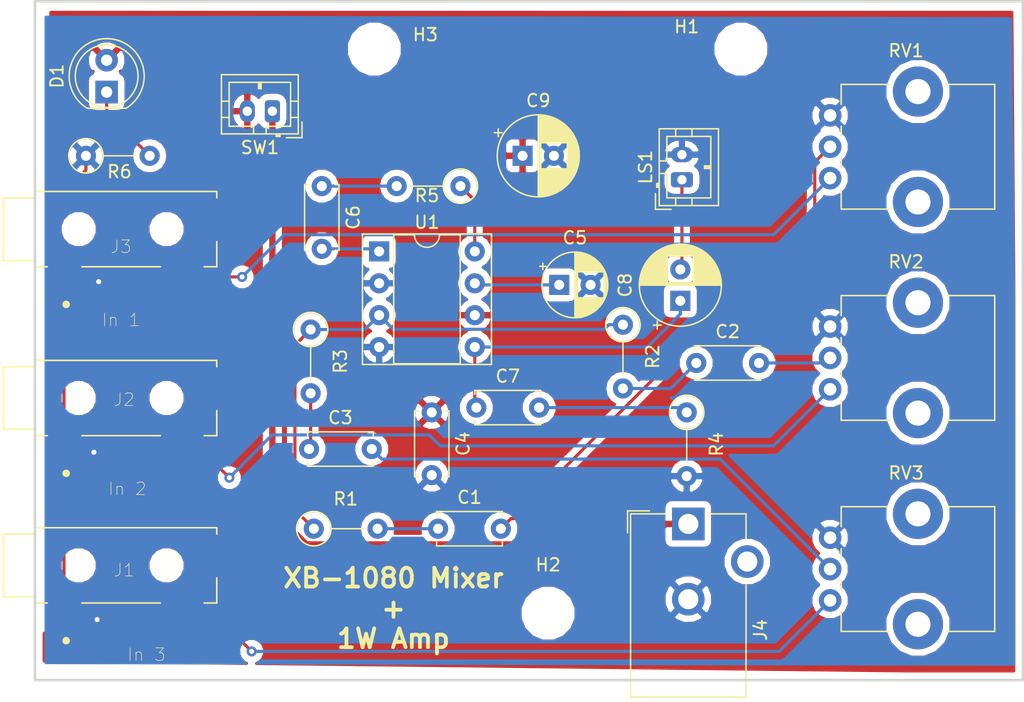
<source format=kicad_pcb>
(kicad_pcb (version 20171130) (host pcbnew "(5.0.1)-rc2")

  (general
    (thickness 1.6)
    (drawings 5)
    (tracks 99)
    (zones 0)
    (modules 29)
    (nets 25)
  )

  (page A4)
  (layers
    (0 F.Cu signal)
    (31 B.Cu signal)
    (32 B.Adhes user)
    (33 F.Adhes user)
    (34 B.Paste user)
    (35 F.Paste user)
    (36 B.SilkS user)
    (37 F.SilkS user)
    (38 B.Mask user)
    (39 F.Mask user)
    (40 Dwgs.User user)
    (41 Cmts.User user)
    (42 Eco1.User user)
    (43 Eco2.User user)
    (44 Edge.Cuts user)
    (45 Margin user)
    (46 B.CrtYd user)
    (47 F.CrtYd user)
    (48 B.Fab user)
    (49 F.Fab user hide)
  )

  (setup
    (last_trace_width 0.25)
    (user_trace_width 0.254)
    (user_trace_width 0.381)
    (user_trace_width 0.508)
    (trace_clearance 0.2)
    (zone_clearance 0.508)
    (zone_45_only no)
    (trace_min 0.2)
    (segment_width 0.2)
    (edge_width 0.15)
    (via_size 0.8)
    (via_drill 0.4)
    (via_min_size 0.4)
    (via_min_drill 0.3)
    (uvia_size 0.3)
    (uvia_drill 0.1)
    (uvias_allowed no)
    (uvia_min_size 0.2)
    (uvia_min_drill 0.1)
    (pcb_text_width 0.3)
    (pcb_text_size 1.5 1.5)
    (mod_edge_width 0.15)
    (mod_text_size 1 1)
    (mod_text_width 0.15)
    (pad_size 2.6 2.8)
    (pad_drill 0)
    (pad_to_mask_clearance 0.051)
    (solder_mask_min_width 0.25)
    (aux_axis_origin 0 0)
    (visible_elements 7FFFFFFF)
    (pcbplotparams
      (layerselection 0x010fc_ffffffff)
      (usegerberextensions false)
      (usegerberattributes false)
      (usegerberadvancedattributes false)
      (creategerberjobfile false)
      (excludeedgelayer true)
      (linewidth 0.100000)
      (plotframeref false)
      (viasonmask false)
      (mode 1)
      (useauxorigin false)
      (hpglpennumber 1)
      (hpglpenspeed 20)
      (hpglpendiameter 15.000000)
      (psnegative false)
      (psa4output false)
      (plotreference true)
      (plotvalue true)
      (plotinvisibletext false)
      (padsonsilk false)
      (subtractmaskfromsilk false)
      (outputformat 1)
      (mirror false)
      (drillshape 0)
      (scaleselection 1)
      (outputdirectory "gerbers/"))
  )

  (net 0 "")
  (net 1 "Net-(R1-Pad1)")
  (net 2 "Net-(C3-Pad1)")
  (net 3 "Net-(C2-Pad1)")
  (net 4 "Net-(C1-Pad1)")
  (net 5 "Net-(C6-Pad1)")
  (net 6 "Net-(R5-Pad1)")
  (net 7 "Net-(C7-Pad2)")
  (net 8 GND)
  (net 9 "Net-(C2-Pad2)")
  (net 10 "Net-(J2-PadT)")
  (net 11 "Net-(J1-PadT)")
  (net 12 "Net-(C3-Pad2)")
  (net 13 "Net-(C1-Pad2)")
  (net 14 "Net-(J3-PadT)")
  (net 15 "Net-(C6-Pad2)")
  (net 16 "Net-(C7-Pad1)")
  (net 17 +9V)
  (net 18 "Net-(C5-Pad1)")
  (net 19 "Net-(C8-Pad2)")
  (net 20 "Net-(D1-Pad1)")
  (net 21 "Net-(J4-Pad1)")
  (net 22 "Net-(J1-PadTN)")
  (net 23 "Net-(J3-PadTN)")
  (net 24 "Net-(J2-PadTN)")

  (net_class Default "This is the default net class."
    (clearance 0.2)
    (trace_width 0.25)
    (via_dia 0.8)
    (via_drill 0.4)
    (uvia_dia 0.3)
    (uvia_drill 0.1)
    (add_net +9V)
    (add_net GND)
    (add_net "Net-(C1-Pad1)")
    (add_net "Net-(C1-Pad2)")
    (add_net "Net-(C2-Pad1)")
    (add_net "Net-(C2-Pad2)")
    (add_net "Net-(C3-Pad1)")
    (add_net "Net-(C3-Pad2)")
    (add_net "Net-(C5-Pad1)")
    (add_net "Net-(C6-Pad1)")
    (add_net "Net-(C6-Pad2)")
    (add_net "Net-(C7-Pad1)")
    (add_net "Net-(C7-Pad2)")
    (add_net "Net-(C8-Pad2)")
    (add_net "Net-(D1-Pad1)")
    (add_net "Net-(J1-PadT)")
    (add_net "Net-(J1-PadTN)")
    (add_net "Net-(J2-PadT)")
    (add_net "Net-(J2-PadTN)")
    (add_net "Net-(J3-PadT)")
    (add_net "Net-(J3-PadTN)")
    (add_net "Net-(J4-Pad1)")
    (add_net "Net-(R1-Pad1)")
    (add_net "Net-(R5-Pad1)")
  )

  (module MountingHole:MountingHole_3.2mm_M3_ISO7380 (layer F.Cu) (tedit 56D1B4CB) (tstamp 5C3DB300)
    (at 178.181 55.626)
    (descr "Mounting Hole 3.2mm, no annular, M3, ISO7380")
    (tags "mounting hole 3.2mm no annular m3 iso7380")
    (path /5C1F21D3)
    (attr virtual)
    (fp_text reference H1 (at -4.318 -1.778) (layer F.SilkS)
      (effects (font (size 1 1) (thickness 0.15)))
    )
    (fp_text value MountingHole (at -8.509 0.508) (layer F.Fab)
      (effects (font (size 1 1) (thickness 0.15)))
    )
    (fp_circle (center 0 0) (end 3.1 0) (layer F.CrtYd) (width 0.05))
    (fp_circle (center 0 0) (end 2.85 0) (layer Cmts.User) (width 0.15))
    (fp_text user %R (at 0.3 0) (layer F.Fab)
      (effects (font (size 1 1) (thickness 0.15)))
    )
    (pad 1 np_thru_hole circle (at 0 0) (size 3.2 3.2) (drill 3.2) (layers *.Cu *.Mask))
  )

  (module MountingHole:MountingHole_3.2mm_M3_ISO7380 (layer F.Cu) (tedit 56D1B4CB) (tstamp 5C3DB2F0)
    (at 148.971 55.626)
    (descr "Mounting Hole 3.2mm, no annular, M3, ISO7380")
    (tags "mounting hole 3.2mm no annular m3 iso7380")
    (path /5C1F22D9)
    (attr virtual)
    (fp_text reference H3 (at 4.064 -1.143) (layer F.SilkS)
      (effects (font (size 1 1) (thickness 0.15)))
    )
    (fp_text value MountingHole (at 9.017 1.651) (layer F.Fab)
      (effects (font (size 1 1) (thickness 0.15)))
    )
    (fp_circle (center 0 0) (end 3.1 0) (layer F.CrtYd) (width 0.05))
    (fp_circle (center 0 0) (end 2.85 0) (layer Cmts.User) (width 0.15))
    (fp_text user %R (at 0.3 0) (layer F.Fab)
      (effects (font (size 1 1) (thickness 0.15)))
    )
    (pad 1 np_thru_hole circle (at 0 0) (size 3.2 3.2) (drill 3.2) (layers *.Cu *.Mask))
  )

  (module MountingHole:MountingHole_3.2mm_M3_ISO7380 (layer F.Cu) (tedit 56D1B4CB) (tstamp 5C3DB2E8)
    (at 162.814 100.584)
    (descr "Mounting Hole 3.2mm, no annular, M3, ISO7380")
    (tags "mounting hole 3.2mm no annular m3 iso7380")
    (path /5C1F228B)
    (attr virtual)
    (fp_text reference H2 (at 0 -3.85) (layer F.SilkS)
      (effects (font (size 1 1) (thickness 0.15)))
    )
    (fp_text value MountingHole (at 8.128 1.143) (layer F.Fab)
      (effects (font (size 1 1) (thickness 0.15)))
    )
    (fp_text user %R (at 0.3 0) (layer F.Fab)
      (effects (font (size 1 1) (thickness 0.15)))
    )
    (fp_circle (center 0 0) (end 2.85 0) (layer Cmts.User) (width 0.15))
    (fp_circle (center 0 0) (end 3.1 0) (layer F.CrtYd) (width 0.05))
    (pad 1 np_thru_hole circle (at 0 0) (size 3.2 3.2) (drill 3.2) (layers *.Cu *.Mask))
  )

  (module LED_THT:LED_D5.0mm (layer F.Cu) (tedit 5995936A) (tstamp 5C3D4BCF)
    (at 127.635 59.055 90)
    (descr "LED, diameter 5.0mm, 2 pins, http://cdn-reichelt.de/documents/datenblatt/A500/LL-504BC2E-009.pdf")
    (tags "LED diameter 5.0mm 2 pins")
    (path /5C1EED7F)
    (fp_text reference D1 (at 1.27 -3.96 90) (layer F.SilkS)
      (effects (font (size 1 1) (thickness 0.15)))
    )
    (fp_text value "Power LED" (at 1.27 3.96 90) (layer F.Fab)
      (effects (font (size 1 1) (thickness 0.15)))
    )
    (fp_arc (start 1.27 0) (end -1.23 -1.469694) (angle 299.1) (layer F.Fab) (width 0.1))
    (fp_arc (start 1.27 0) (end -1.29 -1.54483) (angle 148.9) (layer F.SilkS) (width 0.12))
    (fp_arc (start 1.27 0) (end -1.29 1.54483) (angle -148.9) (layer F.SilkS) (width 0.12))
    (fp_circle (center 1.27 0) (end 3.77 0) (layer F.Fab) (width 0.1))
    (fp_circle (center 1.27 0) (end 3.77 0) (layer F.SilkS) (width 0.12))
    (fp_line (start -1.23 -1.469694) (end -1.23 1.469694) (layer F.Fab) (width 0.1))
    (fp_line (start -1.29 -1.545) (end -1.29 1.545) (layer F.SilkS) (width 0.12))
    (fp_line (start -1.95 -3.25) (end -1.95 3.25) (layer F.CrtYd) (width 0.05))
    (fp_line (start -1.95 3.25) (end 4.5 3.25) (layer F.CrtYd) (width 0.05))
    (fp_line (start 4.5 3.25) (end 4.5 -3.25) (layer F.CrtYd) (width 0.05))
    (fp_line (start 4.5 -3.25) (end -1.95 -3.25) (layer F.CrtYd) (width 0.05))
    (fp_text user %R (at 1.25 0 90) (layer F.Fab)
      (effects (font (size 0.8 0.8) (thickness 0.2)))
    )
    (pad 1 thru_hole rect (at 0 0 90) (size 1.8 1.8) (drill 0.9) (layers *.Cu *.Mask)
      (net 20 "Net-(D1-Pad1)"))
    (pad 2 thru_hole circle (at 2.54 0 90) (size 1.8 1.8) (drill 0.9) (layers *.Cu *.Mask)
      (net 17 +9V))
    (model ${KISYS3DMOD}/LED_THT.3dshapes/LED_D5.0mm.wrl
      (at (xyz 0 0 0))
      (scale (xyz 1 1 1))
      (rotate (xyz 0 0 0))
    )
  )

  (module Connector_JST:JST_PH_B2B-PH-K_1x02_P2.00mm_Vertical (layer F.Cu) (tedit 5B7745C2) (tstamp 5C3D350A)
    (at 140.843 60.579 180)
    (descr "JST PH series connector, B2B-PH-K (http://www.jst-mfg.com/product/pdf/eng/ePH.pdf), generated with kicad-footprint-generator")
    (tags "connector JST PH side entry")
    (path /5BF63B56)
    (fp_text reference SW1 (at 1 -2.9 180) (layer F.SilkS)
      (effects (font (size 1 1) (thickness 0.15)))
    )
    (fp_text value "Power Switch" (at 1 4 180) (layer F.Fab)
      (effects (font (size 1 1) (thickness 0.15)))
    )
    (fp_text user %R (at 1 1.5 180) (layer F.Fab)
      (effects (font (size 1 1) (thickness 0.15)))
    )
    (fp_line (start 4.45 -2.2) (end -2.45 -2.2) (layer F.CrtYd) (width 0.05))
    (fp_line (start 4.45 3.3) (end 4.45 -2.2) (layer F.CrtYd) (width 0.05))
    (fp_line (start -2.45 3.3) (end 4.45 3.3) (layer F.CrtYd) (width 0.05))
    (fp_line (start -2.45 -2.2) (end -2.45 3.3) (layer F.CrtYd) (width 0.05))
    (fp_line (start 3.95 -1.7) (end -1.95 -1.7) (layer F.Fab) (width 0.1))
    (fp_line (start 3.95 2.8) (end 3.95 -1.7) (layer F.Fab) (width 0.1))
    (fp_line (start -1.95 2.8) (end 3.95 2.8) (layer F.Fab) (width 0.1))
    (fp_line (start -1.95 -1.7) (end -1.95 2.8) (layer F.Fab) (width 0.1))
    (fp_line (start -2.36 -2.11) (end -2.36 -0.86) (layer F.Fab) (width 0.1))
    (fp_line (start -1.11 -2.11) (end -2.36 -2.11) (layer F.Fab) (width 0.1))
    (fp_line (start -2.36 -2.11) (end -2.36 -0.86) (layer F.SilkS) (width 0.12))
    (fp_line (start -1.11 -2.11) (end -2.36 -2.11) (layer F.SilkS) (width 0.12))
    (fp_line (start 1 2.3) (end 1 1.8) (layer F.SilkS) (width 0.12))
    (fp_line (start 1.1 1.8) (end 1.1 2.3) (layer F.SilkS) (width 0.12))
    (fp_line (start 0.9 1.8) (end 1.1 1.8) (layer F.SilkS) (width 0.12))
    (fp_line (start 0.9 2.3) (end 0.9 1.8) (layer F.SilkS) (width 0.12))
    (fp_line (start 4.06 0.8) (end 3.45 0.8) (layer F.SilkS) (width 0.12))
    (fp_line (start 4.06 -0.5) (end 3.45 -0.5) (layer F.SilkS) (width 0.12))
    (fp_line (start -2.06 0.8) (end -1.45 0.8) (layer F.SilkS) (width 0.12))
    (fp_line (start -2.06 -0.5) (end -1.45 -0.5) (layer F.SilkS) (width 0.12))
    (fp_line (start 1.5 -1.2) (end 1.5 -1.81) (layer F.SilkS) (width 0.12))
    (fp_line (start 3.45 -1.2) (end 1.5 -1.2) (layer F.SilkS) (width 0.12))
    (fp_line (start 3.45 2.3) (end 3.45 -1.2) (layer F.SilkS) (width 0.12))
    (fp_line (start -1.45 2.3) (end 3.45 2.3) (layer F.SilkS) (width 0.12))
    (fp_line (start -1.45 -1.2) (end -1.45 2.3) (layer F.SilkS) (width 0.12))
    (fp_line (start 0.5 -1.2) (end -1.45 -1.2) (layer F.SilkS) (width 0.12))
    (fp_line (start 0.5 -1.81) (end 0.5 -1.2) (layer F.SilkS) (width 0.12))
    (fp_line (start -0.3 -1.91) (end -0.6 -1.91) (layer F.SilkS) (width 0.12))
    (fp_line (start -0.6 -2.01) (end -0.6 -1.81) (layer F.SilkS) (width 0.12))
    (fp_line (start -0.3 -2.01) (end -0.6 -2.01) (layer F.SilkS) (width 0.12))
    (fp_line (start -0.3 -1.81) (end -0.3 -2.01) (layer F.SilkS) (width 0.12))
    (fp_line (start 4.06 -1.81) (end -2.06 -1.81) (layer F.SilkS) (width 0.12))
    (fp_line (start 4.06 2.91) (end 4.06 -1.81) (layer F.SilkS) (width 0.12))
    (fp_line (start -2.06 2.91) (end 4.06 2.91) (layer F.SilkS) (width 0.12))
    (fp_line (start -2.06 -1.81) (end -2.06 2.91) (layer F.SilkS) (width 0.12))
    (pad 2 thru_hole oval (at 2 0 180) (size 1.2 1.75) (drill 0.75) (layers *.Cu *.Mask)
      (net 17 +9V))
    (pad 1 thru_hole roundrect (at 0 0 180) (size 1.2 1.75) (drill 0.75) (layers *.Cu *.Mask) (roundrect_rratio 0.208333)
      (net 21 "Net-(J4-Pad1)"))
    (model ${KISYS3DMOD}/Connector_JST.3dshapes/JST_PH_B2B-PH-K_1x02_P2.00mm_Vertical.wrl
      (at (xyz 0 0 0))
      (scale (xyz 1 1 1))
      (rotate (xyz 0 0 0))
    )
  )

  (module Connector_JST:JST_PH_B2B-PH-K_1x02_P2.00mm_Vertical (layer F.Cu) (tedit 5B7745C2) (tstamp 5C3D34E1)
    (at 173.482 66.04 90)
    (descr "JST PH series connector, B2B-PH-K (http://www.jst-mfg.com/product/pdf/eng/ePH.pdf), generated with kicad-footprint-generator")
    (tags "connector JST PH side entry")
    (path /5BF6501E)
    (fp_text reference LS1 (at 1 -2.9 90) (layer F.SilkS)
      (effects (font (size 1 1) (thickness 0.15)))
    )
    (fp_text value Speaker (at 1 4 90) (layer F.Fab)
      (effects (font (size 1 1) (thickness 0.15)))
    )
    (fp_line (start -2.06 -1.81) (end -2.06 2.91) (layer F.SilkS) (width 0.12))
    (fp_line (start -2.06 2.91) (end 4.06 2.91) (layer F.SilkS) (width 0.12))
    (fp_line (start 4.06 2.91) (end 4.06 -1.81) (layer F.SilkS) (width 0.12))
    (fp_line (start 4.06 -1.81) (end -2.06 -1.81) (layer F.SilkS) (width 0.12))
    (fp_line (start -0.3 -1.81) (end -0.3 -2.01) (layer F.SilkS) (width 0.12))
    (fp_line (start -0.3 -2.01) (end -0.6 -2.01) (layer F.SilkS) (width 0.12))
    (fp_line (start -0.6 -2.01) (end -0.6 -1.81) (layer F.SilkS) (width 0.12))
    (fp_line (start -0.3 -1.91) (end -0.6 -1.91) (layer F.SilkS) (width 0.12))
    (fp_line (start 0.5 -1.81) (end 0.5 -1.2) (layer F.SilkS) (width 0.12))
    (fp_line (start 0.5 -1.2) (end -1.45 -1.2) (layer F.SilkS) (width 0.12))
    (fp_line (start -1.45 -1.2) (end -1.45 2.3) (layer F.SilkS) (width 0.12))
    (fp_line (start -1.45 2.3) (end 3.45 2.3) (layer F.SilkS) (width 0.12))
    (fp_line (start 3.45 2.3) (end 3.45 -1.2) (layer F.SilkS) (width 0.12))
    (fp_line (start 3.45 -1.2) (end 1.5 -1.2) (layer F.SilkS) (width 0.12))
    (fp_line (start 1.5 -1.2) (end 1.5 -1.81) (layer F.SilkS) (width 0.12))
    (fp_line (start -2.06 -0.5) (end -1.45 -0.5) (layer F.SilkS) (width 0.12))
    (fp_line (start -2.06 0.8) (end -1.45 0.8) (layer F.SilkS) (width 0.12))
    (fp_line (start 4.06 -0.5) (end 3.45 -0.5) (layer F.SilkS) (width 0.12))
    (fp_line (start 4.06 0.8) (end 3.45 0.8) (layer F.SilkS) (width 0.12))
    (fp_line (start 0.9 2.3) (end 0.9 1.8) (layer F.SilkS) (width 0.12))
    (fp_line (start 0.9 1.8) (end 1.1 1.8) (layer F.SilkS) (width 0.12))
    (fp_line (start 1.1 1.8) (end 1.1 2.3) (layer F.SilkS) (width 0.12))
    (fp_line (start 1 2.3) (end 1 1.8) (layer F.SilkS) (width 0.12))
    (fp_line (start -1.11 -2.11) (end -2.36 -2.11) (layer F.SilkS) (width 0.12))
    (fp_line (start -2.36 -2.11) (end -2.36 -0.86) (layer F.SilkS) (width 0.12))
    (fp_line (start -1.11 -2.11) (end -2.36 -2.11) (layer F.Fab) (width 0.1))
    (fp_line (start -2.36 -2.11) (end -2.36 -0.86) (layer F.Fab) (width 0.1))
    (fp_line (start -1.95 -1.7) (end -1.95 2.8) (layer F.Fab) (width 0.1))
    (fp_line (start -1.95 2.8) (end 3.95 2.8) (layer F.Fab) (width 0.1))
    (fp_line (start 3.95 2.8) (end 3.95 -1.7) (layer F.Fab) (width 0.1))
    (fp_line (start 3.95 -1.7) (end -1.95 -1.7) (layer F.Fab) (width 0.1))
    (fp_line (start -2.45 -2.2) (end -2.45 3.3) (layer F.CrtYd) (width 0.05))
    (fp_line (start -2.45 3.3) (end 4.45 3.3) (layer F.CrtYd) (width 0.05))
    (fp_line (start 4.45 3.3) (end 4.45 -2.2) (layer F.CrtYd) (width 0.05))
    (fp_line (start 4.45 -2.2) (end -2.45 -2.2) (layer F.CrtYd) (width 0.05))
    (fp_text user %R (at 1 1.5 90) (layer F.Fab)
      (effects (font (size 1 1) (thickness 0.15)))
    )
    (pad 1 thru_hole roundrect (at 0 0 90) (size 1.2 1.75) (drill 0.75) (layers *.Cu *.Mask) (roundrect_rratio 0.208333)
      (net 19 "Net-(C8-Pad2)"))
    (pad 2 thru_hole oval (at 2 0 90) (size 1.2 1.75) (drill 0.75) (layers *.Cu *.Mask)
      (net 8 GND))
    (model ${KISYS3DMOD}/Connector_JST.3dshapes/JST_PH_B2B-PH-K_1x02_P2.00mm_Vertical.wrl
      (at (xyz 0 0 0))
      (scale (xyz 1 1 1))
      (rotate (xyz 0 0 0))
    )
  )

  (module Capacitor_THT:CP_Radial_D6.3mm_P2.50mm (layer F.Cu) (tedit 5AE50EF0) (tstamp 5C3D2062)
    (at 173.355 75.692 90)
    (descr "CP, Radial series, Radial, pin pitch=2.50mm, , diameter=6.3mm, Electrolytic Capacitor")
    (tags "CP Radial series Radial pin pitch 2.50mm  diameter 6.3mm Electrolytic Capacitor")
    (path /5BF63EA0)
    (fp_text reference C8 (at 1.25 -4.4 90) (layer F.SilkS)
      (effects (font (size 1 1) (thickness 0.15)))
    )
    (fp_text value 220uF (at 1.25 4.4 90) (layer F.Fab)
      (effects (font (size 1 1) (thickness 0.15)))
    )
    (fp_text user %R (at 1.25 0 90) (layer F.Fab)
      (effects (font (size 1 1) (thickness 0.15)))
    )
    (fp_line (start -1.935241 -2.154) (end -1.935241 -1.524) (layer F.SilkS) (width 0.12))
    (fp_line (start -2.250241 -1.839) (end -1.620241 -1.839) (layer F.SilkS) (width 0.12))
    (fp_line (start 4.491 -0.402) (end 4.491 0.402) (layer F.SilkS) (width 0.12))
    (fp_line (start 4.451 -0.633) (end 4.451 0.633) (layer F.SilkS) (width 0.12))
    (fp_line (start 4.411 -0.802) (end 4.411 0.802) (layer F.SilkS) (width 0.12))
    (fp_line (start 4.371 -0.94) (end 4.371 0.94) (layer F.SilkS) (width 0.12))
    (fp_line (start 4.331 -1.059) (end 4.331 1.059) (layer F.SilkS) (width 0.12))
    (fp_line (start 4.291 -1.165) (end 4.291 1.165) (layer F.SilkS) (width 0.12))
    (fp_line (start 4.251 -1.262) (end 4.251 1.262) (layer F.SilkS) (width 0.12))
    (fp_line (start 4.211 -1.35) (end 4.211 1.35) (layer F.SilkS) (width 0.12))
    (fp_line (start 4.171 -1.432) (end 4.171 1.432) (layer F.SilkS) (width 0.12))
    (fp_line (start 4.131 -1.509) (end 4.131 1.509) (layer F.SilkS) (width 0.12))
    (fp_line (start 4.091 -1.581) (end 4.091 1.581) (layer F.SilkS) (width 0.12))
    (fp_line (start 4.051 -1.65) (end 4.051 1.65) (layer F.SilkS) (width 0.12))
    (fp_line (start 4.011 -1.714) (end 4.011 1.714) (layer F.SilkS) (width 0.12))
    (fp_line (start 3.971 -1.776) (end 3.971 1.776) (layer F.SilkS) (width 0.12))
    (fp_line (start 3.931 -1.834) (end 3.931 1.834) (layer F.SilkS) (width 0.12))
    (fp_line (start 3.891 -1.89) (end 3.891 1.89) (layer F.SilkS) (width 0.12))
    (fp_line (start 3.851 -1.944) (end 3.851 1.944) (layer F.SilkS) (width 0.12))
    (fp_line (start 3.811 -1.995) (end 3.811 1.995) (layer F.SilkS) (width 0.12))
    (fp_line (start 3.771 -2.044) (end 3.771 2.044) (layer F.SilkS) (width 0.12))
    (fp_line (start 3.731 -2.092) (end 3.731 2.092) (layer F.SilkS) (width 0.12))
    (fp_line (start 3.691 -2.137) (end 3.691 2.137) (layer F.SilkS) (width 0.12))
    (fp_line (start 3.651 -2.182) (end 3.651 2.182) (layer F.SilkS) (width 0.12))
    (fp_line (start 3.611 -2.224) (end 3.611 2.224) (layer F.SilkS) (width 0.12))
    (fp_line (start 3.571 -2.265) (end 3.571 2.265) (layer F.SilkS) (width 0.12))
    (fp_line (start 3.531 1.04) (end 3.531 2.305) (layer F.SilkS) (width 0.12))
    (fp_line (start 3.531 -2.305) (end 3.531 -1.04) (layer F.SilkS) (width 0.12))
    (fp_line (start 3.491 1.04) (end 3.491 2.343) (layer F.SilkS) (width 0.12))
    (fp_line (start 3.491 -2.343) (end 3.491 -1.04) (layer F.SilkS) (width 0.12))
    (fp_line (start 3.451 1.04) (end 3.451 2.38) (layer F.SilkS) (width 0.12))
    (fp_line (start 3.451 -2.38) (end 3.451 -1.04) (layer F.SilkS) (width 0.12))
    (fp_line (start 3.411 1.04) (end 3.411 2.416) (layer F.SilkS) (width 0.12))
    (fp_line (start 3.411 -2.416) (end 3.411 -1.04) (layer F.SilkS) (width 0.12))
    (fp_line (start 3.371 1.04) (end 3.371 2.45) (layer F.SilkS) (width 0.12))
    (fp_line (start 3.371 -2.45) (end 3.371 -1.04) (layer F.SilkS) (width 0.12))
    (fp_line (start 3.331 1.04) (end 3.331 2.484) (layer F.SilkS) (width 0.12))
    (fp_line (start 3.331 -2.484) (end 3.331 -1.04) (layer F.SilkS) (width 0.12))
    (fp_line (start 3.291 1.04) (end 3.291 2.516) (layer F.SilkS) (width 0.12))
    (fp_line (start 3.291 -2.516) (end 3.291 -1.04) (layer F.SilkS) (width 0.12))
    (fp_line (start 3.251 1.04) (end 3.251 2.548) (layer F.SilkS) (width 0.12))
    (fp_line (start 3.251 -2.548) (end 3.251 -1.04) (layer F.SilkS) (width 0.12))
    (fp_line (start 3.211 1.04) (end 3.211 2.578) (layer F.SilkS) (width 0.12))
    (fp_line (start 3.211 -2.578) (end 3.211 -1.04) (layer F.SilkS) (width 0.12))
    (fp_line (start 3.171 1.04) (end 3.171 2.607) (layer F.SilkS) (width 0.12))
    (fp_line (start 3.171 -2.607) (end 3.171 -1.04) (layer F.SilkS) (width 0.12))
    (fp_line (start 3.131 1.04) (end 3.131 2.636) (layer F.SilkS) (width 0.12))
    (fp_line (start 3.131 -2.636) (end 3.131 -1.04) (layer F.SilkS) (width 0.12))
    (fp_line (start 3.091 1.04) (end 3.091 2.664) (layer F.SilkS) (width 0.12))
    (fp_line (start 3.091 -2.664) (end 3.091 -1.04) (layer F.SilkS) (width 0.12))
    (fp_line (start 3.051 1.04) (end 3.051 2.69) (layer F.SilkS) (width 0.12))
    (fp_line (start 3.051 -2.69) (end 3.051 -1.04) (layer F.SilkS) (width 0.12))
    (fp_line (start 3.011 1.04) (end 3.011 2.716) (layer F.SilkS) (width 0.12))
    (fp_line (start 3.011 -2.716) (end 3.011 -1.04) (layer F.SilkS) (width 0.12))
    (fp_line (start 2.971 1.04) (end 2.971 2.742) (layer F.SilkS) (width 0.12))
    (fp_line (start 2.971 -2.742) (end 2.971 -1.04) (layer F.SilkS) (width 0.12))
    (fp_line (start 2.931 1.04) (end 2.931 2.766) (layer F.SilkS) (width 0.12))
    (fp_line (start 2.931 -2.766) (end 2.931 -1.04) (layer F.SilkS) (width 0.12))
    (fp_line (start 2.891 1.04) (end 2.891 2.79) (layer F.SilkS) (width 0.12))
    (fp_line (start 2.891 -2.79) (end 2.891 -1.04) (layer F.SilkS) (width 0.12))
    (fp_line (start 2.851 1.04) (end 2.851 2.812) (layer F.SilkS) (width 0.12))
    (fp_line (start 2.851 -2.812) (end 2.851 -1.04) (layer F.SilkS) (width 0.12))
    (fp_line (start 2.811 1.04) (end 2.811 2.834) (layer F.SilkS) (width 0.12))
    (fp_line (start 2.811 -2.834) (end 2.811 -1.04) (layer F.SilkS) (width 0.12))
    (fp_line (start 2.771 1.04) (end 2.771 2.856) (layer F.SilkS) (width 0.12))
    (fp_line (start 2.771 -2.856) (end 2.771 -1.04) (layer F.SilkS) (width 0.12))
    (fp_line (start 2.731 1.04) (end 2.731 2.876) (layer F.SilkS) (width 0.12))
    (fp_line (start 2.731 -2.876) (end 2.731 -1.04) (layer F.SilkS) (width 0.12))
    (fp_line (start 2.691 1.04) (end 2.691 2.896) (layer F.SilkS) (width 0.12))
    (fp_line (start 2.691 -2.896) (end 2.691 -1.04) (layer F.SilkS) (width 0.12))
    (fp_line (start 2.651 1.04) (end 2.651 2.916) (layer F.SilkS) (width 0.12))
    (fp_line (start 2.651 -2.916) (end 2.651 -1.04) (layer F.SilkS) (width 0.12))
    (fp_line (start 2.611 1.04) (end 2.611 2.934) (layer F.SilkS) (width 0.12))
    (fp_line (start 2.611 -2.934) (end 2.611 -1.04) (layer F.SilkS) (width 0.12))
    (fp_line (start 2.571 1.04) (end 2.571 2.952) (layer F.SilkS) (width 0.12))
    (fp_line (start 2.571 -2.952) (end 2.571 -1.04) (layer F.SilkS) (width 0.12))
    (fp_line (start 2.531 1.04) (end 2.531 2.97) (layer F.SilkS) (width 0.12))
    (fp_line (start 2.531 -2.97) (end 2.531 -1.04) (layer F.SilkS) (width 0.12))
    (fp_line (start 2.491 1.04) (end 2.491 2.986) (layer F.SilkS) (width 0.12))
    (fp_line (start 2.491 -2.986) (end 2.491 -1.04) (layer F.SilkS) (width 0.12))
    (fp_line (start 2.451 1.04) (end 2.451 3.002) (layer F.SilkS) (width 0.12))
    (fp_line (start 2.451 -3.002) (end 2.451 -1.04) (layer F.SilkS) (width 0.12))
    (fp_line (start 2.411 1.04) (end 2.411 3.018) (layer F.SilkS) (width 0.12))
    (fp_line (start 2.411 -3.018) (end 2.411 -1.04) (layer F.SilkS) (width 0.12))
    (fp_line (start 2.371 1.04) (end 2.371 3.033) (layer F.SilkS) (width 0.12))
    (fp_line (start 2.371 -3.033) (end 2.371 -1.04) (layer F.SilkS) (width 0.12))
    (fp_line (start 2.331 1.04) (end 2.331 3.047) (layer F.SilkS) (width 0.12))
    (fp_line (start 2.331 -3.047) (end 2.331 -1.04) (layer F.SilkS) (width 0.12))
    (fp_line (start 2.291 1.04) (end 2.291 3.061) (layer F.SilkS) (width 0.12))
    (fp_line (start 2.291 -3.061) (end 2.291 -1.04) (layer F.SilkS) (width 0.12))
    (fp_line (start 2.251 1.04) (end 2.251 3.074) (layer F.SilkS) (width 0.12))
    (fp_line (start 2.251 -3.074) (end 2.251 -1.04) (layer F.SilkS) (width 0.12))
    (fp_line (start 2.211 1.04) (end 2.211 3.086) (layer F.SilkS) (width 0.12))
    (fp_line (start 2.211 -3.086) (end 2.211 -1.04) (layer F.SilkS) (width 0.12))
    (fp_line (start 2.171 1.04) (end 2.171 3.098) (layer F.SilkS) (width 0.12))
    (fp_line (start 2.171 -3.098) (end 2.171 -1.04) (layer F.SilkS) (width 0.12))
    (fp_line (start 2.131 1.04) (end 2.131 3.11) (layer F.SilkS) (width 0.12))
    (fp_line (start 2.131 -3.11) (end 2.131 -1.04) (layer F.SilkS) (width 0.12))
    (fp_line (start 2.091 1.04) (end 2.091 3.121) (layer F.SilkS) (width 0.12))
    (fp_line (start 2.091 -3.121) (end 2.091 -1.04) (layer F.SilkS) (width 0.12))
    (fp_line (start 2.051 1.04) (end 2.051 3.131) (layer F.SilkS) (width 0.12))
    (fp_line (start 2.051 -3.131) (end 2.051 -1.04) (layer F.SilkS) (width 0.12))
    (fp_line (start 2.011 1.04) (end 2.011 3.141) (layer F.SilkS) (width 0.12))
    (fp_line (start 2.011 -3.141) (end 2.011 -1.04) (layer F.SilkS) (width 0.12))
    (fp_line (start 1.971 1.04) (end 1.971 3.15) (layer F.SilkS) (width 0.12))
    (fp_line (start 1.971 -3.15) (end 1.971 -1.04) (layer F.SilkS) (width 0.12))
    (fp_line (start 1.93 1.04) (end 1.93 3.159) (layer F.SilkS) (width 0.12))
    (fp_line (start 1.93 -3.159) (end 1.93 -1.04) (layer F.SilkS) (width 0.12))
    (fp_line (start 1.89 1.04) (end 1.89 3.167) (layer F.SilkS) (width 0.12))
    (fp_line (start 1.89 -3.167) (end 1.89 -1.04) (layer F.SilkS) (width 0.12))
    (fp_line (start 1.85 1.04) (end 1.85 3.175) (layer F.SilkS) (width 0.12))
    (fp_line (start 1.85 -3.175) (end 1.85 -1.04) (layer F.SilkS) (width 0.12))
    (fp_line (start 1.81 1.04) (end 1.81 3.182) (layer F.SilkS) (width 0.12))
    (fp_line (start 1.81 -3.182) (end 1.81 -1.04) (layer F.SilkS) (width 0.12))
    (fp_line (start 1.77 1.04) (end 1.77 3.189) (layer F.SilkS) (width 0.12))
    (fp_line (start 1.77 -3.189) (end 1.77 -1.04) (layer F.SilkS) (width 0.12))
    (fp_line (start 1.73 1.04) (end 1.73 3.195) (layer F.SilkS) (width 0.12))
    (fp_line (start 1.73 -3.195) (end 1.73 -1.04) (layer F.SilkS) (width 0.12))
    (fp_line (start 1.69 1.04) (end 1.69 3.201) (layer F.SilkS) (width 0.12))
    (fp_line (start 1.69 -3.201) (end 1.69 -1.04) (layer F.SilkS) (width 0.12))
    (fp_line (start 1.65 1.04) (end 1.65 3.206) (layer F.SilkS) (width 0.12))
    (fp_line (start 1.65 -3.206) (end 1.65 -1.04) (layer F.SilkS) (width 0.12))
    (fp_line (start 1.61 1.04) (end 1.61 3.211) (layer F.SilkS) (width 0.12))
    (fp_line (start 1.61 -3.211) (end 1.61 -1.04) (layer F.SilkS) (width 0.12))
    (fp_line (start 1.57 1.04) (end 1.57 3.215) (layer F.SilkS) (width 0.12))
    (fp_line (start 1.57 -3.215) (end 1.57 -1.04) (layer F.SilkS) (width 0.12))
    (fp_line (start 1.53 1.04) (end 1.53 3.218) (layer F.SilkS) (width 0.12))
    (fp_line (start 1.53 -3.218) (end 1.53 -1.04) (layer F.SilkS) (width 0.12))
    (fp_line (start 1.49 1.04) (end 1.49 3.222) (layer F.SilkS) (width 0.12))
    (fp_line (start 1.49 -3.222) (end 1.49 -1.04) (layer F.SilkS) (width 0.12))
    (fp_line (start 1.45 -3.224) (end 1.45 3.224) (layer F.SilkS) (width 0.12))
    (fp_line (start 1.41 -3.227) (end 1.41 3.227) (layer F.SilkS) (width 0.12))
    (fp_line (start 1.37 -3.228) (end 1.37 3.228) (layer F.SilkS) (width 0.12))
    (fp_line (start 1.33 -3.23) (end 1.33 3.23) (layer F.SilkS) (width 0.12))
    (fp_line (start 1.29 -3.23) (end 1.29 3.23) (layer F.SilkS) (width 0.12))
    (fp_line (start 1.25 -3.23) (end 1.25 3.23) (layer F.SilkS) (width 0.12))
    (fp_line (start -1.128972 -1.6885) (end -1.128972 -1.0585) (layer F.Fab) (width 0.1))
    (fp_line (start -1.443972 -1.3735) (end -0.813972 -1.3735) (layer F.Fab) (width 0.1))
    (fp_circle (center 1.25 0) (end 4.65 0) (layer F.CrtYd) (width 0.05))
    (fp_circle (center 1.25 0) (end 4.52 0) (layer F.SilkS) (width 0.12))
    (fp_circle (center 1.25 0) (end 4.4 0) (layer F.Fab) (width 0.1))
    (pad 2 thru_hole circle (at 2.5 0 90) (size 1.6 1.6) (drill 0.8) (layers *.Cu *.Mask)
      (net 19 "Net-(C8-Pad2)"))
    (pad 1 thru_hole rect (at 0 0 90) (size 1.6 1.6) (drill 0.8) (layers *.Cu *.Mask)
      (net 16 "Net-(C7-Pad1)"))
    (model ${KISYS3DMOD}/Capacitor_THT.3dshapes/CP_Radial_D6.3mm_P2.50mm.wrl
      (at (xyz 0 0 0))
      (scale (xyz 1 1 1))
      (rotate (xyz 0 0 0))
    )
  )

  (module Capacitor_THT:CP_Radial_D6.3mm_P2.50mm (layer F.Cu) (tedit 5AE50EF0) (tstamp 5C3D1FCF)
    (at 160.782 64.135)
    (descr "CP, Radial series, Radial, pin pitch=2.50mm, , diameter=6.3mm, Electrolytic Capacitor")
    (tags "CP Radial series Radial pin pitch 2.50mm  diameter 6.3mm Electrolytic Capacitor")
    (path /5BF64541)
    (fp_text reference C9 (at 1.25 -4.4) (layer F.SilkS)
      (effects (font (size 1 1) (thickness 0.15)))
    )
    (fp_text value 470uF (at 1.25 4.4) (layer F.Fab)
      (effects (font (size 1 1) (thickness 0.15)))
    )
    (fp_circle (center 1.25 0) (end 4.4 0) (layer F.Fab) (width 0.1))
    (fp_circle (center 1.25 0) (end 4.52 0) (layer F.SilkS) (width 0.12))
    (fp_circle (center 1.25 0) (end 4.65 0) (layer F.CrtYd) (width 0.05))
    (fp_line (start -1.443972 -1.3735) (end -0.813972 -1.3735) (layer F.Fab) (width 0.1))
    (fp_line (start -1.128972 -1.6885) (end -1.128972 -1.0585) (layer F.Fab) (width 0.1))
    (fp_line (start 1.25 -3.23) (end 1.25 3.23) (layer F.SilkS) (width 0.12))
    (fp_line (start 1.29 -3.23) (end 1.29 3.23) (layer F.SilkS) (width 0.12))
    (fp_line (start 1.33 -3.23) (end 1.33 3.23) (layer F.SilkS) (width 0.12))
    (fp_line (start 1.37 -3.228) (end 1.37 3.228) (layer F.SilkS) (width 0.12))
    (fp_line (start 1.41 -3.227) (end 1.41 3.227) (layer F.SilkS) (width 0.12))
    (fp_line (start 1.45 -3.224) (end 1.45 3.224) (layer F.SilkS) (width 0.12))
    (fp_line (start 1.49 -3.222) (end 1.49 -1.04) (layer F.SilkS) (width 0.12))
    (fp_line (start 1.49 1.04) (end 1.49 3.222) (layer F.SilkS) (width 0.12))
    (fp_line (start 1.53 -3.218) (end 1.53 -1.04) (layer F.SilkS) (width 0.12))
    (fp_line (start 1.53 1.04) (end 1.53 3.218) (layer F.SilkS) (width 0.12))
    (fp_line (start 1.57 -3.215) (end 1.57 -1.04) (layer F.SilkS) (width 0.12))
    (fp_line (start 1.57 1.04) (end 1.57 3.215) (layer F.SilkS) (width 0.12))
    (fp_line (start 1.61 -3.211) (end 1.61 -1.04) (layer F.SilkS) (width 0.12))
    (fp_line (start 1.61 1.04) (end 1.61 3.211) (layer F.SilkS) (width 0.12))
    (fp_line (start 1.65 -3.206) (end 1.65 -1.04) (layer F.SilkS) (width 0.12))
    (fp_line (start 1.65 1.04) (end 1.65 3.206) (layer F.SilkS) (width 0.12))
    (fp_line (start 1.69 -3.201) (end 1.69 -1.04) (layer F.SilkS) (width 0.12))
    (fp_line (start 1.69 1.04) (end 1.69 3.201) (layer F.SilkS) (width 0.12))
    (fp_line (start 1.73 -3.195) (end 1.73 -1.04) (layer F.SilkS) (width 0.12))
    (fp_line (start 1.73 1.04) (end 1.73 3.195) (layer F.SilkS) (width 0.12))
    (fp_line (start 1.77 -3.189) (end 1.77 -1.04) (layer F.SilkS) (width 0.12))
    (fp_line (start 1.77 1.04) (end 1.77 3.189) (layer F.SilkS) (width 0.12))
    (fp_line (start 1.81 -3.182) (end 1.81 -1.04) (layer F.SilkS) (width 0.12))
    (fp_line (start 1.81 1.04) (end 1.81 3.182) (layer F.SilkS) (width 0.12))
    (fp_line (start 1.85 -3.175) (end 1.85 -1.04) (layer F.SilkS) (width 0.12))
    (fp_line (start 1.85 1.04) (end 1.85 3.175) (layer F.SilkS) (width 0.12))
    (fp_line (start 1.89 -3.167) (end 1.89 -1.04) (layer F.SilkS) (width 0.12))
    (fp_line (start 1.89 1.04) (end 1.89 3.167) (layer F.SilkS) (width 0.12))
    (fp_line (start 1.93 -3.159) (end 1.93 -1.04) (layer F.SilkS) (width 0.12))
    (fp_line (start 1.93 1.04) (end 1.93 3.159) (layer F.SilkS) (width 0.12))
    (fp_line (start 1.971 -3.15) (end 1.971 -1.04) (layer F.SilkS) (width 0.12))
    (fp_line (start 1.971 1.04) (end 1.971 3.15) (layer F.SilkS) (width 0.12))
    (fp_line (start 2.011 -3.141) (end 2.011 -1.04) (layer F.SilkS) (width 0.12))
    (fp_line (start 2.011 1.04) (end 2.011 3.141) (layer F.SilkS) (width 0.12))
    (fp_line (start 2.051 -3.131) (end 2.051 -1.04) (layer F.SilkS) (width 0.12))
    (fp_line (start 2.051 1.04) (end 2.051 3.131) (layer F.SilkS) (width 0.12))
    (fp_line (start 2.091 -3.121) (end 2.091 -1.04) (layer F.SilkS) (width 0.12))
    (fp_line (start 2.091 1.04) (end 2.091 3.121) (layer F.SilkS) (width 0.12))
    (fp_line (start 2.131 -3.11) (end 2.131 -1.04) (layer F.SilkS) (width 0.12))
    (fp_line (start 2.131 1.04) (end 2.131 3.11) (layer F.SilkS) (width 0.12))
    (fp_line (start 2.171 -3.098) (end 2.171 -1.04) (layer F.SilkS) (width 0.12))
    (fp_line (start 2.171 1.04) (end 2.171 3.098) (layer F.SilkS) (width 0.12))
    (fp_line (start 2.211 -3.086) (end 2.211 -1.04) (layer F.SilkS) (width 0.12))
    (fp_line (start 2.211 1.04) (end 2.211 3.086) (layer F.SilkS) (width 0.12))
    (fp_line (start 2.251 -3.074) (end 2.251 -1.04) (layer F.SilkS) (width 0.12))
    (fp_line (start 2.251 1.04) (end 2.251 3.074) (layer F.SilkS) (width 0.12))
    (fp_line (start 2.291 -3.061) (end 2.291 -1.04) (layer F.SilkS) (width 0.12))
    (fp_line (start 2.291 1.04) (end 2.291 3.061) (layer F.SilkS) (width 0.12))
    (fp_line (start 2.331 -3.047) (end 2.331 -1.04) (layer F.SilkS) (width 0.12))
    (fp_line (start 2.331 1.04) (end 2.331 3.047) (layer F.SilkS) (width 0.12))
    (fp_line (start 2.371 -3.033) (end 2.371 -1.04) (layer F.SilkS) (width 0.12))
    (fp_line (start 2.371 1.04) (end 2.371 3.033) (layer F.SilkS) (width 0.12))
    (fp_line (start 2.411 -3.018) (end 2.411 -1.04) (layer F.SilkS) (width 0.12))
    (fp_line (start 2.411 1.04) (end 2.411 3.018) (layer F.SilkS) (width 0.12))
    (fp_line (start 2.451 -3.002) (end 2.451 -1.04) (layer F.SilkS) (width 0.12))
    (fp_line (start 2.451 1.04) (end 2.451 3.002) (layer F.SilkS) (width 0.12))
    (fp_line (start 2.491 -2.986) (end 2.491 -1.04) (layer F.SilkS) (width 0.12))
    (fp_line (start 2.491 1.04) (end 2.491 2.986) (layer F.SilkS) (width 0.12))
    (fp_line (start 2.531 -2.97) (end 2.531 -1.04) (layer F.SilkS) (width 0.12))
    (fp_line (start 2.531 1.04) (end 2.531 2.97) (layer F.SilkS) (width 0.12))
    (fp_line (start 2.571 -2.952) (end 2.571 -1.04) (layer F.SilkS) (width 0.12))
    (fp_line (start 2.571 1.04) (end 2.571 2.952) (layer F.SilkS) (width 0.12))
    (fp_line (start 2.611 -2.934) (end 2.611 -1.04) (layer F.SilkS) (width 0.12))
    (fp_line (start 2.611 1.04) (end 2.611 2.934) (layer F.SilkS) (width 0.12))
    (fp_line (start 2.651 -2.916) (end 2.651 -1.04) (layer F.SilkS) (width 0.12))
    (fp_line (start 2.651 1.04) (end 2.651 2.916) (layer F.SilkS) (width 0.12))
    (fp_line (start 2.691 -2.896) (end 2.691 -1.04) (layer F.SilkS) (width 0.12))
    (fp_line (start 2.691 1.04) (end 2.691 2.896) (layer F.SilkS) (width 0.12))
    (fp_line (start 2.731 -2.876) (end 2.731 -1.04) (layer F.SilkS) (width 0.12))
    (fp_line (start 2.731 1.04) (end 2.731 2.876) (layer F.SilkS) (width 0.12))
    (fp_line (start 2.771 -2.856) (end 2.771 -1.04) (layer F.SilkS) (width 0.12))
    (fp_line (start 2.771 1.04) (end 2.771 2.856) (layer F.SilkS) (width 0.12))
    (fp_line (start 2.811 -2.834) (end 2.811 -1.04) (layer F.SilkS) (width 0.12))
    (fp_line (start 2.811 1.04) (end 2.811 2.834) (layer F.SilkS) (width 0.12))
    (fp_line (start 2.851 -2.812) (end 2.851 -1.04) (layer F.SilkS) (width 0.12))
    (fp_line (start 2.851 1.04) (end 2.851 2.812) (layer F.SilkS) (width 0.12))
    (fp_line (start 2.891 -2.79) (end 2.891 -1.04) (layer F.SilkS) (width 0.12))
    (fp_line (start 2.891 1.04) (end 2.891 2.79) (layer F.SilkS) (width 0.12))
    (fp_line (start 2.931 -2.766) (end 2.931 -1.04) (layer F.SilkS) (width 0.12))
    (fp_line (start 2.931 1.04) (end 2.931 2.766) (layer F.SilkS) (width 0.12))
    (fp_line (start 2.971 -2.742) (end 2.971 -1.04) (layer F.SilkS) (width 0.12))
    (fp_line (start 2.971 1.04) (end 2.971 2.742) (layer F.SilkS) (width 0.12))
    (fp_line (start 3.011 -2.716) (end 3.011 -1.04) (layer F.SilkS) (width 0.12))
    (fp_line (start 3.011 1.04) (end 3.011 2.716) (layer F.SilkS) (width 0.12))
    (fp_line (start 3.051 -2.69) (end 3.051 -1.04) (layer F.SilkS) (width 0.12))
    (fp_line (start 3.051 1.04) (end 3.051 2.69) (layer F.SilkS) (width 0.12))
    (fp_line (start 3.091 -2.664) (end 3.091 -1.04) (layer F.SilkS) (width 0.12))
    (fp_line (start 3.091 1.04) (end 3.091 2.664) (layer F.SilkS) (width 0.12))
    (fp_line (start 3.131 -2.636) (end 3.131 -1.04) (layer F.SilkS) (width 0.12))
    (fp_line (start 3.131 1.04) (end 3.131 2.636) (layer F.SilkS) (width 0.12))
    (fp_line (start 3.171 -2.607) (end 3.171 -1.04) (layer F.SilkS) (width 0.12))
    (fp_line (start 3.171 1.04) (end 3.171 2.607) (layer F.SilkS) (width 0.12))
    (fp_line (start 3.211 -2.578) (end 3.211 -1.04) (layer F.SilkS) (width 0.12))
    (fp_line (start 3.211 1.04) (end 3.211 2.578) (layer F.SilkS) (width 0.12))
    (fp_line (start 3.251 -2.548) (end 3.251 -1.04) (layer F.SilkS) (width 0.12))
    (fp_line (start 3.251 1.04) (end 3.251 2.548) (layer F.SilkS) (width 0.12))
    (fp_line (start 3.291 -2.516) (end 3.291 -1.04) (layer F.SilkS) (width 0.12))
    (fp_line (start 3.291 1.04) (end 3.291 2.516) (layer F.SilkS) (width 0.12))
    (fp_line (start 3.331 -2.484) (end 3.331 -1.04) (layer F.SilkS) (width 0.12))
    (fp_line (start 3.331 1.04) (end 3.331 2.484) (layer F.SilkS) (width 0.12))
    (fp_line (start 3.371 -2.45) (end 3.371 -1.04) (layer F.SilkS) (width 0.12))
    (fp_line (start 3.371 1.04) (end 3.371 2.45) (layer F.SilkS) (width 0.12))
    (fp_line (start 3.411 -2.416) (end 3.411 -1.04) (layer F.SilkS) (width 0.12))
    (fp_line (start 3.411 1.04) (end 3.411 2.416) (layer F.SilkS) (width 0.12))
    (fp_line (start 3.451 -2.38) (end 3.451 -1.04) (layer F.SilkS) (width 0.12))
    (fp_line (start 3.451 1.04) (end 3.451 2.38) (layer F.SilkS) (width 0.12))
    (fp_line (start 3.491 -2.343) (end 3.491 -1.04) (layer F.SilkS) (width 0.12))
    (fp_line (start 3.491 1.04) (end 3.491 2.343) (layer F.SilkS) (width 0.12))
    (fp_line (start 3.531 -2.305) (end 3.531 -1.04) (layer F.SilkS) (width 0.12))
    (fp_line (start 3.531 1.04) (end 3.531 2.305) (layer F.SilkS) (width 0.12))
    (fp_line (start 3.571 -2.265) (end 3.571 2.265) (layer F.SilkS) (width 0.12))
    (fp_line (start 3.611 -2.224) (end 3.611 2.224) (layer F.SilkS) (width 0.12))
    (fp_line (start 3.651 -2.182) (end 3.651 2.182) (layer F.SilkS) (width 0.12))
    (fp_line (start 3.691 -2.137) (end 3.691 2.137) (layer F.SilkS) (width 0.12))
    (fp_line (start 3.731 -2.092) (end 3.731 2.092) (layer F.SilkS) (width 0.12))
    (fp_line (start 3.771 -2.044) (end 3.771 2.044) (layer F.SilkS) (width 0.12))
    (fp_line (start 3.811 -1.995) (end 3.811 1.995) (layer F.SilkS) (width 0.12))
    (fp_line (start 3.851 -1.944) (end 3.851 1.944) (layer F.SilkS) (width 0.12))
    (fp_line (start 3.891 -1.89) (end 3.891 1.89) (layer F.SilkS) (width 0.12))
    (fp_line (start 3.931 -1.834) (end 3.931 1.834) (layer F.SilkS) (width 0.12))
    (fp_line (start 3.971 -1.776) (end 3.971 1.776) (layer F.SilkS) (width 0.12))
    (fp_line (start 4.011 -1.714) (end 4.011 1.714) (layer F.SilkS) (width 0.12))
    (fp_line (start 4.051 -1.65) (end 4.051 1.65) (layer F.SilkS) (width 0.12))
    (fp_line (start 4.091 -1.581) (end 4.091 1.581) (layer F.SilkS) (width 0.12))
    (fp_line (start 4.131 -1.509) (end 4.131 1.509) (layer F.SilkS) (width 0.12))
    (fp_line (start 4.171 -1.432) (end 4.171 1.432) (layer F.SilkS) (width 0.12))
    (fp_line (start 4.211 -1.35) (end 4.211 1.35) (layer F.SilkS) (width 0.12))
    (fp_line (start 4.251 -1.262) (end 4.251 1.262) (layer F.SilkS) (width 0.12))
    (fp_line (start 4.291 -1.165) (end 4.291 1.165) (layer F.SilkS) (width 0.12))
    (fp_line (start 4.331 -1.059) (end 4.331 1.059) (layer F.SilkS) (width 0.12))
    (fp_line (start 4.371 -0.94) (end 4.371 0.94) (layer F.SilkS) (width 0.12))
    (fp_line (start 4.411 -0.802) (end 4.411 0.802) (layer F.SilkS) (width 0.12))
    (fp_line (start 4.451 -0.633) (end 4.451 0.633) (layer F.SilkS) (width 0.12))
    (fp_line (start 4.491 -0.402) (end 4.491 0.402) (layer F.SilkS) (width 0.12))
    (fp_line (start -2.250241 -1.839) (end -1.620241 -1.839) (layer F.SilkS) (width 0.12))
    (fp_line (start -1.935241 -2.154) (end -1.935241 -1.524) (layer F.SilkS) (width 0.12))
    (fp_text user %R (at 1.25 0) (layer F.Fab)
      (effects (font (size 1 1) (thickness 0.15)))
    )
    (pad 1 thru_hole rect (at 0 0) (size 1.6 1.6) (drill 0.8) (layers *.Cu *.Mask)
      (net 17 +9V))
    (pad 2 thru_hole circle (at 2.5 0) (size 1.6 1.6) (drill 0.8) (layers *.Cu *.Mask)
      (net 8 GND))
    (model ${KISYS3DMOD}/Capacitor_THT.3dshapes/CP_Radial_D6.3mm_P2.50mm.wrl
      (at (xyz 0 0 0))
      (scale (xyz 1 1 1))
      (rotate (xyz 0 0 0))
    )
  )

  (module Connector_BarrelJack:BarrelJack_CUI_PJ-102AH_Horizontal (layer F.Cu) (tedit 5A1DBF38) (tstamp 5C3D00B6)
    (at 173.99 93.472)
    (descr "Thin-pin DC Barrel Jack, https://cdn-shop.adafruit.com/datasheets/21mmdcjackDatasheet.pdf")
    (tags "Power Jack")
    (path /5C1EDF99)
    (fp_text reference J4 (at 5.75 8.45 90) (layer F.SilkS)
      (effects (font (size 1 1) (thickness 0.15)))
    )
    (fp_text value Jack-DC (at -5.5 6.2 90) (layer F.Fab)
      (effects (font (size 1 1) (thickness 0.15)))
    )
    (fp_text user %R (at 0 6.5) (layer F.Fab)
      (effects (font (size 1 1) (thickness 0.15)))
    )
    (fp_line (start 1.8 -1.8) (end 1.8 -1.2) (layer F.CrtYd) (width 0.05))
    (fp_line (start 1.8 -1.2) (end 5 -1.2) (layer F.CrtYd) (width 0.05))
    (fp_line (start 5 -1.2) (end 5 1.2) (layer F.CrtYd) (width 0.05))
    (fp_line (start 5 1.2) (end 6.5 1.2) (layer F.CrtYd) (width 0.05))
    (fp_line (start 6.5 1.2) (end 6.5 4.8) (layer F.CrtYd) (width 0.05))
    (fp_line (start 6.5 4.8) (end 5 4.8) (layer F.CrtYd) (width 0.05))
    (fp_line (start 5 4.8) (end 5 14.2) (layer F.CrtYd) (width 0.05))
    (fp_line (start 5 14.2) (end -5 14.2) (layer F.CrtYd) (width 0.05))
    (fp_line (start -5 14.2) (end -5 -1.2) (layer F.CrtYd) (width 0.05))
    (fp_line (start -5 -1.2) (end -1.8 -1.2) (layer F.CrtYd) (width 0.05))
    (fp_line (start -1.8 -1.2) (end -1.8 -1.8) (layer F.CrtYd) (width 0.05))
    (fp_line (start -1.8 -1.8) (end 1.8 -1.8) (layer F.CrtYd) (width 0.05))
    (fp_line (start 4.6 4.8) (end 4.6 13.8) (layer F.SilkS) (width 0.12))
    (fp_line (start 4.6 13.8) (end -4.6 13.8) (layer F.SilkS) (width 0.12))
    (fp_line (start -4.6 13.8) (end -4.6 -0.8) (layer F.SilkS) (width 0.12))
    (fp_line (start -4.6 -0.8) (end -1.8 -0.8) (layer F.SilkS) (width 0.12))
    (fp_line (start 1.8 -0.8) (end 4.6 -0.8) (layer F.SilkS) (width 0.12))
    (fp_line (start 4.6 -0.8) (end 4.6 1.2) (layer F.SilkS) (width 0.12))
    (fp_line (start -4.84 0.7) (end -4.84 -1.04) (layer F.SilkS) (width 0.12))
    (fp_line (start -4.84 -1.04) (end -3.1 -1.04) (layer F.SilkS) (width 0.12))
    (fp_line (start 4.5 -0.7) (end 4.5 13.7) (layer F.Fab) (width 0.1))
    (fp_line (start 4.5 13.7) (end -4.5 13.7) (layer F.Fab) (width 0.1))
    (fp_line (start -4.5 13.7) (end -4.5 0.3) (layer F.Fab) (width 0.1))
    (fp_line (start -4.5 0.3) (end -3.5 -0.7) (layer F.Fab) (width 0.1))
    (fp_line (start -3.5 -0.7) (end 4.5 -0.7) (layer F.Fab) (width 0.1))
    (fp_line (start -4.5 10.2) (end 4.5 10.2) (layer F.Fab) (width 0.1))
    (pad 1 thru_hole rect (at 0 0) (size 2.6 2.6) (drill 1.6) (layers *.Cu *.Mask)
      (net 21 "Net-(J4-Pad1)"))
    (pad 2 thru_hole circle (at 0 6) (size 2.6 2.6) (drill 1.6) (layers *.Cu *.Mask)
      (net 8 GND))
    (pad 3 thru_hole circle (at 4.7 3) (size 2.6 2.6) (drill 1.6) (layers *.Cu *.Mask))
    (model ${KISYS3DMOD}/Connector_BarrelJack.3dshapes/BarrelJack_CUI_PJ-102AH_Horizontal.wrl
      (at (xyz 0 0 0))
      (scale (xyz 1 1 1))
      (rotate (xyz 0 0 0))
    )
  )

  (module Capacitor_THT:CP_Radial_D5.0mm_P2.50mm (layer F.Cu) (tedit 5AE50EF0) (tstamp 5C3C9D23)
    (at 163.703 74.422)
    (descr "CP, Radial series, Radial, pin pitch=2.50mm, , diameter=5mm, Electrolytic Capacitor")
    (tags "CP Radial series Radial pin pitch 2.50mm  diameter 5mm Electrolytic Capacitor")
    (path /5BF64D8D)
    (fp_text reference C5 (at 1.25 -3.75) (layer F.SilkS)
      (effects (font (size 1 1) (thickness 0.15)))
    )
    (fp_text value 10uF (at 1.25 3.75) (layer F.Fab)
      (effects (font (size 1 1) (thickness 0.15)))
    )
    (fp_circle (center 1.25 0) (end 3.75 0) (layer F.Fab) (width 0.1))
    (fp_circle (center 1.25 0) (end 3.87 0) (layer F.SilkS) (width 0.12))
    (fp_circle (center 1.25 0) (end 4 0) (layer F.CrtYd) (width 0.05))
    (fp_line (start -0.883605 -1.0875) (end -0.383605 -1.0875) (layer F.Fab) (width 0.1))
    (fp_line (start -0.633605 -1.3375) (end -0.633605 -0.8375) (layer F.Fab) (width 0.1))
    (fp_line (start 1.25 -2.58) (end 1.25 2.58) (layer F.SilkS) (width 0.12))
    (fp_line (start 1.29 -2.58) (end 1.29 2.58) (layer F.SilkS) (width 0.12))
    (fp_line (start 1.33 -2.579) (end 1.33 2.579) (layer F.SilkS) (width 0.12))
    (fp_line (start 1.37 -2.578) (end 1.37 2.578) (layer F.SilkS) (width 0.12))
    (fp_line (start 1.41 -2.576) (end 1.41 2.576) (layer F.SilkS) (width 0.12))
    (fp_line (start 1.45 -2.573) (end 1.45 2.573) (layer F.SilkS) (width 0.12))
    (fp_line (start 1.49 -2.569) (end 1.49 -1.04) (layer F.SilkS) (width 0.12))
    (fp_line (start 1.49 1.04) (end 1.49 2.569) (layer F.SilkS) (width 0.12))
    (fp_line (start 1.53 -2.565) (end 1.53 -1.04) (layer F.SilkS) (width 0.12))
    (fp_line (start 1.53 1.04) (end 1.53 2.565) (layer F.SilkS) (width 0.12))
    (fp_line (start 1.57 -2.561) (end 1.57 -1.04) (layer F.SilkS) (width 0.12))
    (fp_line (start 1.57 1.04) (end 1.57 2.561) (layer F.SilkS) (width 0.12))
    (fp_line (start 1.61 -2.556) (end 1.61 -1.04) (layer F.SilkS) (width 0.12))
    (fp_line (start 1.61 1.04) (end 1.61 2.556) (layer F.SilkS) (width 0.12))
    (fp_line (start 1.65 -2.55) (end 1.65 -1.04) (layer F.SilkS) (width 0.12))
    (fp_line (start 1.65 1.04) (end 1.65 2.55) (layer F.SilkS) (width 0.12))
    (fp_line (start 1.69 -2.543) (end 1.69 -1.04) (layer F.SilkS) (width 0.12))
    (fp_line (start 1.69 1.04) (end 1.69 2.543) (layer F.SilkS) (width 0.12))
    (fp_line (start 1.73 -2.536) (end 1.73 -1.04) (layer F.SilkS) (width 0.12))
    (fp_line (start 1.73 1.04) (end 1.73 2.536) (layer F.SilkS) (width 0.12))
    (fp_line (start 1.77 -2.528) (end 1.77 -1.04) (layer F.SilkS) (width 0.12))
    (fp_line (start 1.77 1.04) (end 1.77 2.528) (layer F.SilkS) (width 0.12))
    (fp_line (start 1.81 -2.52) (end 1.81 -1.04) (layer F.SilkS) (width 0.12))
    (fp_line (start 1.81 1.04) (end 1.81 2.52) (layer F.SilkS) (width 0.12))
    (fp_line (start 1.85 -2.511) (end 1.85 -1.04) (layer F.SilkS) (width 0.12))
    (fp_line (start 1.85 1.04) (end 1.85 2.511) (layer F.SilkS) (width 0.12))
    (fp_line (start 1.89 -2.501) (end 1.89 -1.04) (layer F.SilkS) (width 0.12))
    (fp_line (start 1.89 1.04) (end 1.89 2.501) (layer F.SilkS) (width 0.12))
    (fp_line (start 1.93 -2.491) (end 1.93 -1.04) (layer F.SilkS) (width 0.12))
    (fp_line (start 1.93 1.04) (end 1.93 2.491) (layer F.SilkS) (width 0.12))
    (fp_line (start 1.971 -2.48) (end 1.971 -1.04) (layer F.SilkS) (width 0.12))
    (fp_line (start 1.971 1.04) (end 1.971 2.48) (layer F.SilkS) (width 0.12))
    (fp_line (start 2.011 -2.468) (end 2.011 -1.04) (layer F.SilkS) (width 0.12))
    (fp_line (start 2.011 1.04) (end 2.011 2.468) (layer F.SilkS) (width 0.12))
    (fp_line (start 2.051 -2.455) (end 2.051 -1.04) (layer F.SilkS) (width 0.12))
    (fp_line (start 2.051 1.04) (end 2.051 2.455) (layer F.SilkS) (width 0.12))
    (fp_line (start 2.091 -2.442) (end 2.091 -1.04) (layer F.SilkS) (width 0.12))
    (fp_line (start 2.091 1.04) (end 2.091 2.442) (layer F.SilkS) (width 0.12))
    (fp_line (start 2.131 -2.428) (end 2.131 -1.04) (layer F.SilkS) (width 0.12))
    (fp_line (start 2.131 1.04) (end 2.131 2.428) (layer F.SilkS) (width 0.12))
    (fp_line (start 2.171 -2.414) (end 2.171 -1.04) (layer F.SilkS) (width 0.12))
    (fp_line (start 2.171 1.04) (end 2.171 2.414) (layer F.SilkS) (width 0.12))
    (fp_line (start 2.211 -2.398) (end 2.211 -1.04) (layer F.SilkS) (width 0.12))
    (fp_line (start 2.211 1.04) (end 2.211 2.398) (layer F.SilkS) (width 0.12))
    (fp_line (start 2.251 -2.382) (end 2.251 -1.04) (layer F.SilkS) (width 0.12))
    (fp_line (start 2.251 1.04) (end 2.251 2.382) (layer F.SilkS) (width 0.12))
    (fp_line (start 2.291 -2.365) (end 2.291 -1.04) (layer F.SilkS) (width 0.12))
    (fp_line (start 2.291 1.04) (end 2.291 2.365) (layer F.SilkS) (width 0.12))
    (fp_line (start 2.331 -2.348) (end 2.331 -1.04) (layer F.SilkS) (width 0.12))
    (fp_line (start 2.331 1.04) (end 2.331 2.348) (layer F.SilkS) (width 0.12))
    (fp_line (start 2.371 -2.329) (end 2.371 -1.04) (layer F.SilkS) (width 0.12))
    (fp_line (start 2.371 1.04) (end 2.371 2.329) (layer F.SilkS) (width 0.12))
    (fp_line (start 2.411 -2.31) (end 2.411 -1.04) (layer F.SilkS) (width 0.12))
    (fp_line (start 2.411 1.04) (end 2.411 2.31) (layer F.SilkS) (width 0.12))
    (fp_line (start 2.451 -2.29) (end 2.451 -1.04) (layer F.SilkS) (width 0.12))
    (fp_line (start 2.451 1.04) (end 2.451 2.29) (layer F.SilkS) (width 0.12))
    (fp_line (start 2.491 -2.268) (end 2.491 -1.04) (layer F.SilkS) (width 0.12))
    (fp_line (start 2.491 1.04) (end 2.491 2.268) (layer F.SilkS) (width 0.12))
    (fp_line (start 2.531 -2.247) (end 2.531 -1.04) (layer F.SilkS) (width 0.12))
    (fp_line (start 2.531 1.04) (end 2.531 2.247) (layer F.SilkS) (width 0.12))
    (fp_line (start 2.571 -2.224) (end 2.571 -1.04) (layer F.SilkS) (width 0.12))
    (fp_line (start 2.571 1.04) (end 2.571 2.224) (layer F.SilkS) (width 0.12))
    (fp_line (start 2.611 -2.2) (end 2.611 -1.04) (layer F.SilkS) (width 0.12))
    (fp_line (start 2.611 1.04) (end 2.611 2.2) (layer F.SilkS) (width 0.12))
    (fp_line (start 2.651 -2.175) (end 2.651 -1.04) (layer F.SilkS) (width 0.12))
    (fp_line (start 2.651 1.04) (end 2.651 2.175) (layer F.SilkS) (width 0.12))
    (fp_line (start 2.691 -2.149) (end 2.691 -1.04) (layer F.SilkS) (width 0.12))
    (fp_line (start 2.691 1.04) (end 2.691 2.149) (layer F.SilkS) (width 0.12))
    (fp_line (start 2.731 -2.122) (end 2.731 -1.04) (layer F.SilkS) (width 0.12))
    (fp_line (start 2.731 1.04) (end 2.731 2.122) (layer F.SilkS) (width 0.12))
    (fp_line (start 2.771 -2.095) (end 2.771 -1.04) (layer F.SilkS) (width 0.12))
    (fp_line (start 2.771 1.04) (end 2.771 2.095) (layer F.SilkS) (width 0.12))
    (fp_line (start 2.811 -2.065) (end 2.811 -1.04) (layer F.SilkS) (width 0.12))
    (fp_line (start 2.811 1.04) (end 2.811 2.065) (layer F.SilkS) (width 0.12))
    (fp_line (start 2.851 -2.035) (end 2.851 -1.04) (layer F.SilkS) (width 0.12))
    (fp_line (start 2.851 1.04) (end 2.851 2.035) (layer F.SilkS) (width 0.12))
    (fp_line (start 2.891 -2.004) (end 2.891 -1.04) (layer F.SilkS) (width 0.12))
    (fp_line (start 2.891 1.04) (end 2.891 2.004) (layer F.SilkS) (width 0.12))
    (fp_line (start 2.931 -1.971) (end 2.931 -1.04) (layer F.SilkS) (width 0.12))
    (fp_line (start 2.931 1.04) (end 2.931 1.971) (layer F.SilkS) (width 0.12))
    (fp_line (start 2.971 -1.937) (end 2.971 -1.04) (layer F.SilkS) (width 0.12))
    (fp_line (start 2.971 1.04) (end 2.971 1.937) (layer F.SilkS) (width 0.12))
    (fp_line (start 3.011 -1.901) (end 3.011 -1.04) (layer F.SilkS) (width 0.12))
    (fp_line (start 3.011 1.04) (end 3.011 1.901) (layer F.SilkS) (width 0.12))
    (fp_line (start 3.051 -1.864) (end 3.051 -1.04) (layer F.SilkS) (width 0.12))
    (fp_line (start 3.051 1.04) (end 3.051 1.864) (layer F.SilkS) (width 0.12))
    (fp_line (start 3.091 -1.826) (end 3.091 -1.04) (layer F.SilkS) (width 0.12))
    (fp_line (start 3.091 1.04) (end 3.091 1.826) (layer F.SilkS) (width 0.12))
    (fp_line (start 3.131 -1.785) (end 3.131 -1.04) (layer F.SilkS) (width 0.12))
    (fp_line (start 3.131 1.04) (end 3.131 1.785) (layer F.SilkS) (width 0.12))
    (fp_line (start 3.171 -1.743) (end 3.171 -1.04) (layer F.SilkS) (width 0.12))
    (fp_line (start 3.171 1.04) (end 3.171 1.743) (layer F.SilkS) (width 0.12))
    (fp_line (start 3.211 -1.699) (end 3.211 -1.04) (layer F.SilkS) (width 0.12))
    (fp_line (start 3.211 1.04) (end 3.211 1.699) (layer F.SilkS) (width 0.12))
    (fp_line (start 3.251 -1.653) (end 3.251 -1.04) (layer F.SilkS) (width 0.12))
    (fp_line (start 3.251 1.04) (end 3.251 1.653) (layer F.SilkS) (width 0.12))
    (fp_line (start 3.291 -1.605) (end 3.291 -1.04) (layer F.SilkS) (width 0.12))
    (fp_line (start 3.291 1.04) (end 3.291 1.605) (layer F.SilkS) (width 0.12))
    (fp_line (start 3.331 -1.554) (end 3.331 -1.04) (layer F.SilkS) (width 0.12))
    (fp_line (start 3.331 1.04) (end 3.331 1.554) (layer F.SilkS) (width 0.12))
    (fp_line (start 3.371 -1.5) (end 3.371 -1.04) (layer F.SilkS) (width 0.12))
    (fp_line (start 3.371 1.04) (end 3.371 1.5) (layer F.SilkS) (width 0.12))
    (fp_line (start 3.411 -1.443) (end 3.411 -1.04) (layer F.SilkS) (width 0.12))
    (fp_line (start 3.411 1.04) (end 3.411 1.443) (layer F.SilkS) (width 0.12))
    (fp_line (start 3.451 -1.383) (end 3.451 -1.04) (layer F.SilkS) (width 0.12))
    (fp_line (start 3.451 1.04) (end 3.451 1.383) (layer F.SilkS) (width 0.12))
    (fp_line (start 3.491 -1.319) (end 3.491 -1.04) (layer F.SilkS) (width 0.12))
    (fp_line (start 3.491 1.04) (end 3.491 1.319) (layer F.SilkS) (width 0.12))
    (fp_line (start 3.531 -1.251) (end 3.531 -1.04) (layer F.SilkS) (width 0.12))
    (fp_line (start 3.531 1.04) (end 3.531 1.251) (layer F.SilkS) (width 0.12))
    (fp_line (start 3.571 -1.178) (end 3.571 1.178) (layer F.SilkS) (width 0.12))
    (fp_line (start 3.611 -1.098) (end 3.611 1.098) (layer F.SilkS) (width 0.12))
    (fp_line (start 3.651 -1.011) (end 3.651 1.011) (layer F.SilkS) (width 0.12))
    (fp_line (start 3.691 -0.915) (end 3.691 0.915) (layer F.SilkS) (width 0.12))
    (fp_line (start 3.731 -0.805) (end 3.731 0.805) (layer F.SilkS) (width 0.12))
    (fp_line (start 3.771 -0.677) (end 3.771 0.677) (layer F.SilkS) (width 0.12))
    (fp_line (start 3.811 -0.518) (end 3.811 0.518) (layer F.SilkS) (width 0.12))
    (fp_line (start 3.851 -0.284) (end 3.851 0.284) (layer F.SilkS) (width 0.12))
    (fp_line (start -1.554775 -1.475) (end -1.054775 -1.475) (layer F.SilkS) (width 0.12))
    (fp_line (start -1.304775 -1.725) (end -1.304775 -1.225) (layer F.SilkS) (width 0.12))
    (fp_text user %R (at 1.25 0) (layer F.Fab)
      (effects (font (size 1 1) (thickness 0.15)))
    )
    (pad 1 thru_hole rect (at 0 0) (size 1.6 1.6) (drill 0.8) (layers *.Cu *.Mask)
      (net 18 "Net-(C5-Pad1)"))
    (pad 2 thru_hole circle (at 2.5 0) (size 1.6 1.6) (drill 0.8) (layers *.Cu *.Mask)
      (net 8 GND))
    (model ${KISYS3DMOD}/Capacitor_THT.3dshapes/CP_Radial_D5.0mm_P2.50mm.wrl
      (at (xyz 0 0 0))
      (scale (xyz 1 1 1))
      (rotate (xyz 0 0 0))
    )
  )

  (module Package_DIP:DIP-8_W7.62mm_Socket (layer F.Cu) (tedit 5A02E8C5) (tstamp 5C3C98AF)
    (at 149.352 71.755)
    (descr "8-lead though-hole mounted DIP package, row spacing 7.62 mm (300 mils), Socket")
    (tags "THT DIP DIL PDIP 2.54mm 7.62mm 300mil Socket")
    (path /5BF638CA)
    (fp_text reference U1 (at 3.81 -2.33) (layer F.SilkS)
      (effects (font (size 1 1) (thickness 0.15)))
    )
    (fp_text value LM386 (at 3.81 9.95) (layer F.Fab)
      (effects (font (size 1 1) (thickness 0.15)))
    )
    (fp_arc (start 3.81 -1.33) (end 2.81 -1.33) (angle -180) (layer F.SilkS) (width 0.12))
    (fp_line (start 1.635 -1.27) (end 6.985 -1.27) (layer F.Fab) (width 0.1))
    (fp_line (start 6.985 -1.27) (end 6.985 8.89) (layer F.Fab) (width 0.1))
    (fp_line (start 6.985 8.89) (end 0.635 8.89) (layer F.Fab) (width 0.1))
    (fp_line (start 0.635 8.89) (end 0.635 -0.27) (layer F.Fab) (width 0.1))
    (fp_line (start 0.635 -0.27) (end 1.635 -1.27) (layer F.Fab) (width 0.1))
    (fp_line (start -1.27 -1.33) (end -1.27 8.95) (layer F.Fab) (width 0.1))
    (fp_line (start -1.27 8.95) (end 8.89 8.95) (layer F.Fab) (width 0.1))
    (fp_line (start 8.89 8.95) (end 8.89 -1.33) (layer F.Fab) (width 0.1))
    (fp_line (start 8.89 -1.33) (end -1.27 -1.33) (layer F.Fab) (width 0.1))
    (fp_line (start 2.81 -1.33) (end 1.16 -1.33) (layer F.SilkS) (width 0.12))
    (fp_line (start 1.16 -1.33) (end 1.16 8.95) (layer F.SilkS) (width 0.12))
    (fp_line (start 1.16 8.95) (end 6.46 8.95) (layer F.SilkS) (width 0.12))
    (fp_line (start 6.46 8.95) (end 6.46 -1.33) (layer F.SilkS) (width 0.12))
    (fp_line (start 6.46 -1.33) (end 4.81 -1.33) (layer F.SilkS) (width 0.12))
    (fp_line (start -1.33 -1.39) (end -1.33 9.01) (layer F.SilkS) (width 0.12))
    (fp_line (start -1.33 9.01) (end 8.95 9.01) (layer F.SilkS) (width 0.12))
    (fp_line (start 8.95 9.01) (end 8.95 -1.39) (layer F.SilkS) (width 0.12))
    (fp_line (start 8.95 -1.39) (end -1.33 -1.39) (layer F.SilkS) (width 0.12))
    (fp_line (start -1.55 -1.6) (end -1.55 9.2) (layer F.CrtYd) (width 0.05))
    (fp_line (start -1.55 9.2) (end 9.15 9.2) (layer F.CrtYd) (width 0.05))
    (fp_line (start 9.15 9.2) (end 9.15 -1.6) (layer F.CrtYd) (width 0.05))
    (fp_line (start 9.15 -1.6) (end -1.55 -1.6) (layer F.CrtYd) (width 0.05))
    (fp_text user %R (at 3.81 3.81) (layer F.Fab)
      (effects (font (size 1 1) (thickness 0.15)))
    )
    (pad 1 thru_hole rect (at 0 0) (size 1.6 1.6) (drill 0.8) (layers *.Cu *.Mask)
      (net 15 "Net-(C6-Pad2)"))
    (pad 5 thru_hole oval (at 7.62 7.62) (size 1.6 1.6) (drill 0.8) (layers *.Cu *.Mask)
      (net 16 "Net-(C7-Pad1)"))
    (pad 2 thru_hole oval (at 0 2.54) (size 1.6 1.6) (drill 0.8) (layers *.Cu *.Mask)
      (net 8 GND))
    (pad 6 thru_hole oval (at 7.62 5.08) (size 1.6 1.6) (drill 0.8) (layers *.Cu *.Mask)
      (net 17 +9V))
    (pad 3 thru_hole oval (at 0 5.08) (size 1.6 1.6) (drill 0.8) (layers *.Cu *.Mask)
      (net 1 "Net-(R1-Pad1)"))
    (pad 7 thru_hole oval (at 7.62 2.54) (size 1.6 1.6) (drill 0.8) (layers *.Cu *.Mask)
      (net 18 "Net-(C5-Pad1)"))
    (pad 4 thru_hole oval (at 0 7.62) (size 1.6 1.6) (drill 0.8) (layers *.Cu *.Mask)
      (net 8 GND))
    (pad 8 thru_hole oval (at 7.62 0) (size 1.6 1.6) (drill 0.8) (layers *.Cu *.Mask)
      (net 6 "Net-(R5-Pad1)"))
    (model ${KISYS3DMOD}/Package_DIP.3dshapes/DIP-8_W7.62mm_Socket.wrl
      (at (xyz 0 0 0))
      (scale (xyz 1 1 1))
      (rotate (xyz 0 0 0))
    )
  )

  (module Resistor_THT:R_Axial_DIN0207_L6.3mm_D2.5mm_P5.08mm_Vertical (layer F.Cu) (tedit 5AE5139B) (tstamp 5C3C980C)
    (at 125.984 64.135)
    (descr "Resistor, Axial_DIN0207 series, Axial, Vertical, pin pitch=5.08mm, 0.25W = 1/4W, length*diameter=6.3*2.5mm^2, http://cdn-reichelt.de/documents/datenblatt/B400/1_4W%23YAG.pdf")
    (tags "Resistor Axial_DIN0207 series Axial Vertical pin pitch 5.08mm 0.25W = 1/4W length 6.3mm diameter 2.5mm")
    (path /5C1EEB81)
    (fp_text reference R6 (at 2.667 1.27) (layer F.SilkS)
      (effects (font (size 1 1) (thickness 0.15)))
    )
    (fp_text value 680R (at 2.54 2.37) (layer F.Fab)
      (effects (font (size 1 1) (thickness 0.15)))
    )
    (fp_text user %R (at 2.54 -2.37) (layer F.Fab)
      (effects (font (size 1 1) (thickness 0.15)))
    )
    (fp_line (start 6.13 -1.5) (end -1.5 -1.5) (layer F.CrtYd) (width 0.05))
    (fp_line (start 6.13 1.5) (end 6.13 -1.5) (layer F.CrtYd) (width 0.05))
    (fp_line (start -1.5 1.5) (end 6.13 1.5) (layer F.CrtYd) (width 0.05))
    (fp_line (start -1.5 -1.5) (end -1.5 1.5) (layer F.CrtYd) (width 0.05))
    (fp_line (start 1.37 0) (end 3.98 0) (layer F.SilkS) (width 0.12))
    (fp_line (start 0 0) (end 5.08 0) (layer F.Fab) (width 0.1))
    (fp_circle (center 0 0) (end 1.37 0) (layer F.SilkS) (width 0.12))
    (fp_circle (center 0 0) (end 1.25 0) (layer F.Fab) (width 0.1))
    (pad 2 thru_hole oval (at 5.08 0) (size 1.6 1.6) (drill 0.8) (layers *.Cu *.Mask)
      (net 20 "Net-(D1-Pad1)"))
    (pad 1 thru_hole circle (at 0 0) (size 1.6 1.6) (drill 0.8) (layers *.Cu *.Mask)
      (net 8 GND))
    (model ${KISYS3DMOD}/Resistor_THT.3dshapes/R_Axial_DIN0207_L6.3mm_D2.5mm_P5.08mm_Vertical.wrl
      (at (xyz 0 0 0))
      (scale (xyz 1 1 1))
      (rotate (xyz 0 0 0))
    )
  )

  (module Resistor_THT:R_Axial_DIN0207_L6.3mm_D2.5mm_P5.08mm_Vertical (layer F.Cu) (tedit 5AE5139B) (tstamp 5C3C97F0)
    (at 155.829 66.548 180)
    (descr "Resistor, Axial_DIN0207 series, Axial, Vertical, pin pitch=5.08mm, 0.25W = 1/4W, length*diameter=6.3*2.5mm^2, http://cdn-reichelt.de/documents/datenblatt/B400/1_4W%23YAG.pdf")
    (tags "Resistor Axial_DIN0207 series Axial Vertical pin pitch 5.08mm 0.25W = 1/4W length 6.3mm diameter 2.5mm")
    (path /5BF63F56)
    (fp_text reference R5 (at 2.667 -0.762 180) (layer F.SilkS)
      (effects (font (size 1 1) (thickness 0.15)))
    )
    (fp_text value 1K (at 2.54 2.37 180) (layer F.Fab)
      (effects (font (size 1 1) (thickness 0.15)))
    )
    (fp_circle (center 0 0) (end 1.25 0) (layer F.Fab) (width 0.1))
    (fp_circle (center 0 0) (end 1.37 0) (layer F.SilkS) (width 0.12))
    (fp_line (start 0 0) (end 5.08 0) (layer F.Fab) (width 0.1))
    (fp_line (start 1.37 0) (end 3.98 0) (layer F.SilkS) (width 0.12))
    (fp_line (start -1.5 -1.5) (end -1.5 1.5) (layer F.CrtYd) (width 0.05))
    (fp_line (start -1.5 1.5) (end 6.13 1.5) (layer F.CrtYd) (width 0.05))
    (fp_line (start 6.13 1.5) (end 6.13 -1.5) (layer F.CrtYd) (width 0.05))
    (fp_line (start 6.13 -1.5) (end -1.5 -1.5) (layer F.CrtYd) (width 0.05))
    (fp_text user %R (at 2.54 -2.37 180) (layer F.Fab)
      (effects (font (size 1 1) (thickness 0.15)))
    )
    (pad 1 thru_hole circle (at 0 0 180) (size 1.6 1.6) (drill 0.8) (layers *.Cu *.Mask)
      (net 6 "Net-(R5-Pad1)"))
    (pad 2 thru_hole oval (at 5.08 0 180) (size 1.6 1.6) (drill 0.8) (layers *.Cu *.Mask)
      (net 5 "Net-(C6-Pad1)"))
    (model ${KISYS3DMOD}/Resistor_THT.3dshapes/R_Axial_DIN0207_L6.3mm_D2.5mm_P5.08mm_Vertical.wrl
      (at (xyz 0 0 0))
      (scale (xyz 1 1 1))
      (rotate (xyz 0 0 0))
    )
  )

  (module Resistor_THT:R_Axial_DIN0207_L6.3mm_D2.5mm_P5.08mm_Vertical (layer F.Cu) (tedit 5AE5139B) (tstamp 5C3C97E2)
    (at 143.891 77.978 270)
    (descr "Resistor, Axial_DIN0207 series, Axial, Vertical, pin pitch=5.08mm, 0.25W = 1/4W, length*diameter=6.3*2.5mm^2, http://cdn-reichelt.de/documents/datenblatt/B400/1_4W%23YAG.pdf")
    (tags "Resistor Axial_DIN0207 series Axial Vertical pin pitch 5.08mm 0.25W = 1/4W length 6.3mm diameter 2.5mm")
    (path /5BF66134)
    (fp_text reference R3 (at 2.54 -2.37 270) (layer F.SilkS)
      (effects (font (size 1 1) (thickness 0.15)))
    )
    (fp_text value 100K (at 2.54 2.37 270) (layer F.Fab)
      (effects (font (size 1 1) (thickness 0.15)))
    )
    (fp_text user %R (at 2.54 -2.37 270) (layer F.Fab)
      (effects (font (size 1 1) (thickness 0.15)))
    )
    (fp_line (start 6.13 -1.5) (end -1.5 -1.5) (layer F.CrtYd) (width 0.05))
    (fp_line (start 6.13 1.5) (end 6.13 -1.5) (layer F.CrtYd) (width 0.05))
    (fp_line (start -1.5 1.5) (end 6.13 1.5) (layer F.CrtYd) (width 0.05))
    (fp_line (start -1.5 -1.5) (end -1.5 1.5) (layer F.CrtYd) (width 0.05))
    (fp_line (start 1.37 0) (end 3.98 0) (layer F.SilkS) (width 0.12))
    (fp_line (start 0 0) (end 5.08 0) (layer F.Fab) (width 0.1))
    (fp_circle (center 0 0) (end 1.37 0) (layer F.SilkS) (width 0.12))
    (fp_circle (center 0 0) (end 1.25 0) (layer F.Fab) (width 0.1))
    (pad 2 thru_hole oval (at 5.08 0 270) (size 1.6 1.6) (drill 0.8) (layers *.Cu *.Mask)
      (net 2 "Net-(C3-Pad1)"))
    (pad 1 thru_hole circle (at 0 0 270) (size 1.6 1.6) (drill 0.8) (layers *.Cu *.Mask)
      (net 1 "Net-(R1-Pad1)"))
    (model ${KISYS3DMOD}/Resistor_THT.3dshapes/R_Axial_DIN0207_L6.3mm_D2.5mm_P5.08mm_Vertical.wrl
      (at (xyz 0 0 0))
      (scale (xyz 1 1 1))
      (rotate (xyz 0 0 0))
    )
  )

  (module Resistor_THT:R_Axial_DIN0207_L6.3mm_D2.5mm_P5.08mm_Vertical (layer F.Cu) (tedit 5AE5139B) (tstamp 5C3C97D4)
    (at 144.145 93.853)
    (descr "Resistor, Axial_DIN0207 series, Axial, Vertical, pin pitch=5.08mm, 0.25W = 1/4W, length*diameter=6.3*2.5mm^2, http://cdn-reichelt.de/documents/datenblatt/B400/1_4W%23YAG.pdf")
    (tags "Resistor Axial_DIN0207 series Axial Vertical pin pitch 5.08mm 0.25W = 1/4W length 6.3mm diameter 2.5mm")
    (path /5BF66215)
    (fp_text reference R1 (at 2.54 -2.37) (layer F.SilkS)
      (effects (font (size 1 1) (thickness 0.15)))
    )
    (fp_text value 100K (at 2.54 2.37) (layer F.Fab)
      (effects (font (size 1 1) (thickness 0.15)))
    )
    (fp_circle (center 0 0) (end 1.25 0) (layer F.Fab) (width 0.1))
    (fp_circle (center 0 0) (end 1.37 0) (layer F.SilkS) (width 0.12))
    (fp_line (start 0 0) (end 5.08 0) (layer F.Fab) (width 0.1))
    (fp_line (start 1.37 0) (end 3.98 0) (layer F.SilkS) (width 0.12))
    (fp_line (start -1.5 -1.5) (end -1.5 1.5) (layer F.CrtYd) (width 0.05))
    (fp_line (start -1.5 1.5) (end 6.13 1.5) (layer F.CrtYd) (width 0.05))
    (fp_line (start 6.13 1.5) (end 6.13 -1.5) (layer F.CrtYd) (width 0.05))
    (fp_line (start 6.13 -1.5) (end -1.5 -1.5) (layer F.CrtYd) (width 0.05))
    (fp_text user %R (at 2.54 -2.37) (layer F.Fab)
      (effects (font (size 1 1) (thickness 0.15)))
    )
    (pad 1 thru_hole circle (at 0 0) (size 1.6 1.6) (drill 0.8) (layers *.Cu *.Mask)
      (net 1 "Net-(R1-Pad1)"))
    (pad 2 thru_hole oval (at 5.08 0) (size 1.6 1.6) (drill 0.8) (layers *.Cu *.Mask)
      (net 4 "Net-(C1-Pad1)"))
    (model ${KISYS3DMOD}/Resistor_THT.3dshapes/R_Axial_DIN0207_L6.3mm_D2.5mm_P5.08mm_Vertical.wrl
      (at (xyz 0 0 0))
      (scale (xyz 1 1 1))
      (rotate (xyz 0 0 0))
    )
  )

  (module Resistor_THT:R_Axial_DIN0207_L6.3mm_D2.5mm_P5.08mm_Vertical (layer F.Cu) (tedit 5AE5139B) (tstamp 5C3C97C6)
    (at 168.783 77.597 270)
    (descr "Resistor, Axial_DIN0207 series, Axial, Vertical, pin pitch=5.08mm, 0.25W = 1/4W, length*diameter=6.3*2.5mm^2, http://cdn-reichelt.de/documents/datenblatt/B400/1_4W%23YAG.pdf")
    (tags "Resistor Axial_DIN0207 series Axial Vertical pin pitch 5.08mm 0.25W = 1/4W length 6.3mm diameter 2.5mm")
    (path /5BF661C1)
    (fp_text reference R2 (at 2.54 -2.37 270) (layer F.SilkS)
      (effects (font (size 1 1) (thickness 0.15)))
    )
    (fp_text value 100K (at 2.54 2.37 270) (layer F.Fab)
      (effects (font (size 1 1) (thickness 0.15)))
    )
    (fp_text user %R (at 2.54 -2.37 270) (layer F.Fab)
      (effects (font (size 1 1) (thickness 0.15)))
    )
    (fp_line (start 6.13 -1.5) (end -1.5 -1.5) (layer F.CrtYd) (width 0.05))
    (fp_line (start 6.13 1.5) (end 6.13 -1.5) (layer F.CrtYd) (width 0.05))
    (fp_line (start -1.5 1.5) (end 6.13 1.5) (layer F.CrtYd) (width 0.05))
    (fp_line (start -1.5 -1.5) (end -1.5 1.5) (layer F.CrtYd) (width 0.05))
    (fp_line (start 1.37 0) (end 3.98 0) (layer F.SilkS) (width 0.12))
    (fp_line (start 0 0) (end 5.08 0) (layer F.Fab) (width 0.1))
    (fp_circle (center 0 0) (end 1.37 0) (layer F.SilkS) (width 0.12))
    (fp_circle (center 0 0) (end 1.25 0) (layer F.Fab) (width 0.1))
    (pad 2 thru_hole oval (at 5.08 0 270) (size 1.6 1.6) (drill 0.8) (layers *.Cu *.Mask)
      (net 3 "Net-(C2-Pad1)"))
    (pad 1 thru_hole circle (at 0 0 270) (size 1.6 1.6) (drill 0.8) (layers *.Cu *.Mask)
      (net 1 "Net-(R1-Pad1)"))
    (model ${KISYS3DMOD}/Resistor_THT.3dshapes/R_Axial_DIN0207_L6.3mm_D2.5mm_P5.08mm_Vertical.wrl
      (at (xyz 0 0 0))
      (scale (xyz 1 1 1))
      (rotate (xyz 0 0 0))
    )
  )

  (module Resistor_THT:R_Axial_DIN0207_L6.3mm_D2.5mm_P5.08mm_Vertical (layer F.Cu) (tedit 5AE5139B) (tstamp 5C3C97B8)
    (at 173.863 84.582 270)
    (descr "Resistor, Axial_DIN0207 series, Axial, Vertical, pin pitch=5.08mm, 0.25W = 1/4W, length*diameter=6.3*2.5mm^2, http://cdn-reichelt.de/documents/datenblatt/B400/1_4W%23YAG.pdf")
    (tags "Resistor Axial_DIN0207 series Axial Vertical pin pitch 5.08mm 0.25W = 1/4W length 6.3mm diameter 2.5mm")
    (path /5BF642DD)
    (fp_text reference R4 (at 2.54 -2.37 270) (layer F.SilkS)
      (effects (font (size 1 1) (thickness 0.15)))
    )
    (fp_text value 10R (at 2.54 2.37 270) (layer F.Fab)
      (effects (font (size 1 1) (thickness 0.15)))
    )
    (fp_circle (center 0 0) (end 1.25 0) (layer F.Fab) (width 0.1))
    (fp_circle (center 0 0) (end 1.37 0) (layer F.SilkS) (width 0.12))
    (fp_line (start 0 0) (end 5.08 0) (layer F.Fab) (width 0.1))
    (fp_line (start 1.37 0) (end 3.98 0) (layer F.SilkS) (width 0.12))
    (fp_line (start -1.5 -1.5) (end -1.5 1.5) (layer F.CrtYd) (width 0.05))
    (fp_line (start -1.5 1.5) (end 6.13 1.5) (layer F.CrtYd) (width 0.05))
    (fp_line (start 6.13 1.5) (end 6.13 -1.5) (layer F.CrtYd) (width 0.05))
    (fp_line (start 6.13 -1.5) (end -1.5 -1.5) (layer F.CrtYd) (width 0.05))
    (fp_text user %R (at 2.54 -2.37 270) (layer F.Fab)
      (effects (font (size 1 1) (thickness 0.15)))
    )
    (pad 1 thru_hole circle (at 0 0 270) (size 1.6 1.6) (drill 0.8) (layers *.Cu *.Mask)
      (net 7 "Net-(C7-Pad2)"))
    (pad 2 thru_hole oval (at 5.08 0 270) (size 1.6 1.6) (drill 0.8) (layers *.Cu *.Mask)
      (net 8 GND))
    (model ${KISYS3DMOD}/Resistor_THT.3dshapes/R_Axial_DIN0207_L6.3mm_D2.5mm_P5.08mm_Vertical.wrl
      (at (xyz 0 0 0))
      (scale (xyz 1 1 1))
      (rotate (xyz 0 0 0))
    )
  )

  (module SJ2-3592B-SMT-TR:CUI_SJ2-3592B-SMT-TR (layer F.Cu) (tedit 5C170828) (tstamp 5C3C9797)
    (at 129.159 83.439)
    (path /5BF6801E)
    (attr smd)
    (fp_text reference J2 (at -0.127 0.127) (layer F.SilkS)
      (effects (font (size 1.00194 1.00194) (thickness 0.05)))
    )
    (fp_text value "In 2" (at 0.127 7.239) (layer F.SilkS)
      (effects (font (size 1.00016 1.00016) (thickness 0.05)))
    )
    (fp_line (start -7.25 -3) (end 7.25 -3) (layer Dwgs.User) (width 0.127))
    (fp_line (start 7.25 -3) (end 7.25 3) (layer Dwgs.User) (width 0.127))
    (fp_line (start 7.25 3) (end -7.25 3) (layer Dwgs.User) (width 0.127))
    (fp_line (start -7.25 3) (end -7.25 2.5) (layer Dwgs.User) (width 0.127))
    (fp_line (start -7.25 2.5) (end -7.25 -2.5) (layer Dwgs.User) (width 0.127))
    (fp_line (start -7.25 -2.5) (end -7.25 -3) (layer Dwgs.User) (width 0.127))
    (fp_line (start -10 -3.25) (end 10.25 -3.25) (layer Eco1.User) (width 0.05))
    (fp_line (start 10.25 -3.25) (end 10.25 5.5) (layer Eco1.User) (width 0.05))
    (fp_line (start 10.25 5.5) (end -10 5.5) (layer Eco1.User) (width 0.05))
    (fp_line (start -10 5.5) (end -10 -3.25) (layer Eco1.User) (width 0.05))
    (fp_circle (center -4.75 6) (end -4.6 6) (layer F.SilkS) (width 0.3))
    (fp_line (start -7.25 -2.5) (end -9.75 -2.5) (layer Dwgs.User) (width 0.127))
    (fp_line (start -9.75 -2.5) (end -9.75 2.5) (layer Dwgs.User) (width 0.127))
    (fp_line (start -9.75 2.5) (end -7.25 2.5) (layer Dwgs.User) (width 0.127))
    (fp_line (start -7.25 -2.5) (end -9.75 -2.5) (layer F.SilkS) (width 0.127))
    (fp_line (start -9.75 -2.5) (end -9.75 2.5) (layer F.SilkS) (width 0.127))
    (fp_line (start -9.75 2.5) (end -7.25 2.5) (layer F.SilkS) (width 0.127))
    (fp_line (start -7.25 2.5) (end -7.25 3) (layer F.SilkS) (width 0.127))
    (fp_line (start -7.25 3) (end -6.25 3) (layer F.SilkS) (width 0.127))
    (fp_line (start -7.25 2.5) (end -7.25 -3) (layer F.SilkS) (width 0.127))
    (fp_line (start -7.25 -3) (end 7.25 -3) (layer F.SilkS) (width 0.127))
    (fp_line (start 7.25 -3) (end 7.25 -2.5) (layer F.SilkS) (width 0.127))
    (fp_line (start 7.25 1) (end 7.25 3) (layer F.SilkS) (width 0.127))
    (fp_line (start 7.25 3) (end 6.25 3) (layer F.SilkS) (width 0.127))
    (fp_line (start -3.5 3) (end 2.75 3) (layer F.SilkS) (width 0.127))
    (pad S smd rect (at -4.85 3.7) (size 2.2 2.8) (layers F.Cu F.Paste F.Mask)
      (net 8 GND))
    (pad T smd rect (at 4.55 3.7) (size 2.8 2.8) (layers F.Cu F.Paste F.Mask)
      (net 10 "Net-(J2-PadT)"))
    (pad TN smd rect (at 8.55 -0.75) (size 2.6 2.8) (layers F.Cu F.Paste F.Mask)
      (net 24 "Net-(J2-PadTN)"))
    (pad Hole np_thru_hole circle (at -3.75 0) (size 1.7 1.7) (drill 1.7) (layers *.Cu *.Mask F.SilkS))
    (pad Hole np_thru_hole circle (at 3.25 0) (size 1.7 1.7) (drill 1.7) (layers *.Cu *.Mask F.SilkS))
  )

  (module SJ2-3592B-SMT-TR:CUI_SJ2-3592B-SMT-TR (layer F.Cu) (tedit 5C170825) (tstamp 5C3C9776)
    (at 129.159 69.977)
    (path /5BF66E56)
    (attr smd)
    (fp_text reference J3 (at -0.381 1.397) (layer F.SilkS)
      (effects (font (size 1.00194 1.00194) (thickness 0.05)))
    )
    (fp_text value "In 1" (at -0.381 7.239) (layer F.SilkS)
      (effects (font (size 1.00016 1.00016) (thickness 0.05)))
    )
    (fp_line (start -3.5 3) (end 2.75 3) (layer F.SilkS) (width 0.127))
    (fp_line (start 7.25 3) (end 6.25 3) (layer F.SilkS) (width 0.127))
    (fp_line (start 7.25 1) (end 7.25 3) (layer F.SilkS) (width 0.127))
    (fp_line (start 7.25 -3) (end 7.25 -2.5) (layer F.SilkS) (width 0.127))
    (fp_line (start -7.25 -3) (end 7.25 -3) (layer F.SilkS) (width 0.127))
    (fp_line (start -7.25 2.5) (end -7.25 -3) (layer F.SilkS) (width 0.127))
    (fp_line (start -7.25 3) (end -6.25 3) (layer F.SilkS) (width 0.127))
    (fp_line (start -7.25 2.5) (end -7.25 3) (layer F.SilkS) (width 0.127))
    (fp_line (start -9.75 2.5) (end -7.25 2.5) (layer F.SilkS) (width 0.127))
    (fp_line (start -9.75 -2.5) (end -9.75 2.5) (layer F.SilkS) (width 0.127))
    (fp_line (start -7.25 -2.5) (end -9.75 -2.5) (layer F.SilkS) (width 0.127))
    (fp_line (start -9.75 2.5) (end -7.25 2.5) (layer Dwgs.User) (width 0.127))
    (fp_line (start -9.75 -2.5) (end -9.75 2.5) (layer Dwgs.User) (width 0.127))
    (fp_line (start -7.25 -2.5) (end -9.75 -2.5) (layer Dwgs.User) (width 0.127))
    (fp_circle (center -4.75 6) (end -4.6 6) (layer F.SilkS) (width 0.3))
    (fp_line (start -10 5.5) (end -10 -3.25) (layer Eco1.User) (width 0.05))
    (fp_line (start 10.25 5.5) (end -10 5.5) (layer Eco1.User) (width 0.05))
    (fp_line (start 10.25 -3.25) (end 10.25 5.5) (layer Eco1.User) (width 0.05))
    (fp_line (start -10 -3.25) (end 10.25 -3.25) (layer Eco1.User) (width 0.05))
    (fp_line (start -7.25 -2.5) (end -7.25 -3) (layer Dwgs.User) (width 0.127))
    (fp_line (start -7.25 2.5) (end -7.25 -2.5) (layer Dwgs.User) (width 0.127))
    (fp_line (start -7.25 3) (end -7.25 2.5) (layer Dwgs.User) (width 0.127))
    (fp_line (start 7.25 3) (end -7.25 3) (layer Dwgs.User) (width 0.127))
    (fp_line (start 7.25 -3) (end 7.25 3) (layer Dwgs.User) (width 0.127))
    (fp_line (start -7.25 -3) (end 7.25 -3) (layer Dwgs.User) (width 0.127))
    (pad Hole np_thru_hole circle (at 3.25 0) (size 1.7 1.7) (drill 1.7) (layers *.Cu *.Mask F.SilkS))
    (pad Hole np_thru_hole circle (at -3.75 0) (size 1.7 1.7) (drill 1.7) (layers *.Cu *.Mask F.SilkS))
    (pad TN smd rect (at 8.55 -0.75) (size 2.6 2.8) (layers F.Cu F.Paste F.Mask)
      (net 23 "Net-(J3-PadTN)"))
    (pad T smd rect (at 4.55 3.7) (size 2.8 2.8) (layers F.Cu F.Paste F.Mask)
      (net 14 "Net-(J3-PadT)"))
    (pad S smd rect (at -4.85 3.7) (size 2.2 2.8) (layers F.Cu F.Paste F.Mask)
      (net 8 GND))
  )

  (module SJ2-3592B-SMT-TR:CUI_SJ2-3592B-SMT-TR (layer F.Cu) (tedit 5C17082C) (tstamp 5C3C9755)
    (at 129.159 96.774)
    (path /5BF686F1)
    (attr smd)
    (fp_text reference J1 (at -0.127 0.381) (layer F.SilkS)
      (effects (font (size 1.00194 1.00194) (thickness 0.05)))
    )
    (fp_text value "In 3" (at 1.651 7.112) (layer F.SilkS)
      (effects (font (size 1.00016 1.00016) (thickness 0.05)))
    )
    (fp_line (start -7.25 -3) (end 7.25 -3) (layer Dwgs.User) (width 0.127))
    (fp_line (start 7.25 -3) (end 7.25 3) (layer Dwgs.User) (width 0.127))
    (fp_line (start 7.25 3) (end -7.25 3) (layer Dwgs.User) (width 0.127))
    (fp_line (start -7.25 3) (end -7.25 2.5) (layer Dwgs.User) (width 0.127))
    (fp_line (start -7.25 2.5) (end -7.25 -2.5) (layer Dwgs.User) (width 0.127))
    (fp_line (start -7.25 -2.5) (end -7.25 -3) (layer Dwgs.User) (width 0.127))
    (fp_line (start -10 -3.25) (end 10.25 -3.25) (layer Eco1.User) (width 0.05))
    (fp_line (start 10.25 -3.25) (end 10.25 5.5) (layer Eco1.User) (width 0.05))
    (fp_line (start 10.25 5.5) (end -10 5.5) (layer Eco1.User) (width 0.05))
    (fp_line (start -10 5.5) (end -10 -3.25) (layer Eco1.User) (width 0.05))
    (fp_circle (center -4.75 6) (end -4.6 6) (layer F.SilkS) (width 0.3))
    (fp_line (start -7.25 -2.5) (end -9.75 -2.5) (layer Dwgs.User) (width 0.127))
    (fp_line (start -9.75 -2.5) (end -9.75 2.5) (layer Dwgs.User) (width 0.127))
    (fp_line (start -9.75 2.5) (end -7.25 2.5) (layer Dwgs.User) (width 0.127))
    (fp_line (start -7.25 -2.5) (end -9.75 -2.5) (layer F.SilkS) (width 0.127))
    (fp_line (start -9.75 -2.5) (end -9.75 2.5) (layer F.SilkS) (width 0.127))
    (fp_line (start -9.75 2.5) (end -7.25 2.5) (layer F.SilkS) (width 0.127))
    (fp_line (start -7.25 2.5) (end -7.25 3) (layer F.SilkS) (width 0.127))
    (fp_line (start -7.25 3) (end -6.25 3) (layer F.SilkS) (width 0.127))
    (fp_line (start -7.25 2.5) (end -7.25 -3) (layer F.SilkS) (width 0.127))
    (fp_line (start -7.25 -3) (end 7.25 -3) (layer F.SilkS) (width 0.127))
    (fp_line (start 7.25 -3) (end 7.25 -2.5) (layer F.SilkS) (width 0.127))
    (fp_line (start 7.25 1) (end 7.25 3) (layer F.SilkS) (width 0.127))
    (fp_line (start 7.25 3) (end 6.25 3) (layer F.SilkS) (width 0.127))
    (fp_line (start -3.5 3) (end 2.75 3) (layer F.SilkS) (width 0.127))
    (pad S smd rect (at -4.85 3.7) (size 2.2 2.8) (layers F.Cu F.Paste F.Mask)
      (net 8 GND))
    (pad T smd rect (at 4.55 3.7) (size 2.8 2.8) (layers F.Cu F.Paste F.Mask)
      (net 11 "Net-(J1-PadT)"))
    (pad TN smd rect (at 8.55 -0.75) (size 2.6 2.8) (layers F.Cu F.Paste F.Mask)
      (net 22 "Net-(J1-PadTN)"))
    (pad Hole np_thru_hole circle (at -3.75 0) (size 1.7 1.7) (drill 1.7) (layers *.Cu *.Mask F.SilkS))
    (pad Hole np_thru_hole circle (at 3.25 0) (size 1.7 1.7) (drill 1.7) (layers *.Cu *.Mask F.SilkS))
  )

  (module Capacitor_THT:C_Disc_D5.0mm_W2.5mm_P5.00mm (layer F.Cu) (tedit 5AE50EF0) (tstamp 5C02E4DF)
    (at 154.051 93.853)
    (descr "C, Disc series, Radial, pin pitch=5.00mm, , diameter*width=5*2.5mm^2, Capacitor, http://cdn-reichelt.de/documents/datenblatt/B300/DS_KERKO_TC.pdf")
    (tags "C Disc series Radial pin pitch 5.00mm  diameter 5mm width 2.5mm Capacitor")
    (path /5BF65975)
    (fp_text reference C1 (at 2.5 -2.5) (layer F.SilkS)
      (effects (font (size 1 1) (thickness 0.15)))
    )
    (fp_text value 1uF (at 2.5 2.5) (layer F.Fab)
      (effects (font (size 1 1) (thickness 0.15)))
    )
    (fp_text user %R (at 2.5 0) (layer F.Fab)
      (effects (font (size 1 1) (thickness 0.15)))
    )
    (fp_line (start 6.05 -1.5) (end -1.05 -1.5) (layer F.CrtYd) (width 0.05))
    (fp_line (start 6.05 1.5) (end 6.05 -1.5) (layer F.CrtYd) (width 0.05))
    (fp_line (start -1.05 1.5) (end 6.05 1.5) (layer F.CrtYd) (width 0.05))
    (fp_line (start -1.05 -1.5) (end -1.05 1.5) (layer F.CrtYd) (width 0.05))
    (fp_line (start 5.12 1.055) (end 5.12 1.37) (layer F.SilkS) (width 0.12))
    (fp_line (start 5.12 -1.37) (end 5.12 -1.055) (layer F.SilkS) (width 0.12))
    (fp_line (start -0.12 1.055) (end -0.12 1.37) (layer F.SilkS) (width 0.12))
    (fp_line (start -0.12 -1.37) (end -0.12 -1.055) (layer F.SilkS) (width 0.12))
    (fp_line (start -0.12 1.37) (end 5.12 1.37) (layer F.SilkS) (width 0.12))
    (fp_line (start -0.12 -1.37) (end 5.12 -1.37) (layer F.SilkS) (width 0.12))
    (fp_line (start 5 -1.25) (end 0 -1.25) (layer F.Fab) (width 0.1))
    (fp_line (start 5 1.25) (end 5 -1.25) (layer F.Fab) (width 0.1))
    (fp_line (start 0 1.25) (end 5 1.25) (layer F.Fab) (width 0.1))
    (fp_line (start 0 -1.25) (end 0 1.25) (layer F.Fab) (width 0.1))
    (pad 2 thru_hole circle (at 5 0) (size 1.6 1.6) (drill 0.8) (layers *.Cu *.Mask)
      (net 13 "Net-(C1-Pad2)"))
    (pad 1 thru_hole circle (at 0 0) (size 1.6 1.6) (drill 0.8) (layers *.Cu *.Mask)
      (net 4 "Net-(C1-Pad1)"))
    (model ${KISYS3DMOD}/Capacitor_THT.3dshapes/C_Disc_D5.0mm_W2.5mm_P5.00mm.wrl
      (at (xyz 0 0 0))
      (scale (xyz 1 1 1))
      (rotate (xyz 0 0 0))
    )
  )

  (module Capacitor_THT:C_Disc_D5.0mm_W2.5mm_P5.00mm (layer F.Cu) (tedit 5AE50EF0) (tstamp 5C02E4CA)
    (at 174.625 80.645)
    (descr "C, Disc series, Radial, pin pitch=5.00mm, , diameter*width=5*2.5mm^2, Capacitor, http://cdn-reichelt.de/documents/datenblatt/B300/DS_KERKO_TC.pdf")
    (tags "C Disc series Radial pin pitch 5.00mm  diameter 5mm width 2.5mm Capacitor")
    (path /5BF65903)
    (fp_text reference C2 (at 2.5 -2.5) (layer F.SilkS)
      (effects (font (size 1 1) (thickness 0.15)))
    )
    (fp_text value 1uF (at 2.5 2.5) (layer F.Fab)
      (effects (font (size 1 1) (thickness 0.15)))
    )
    (fp_line (start 0 -1.25) (end 0 1.25) (layer F.Fab) (width 0.1))
    (fp_line (start 0 1.25) (end 5 1.25) (layer F.Fab) (width 0.1))
    (fp_line (start 5 1.25) (end 5 -1.25) (layer F.Fab) (width 0.1))
    (fp_line (start 5 -1.25) (end 0 -1.25) (layer F.Fab) (width 0.1))
    (fp_line (start -0.12 -1.37) (end 5.12 -1.37) (layer F.SilkS) (width 0.12))
    (fp_line (start -0.12 1.37) (end 5.12 1.37) (layer F.SilkS) (width 0.12))
    (fp_line (start -0.12 -1.37) (end -0.12 -1.055) (layer F.SilkS) (width 0.12))
    (fp_line (start -0.12 1.055) (end -0.12 1.37) (layer F.SilkS) (width 0.12))
    (fp_line (start 5.12 -1.37) (end 5.12 -1.055) (layer F.SilkS) (width 0.12))
    (fp_line (start 5.12 1.055) (end 5.12 1.37) (layer F.SilkS) (width 0.12))
    (fp_line (start -1.05 -1.5) (end -1.05 1.5) (layer F.CrtYd) (width 0.05))
    (fp_line (start -1.05 1.5) (end 6.05 1.5) (layer F.CrtYd) (width 0.05))
    (fp_line (start 6.05 1.5) (end 6.05 -1.5) (layer F.CrtYd) (width 0.05))
    (fp_line (start 6.05 -1.5) (end -1.05 -1.5) (layer F.CrtYd) (width 0.05))
    (fp_text user %R (at 2.5 0) (layer F.Fab)
      (effects (font (size 1 1) (thickness 0.15)))
    )
    (pad 1 thru_hole circle (at 0 0) (size 1.6 1.6) (drill 0.8) (layers *.Cu *.Mask)
      (net 3 "Net-(C2-Pad1)"))
    (pad 2 thru_hole circle (at 5 0) (size 1.6 1.6) (drill 0.8) (layers *.Cu *.Mask)
      (net 9 "Net-(C2-Pad2)"))
    (model ${KISYS3DMOD}/Capacitor_THT.3dshapes/C_Disc_D5.0mm_W2.5mm_P5.00mm.wrl
      (at (xyz 0 0 0))
      (scale (xyz 1 1 1))
      (rotate (xyz 0 0 0))
    )
  )

  (module Capacitor_THT:C_Disc_D5.0mm_W2.5mm_P5.00mm (layer F.Cu) (tedit 5AE50EF0) (tstamp 5C02E4B5)
    (at 143.764 87.503)
    (descr "C, Disc series, Radial, pin pitch=5.00mm, , diameter*width=5*2.5mm^2, Capacitor, http://cdn-reichelt.de/documents/datenblatt/B300/DS_KERKO_TC.pdf")
    (tags "C Disc series Radial pin pitch 5.00mm  diameter 5mm width 2.5mm Capacitor")
    (path /5BF659C3)
    (fp_text reference C3 (at 2.5 -2.5) (layer F.SilkS)
      (effects (font (size 1 1) (thickness 0.15)))
    )
    (fp_text value 1uF (at 2.5 2.5) (layer F.Fab)
      (effects (font (size 1 1) (thickness 0.15)))
    )
    (fp_text user %R (at 2.5 0) (layer F.Fab)
      (effects (font (size 1 1) (thickness 0.15)))
    )
    (fp_line (start 6.05 -1.5) (end -1.05 -1.5) (layer F.CrtYd) (width 0.05))
    (fp_line (start 6.05 1.5) (end 6.05 -1.5) (layer F.CrtYd) (width 0.05))
    (fp_line (start -1.05 1.5) (end 6.05 1.5) (layer F.CrtYd) (width 0.05))
    (fp_line (start -1.05 -1.5) (end -1.05 1.5) (layer F.CrtYd) (width 0.05))
    (fp_line (start 5.12 1.055) (end 5.12 1.37) (layer F.SilkS) (width 0.12))
    (fp_line (start 5.12 -1.37) (end 5.12 -1.055) (layer F.SilkS) (width 0.12))
    (fp_line (start -0.12 1.055) (end -0.12 1.37) (layer F.SilkS) (width 0.12))
    (fp_line (start -0.12 -1.37) (end -0.12 -1.055) (layer F.SilkS) (width 0.12))
    (fp_line (start -0.12 1.37) (end 5.12 1.37) (layer F.SilkS) (width 0.12))
    (fp_line (start -0.12 -1.37) (end 5.12 -1.37) (layer F.SilkS) (width 0.12))
    (fp_line (start 5 -1.25) (end 0 -1.25) (layer F.Fab) (width 0.1))
    (fp_line (start 5 1.25) (end 5 -1.25) (layer F.Fab) (width 0.1))
    (fp_line (start 0 1.25) (end 5 1.25) (layer F.Fab) (width 0.1))
    (fp_line (start 0 -1.25) (end 0 1.25) (layer F.Fab) (width 0.1))
    (pad 2 thru_hole circle (at 5 0) (size 1.6 1.6) (drill 0.8) (layers *.Cu *.Mask)
      (net 12 "Net-(C3-Pad2)"))
    (pad 1 thru_hole circle (at 0 0) (size 1.6 1.6) (drill 0.8) (layers *.Cu *.Mask)
      (net 2 "Net-(C3-Pad1)"))
    (model ${KISYS3DMOD}/Capacitor_THT.3dshapes/C_Disc_D5.0mm_W2.5mm_P5.00mm.wrl
      (at (xyz 0 0 0))
      (scale (xyz 1 1 1))
      (rotate (xyz 0 0 0))
    )
  )

  (module Capacitor_THT:C_Disc_D5.0mm_W2.5mm_P5.00mm (layer F.Cu) (tedit 5AE50EF0) (tstamp 5C02E4A0)
    (at 153.543 84.582 270)
    (descr "C, Disc series, Radial, pin pitch=5.00mm, , diameter*width=5*2.5mm^2, Capacitor, http://cdn-reichelt.de/documents/datenblatt/B300/DS_KERKO_TC.pdf")
    (tags "C Disc series Radial pin pitch 5.00mm  diameter 5mm width 2.5mm Capacitor")
    (path /5BF640FB)
    (fp_text reference C4 (at 2.5 -2.5 270) (layer F.SilkS)
      (effects (font (size 1 1) (thickness 0.15)))
    )
    (fp_text value 100nF (at 2.5 2.5 270) (layer F.Fab)
      (effects (font (size 1 1) (thickness 0.15)))
    )
    (fp_line (start 0 -1.25) (end 0 1.25) (layer F.Fab) (width 0.1))
    (fp_line (start 0 1.25) (end 5 1.25) (layer F.Fab) (width 0.1))
    (fp_line (start 5 1.25) (end 5 -1.25) (layer F.Fab) (width 0.1))
    (fp_line (start 5 -1.25) (end 0 -1.25) (layer F.Fab) (width 0.1))
    (fp_line (start -0.12 -1.37) (end 5.12 -1.37) (layer F.SilkS) (width 0.12))
    (fp_line (start -0.12 1.37) (end 5.12 1.37) (layer F.SilkS) (width 0.12))
    (fp_line (start -0.12 -1.37) (end -0.12 -1.055) (layer F.SilkS) (width 0.12))
    (fp_line (start -0.12 1.055) (end -0.12 1.37) (layer F.SilkS) (width 0.12))
    (fp_line (start 5.12 -1.37) (end 5.12 -1.055) (layer F.SilkS) (width 0.12))
    (fp_line (start 5.12 1.055) (end 5.12 1.37) (layer F.SilkS) (width 0.12))
    (fp_line (start -1.05 -1.5) (end -1.05 1.5) (layer F.CrtYd) (width 0.05))
    (fp_line (start -1.05 1.5) (end 6.05 1.5) (layer F.CrtYd) (width 0.05))
    (fp_line (start 6.05 1.5) (end 6.05 -1.5) (layer F.CrtYd) (width 0.05))
    (fp_line (start 6.05 -1.5) (end -1.05 -1.5) (layer F.CrtYd) (width 0.05))
    (fp_text user %R (at 2.5 0 270) (layer F.Fab)
      (effects (font (size 1 1) (thickness 0.15)))
    )
    (pad 1 thru_hole circle (at 0 0 270) (size 1.6 1.6) (drill 0.8) (layers *.Cu *.Mask)
      (net 17 +9V))
    (pad 2 thru_hole circle (at 5 0 270) (size 1.6 1.6) (drill 0.8) (layers *.Cu *.Mask)
      (net 8 GND))
    (model ${KISYS3DMOD}/Capacitor_THT.3dshapes/C_Disc_D5.0mm_W2.5mm_P5.00mm.wrl
      (at (xyz 0 0 0))
      (scale (xyz 1 1 1))
      (rotate (xyz 0 0 0))
    )
  )

  (module Capacitor_THT:C_Disc_D5.0mm_W2.5mm_P5.00mm (layer F.Cu) (tedit 5AE50EF0) (tstamp 5C02E48B)
    (at 144.78 66.548 270)
    (descr "C, Disc series, Radial, pin pitch=5.00mm, , diameter*width=5*2.5mm^2, Capacitor, http://cdn-reichelt.de/documents/datenblatt/B300/DS_KERKO_TC.pdf")
    (tags "C Disc series Radial pin pitch 5.00mm  diameter 5mm width 2.5mm Capacitor")
    (path /5BF63FBD)
    (fp_text reference C6 (at 2.5 -2.5 270) (layer F.SilkS)
      (effects (font (size 1 1) (thickness 0.15)))
    )
    (fp_text value 10uF (at 2.5 2.5 270) (layer F.Fab)
      (effects (font (size 1 1) (thickness 0.15)))
    )
    (fp_text user %R (at 2.5 0 270) (layer F.Fab)
      (effects (font (size 1 1) (thickness 0.15)))
    )
    (fp_line (start 6.05 -1.5) (end -1.05 -1.5) (layer F.CrtYd) (width 0.05))
    (fp_line (start 6.05 1.5) (end 6.05 -1.5) (layer F.CrtYd) (width 0.05))
    (fp_line (start -1.05 1.5) (end 6.05 1.5) (layer F.CrtYd) (width 0.05))
    (fp_line (start -1.05 -1.5) (end -1.05 1.5) (layer F.CrtYd) (width 0.05))
    (fp_line (start 5.12 1.055) (end 5.12 1.37) (layer F.SilkS) (width 0.12))
    (fp_line (start 5.12 -1.37) (end 5.12 -1.055) (layer F.SilkS) (width 0.12))
    (fp_line (start -0.12 1.055) (end -0.12 1.37) (layer F.SilkS) (width 0.12))
    (fp_line (start -0.12 -1.37) (end -0.12 -1.055) (layer F.SilkS) (width 0.12))
    (fp_line (start -0.12 1.37) (end 5.12 1.37) (layer F.SilkS) (width 0.12))
    (fp_line (start -0.12 -1.37) (end 5.12 -1.37) (layer F.SilkS) (width 0.12))
    (fp_line (start 5 -1.25) (end 0 -1.25) (layer F.Fab) (width 0.1))
    (fp_line (start 5 1.25) (end 5 -1.25) (layer F.Fab) (width 0.1))
    (fp_line (start 0 1.25) (end 5 1.25) (layer F.Fab) (width 0.1))
    (fp_line (start 0 -1.25) (end 0 1.25) (layer F.Fab) (width 0.1))
    (pad 2 thru_hole circle (at 5 0 270) (size 1.6 1.6) (drill 0.8) (layers *.Cu *.Mask)
      (net 15 "Net-(C6-Pad2)"))
    (pad 1 thru_hole circle (at 0 0 270) (size 1.6 1.6) (drill 0.8) (layers *.Cu *.Mask)
      (net 5 "Net-(C6-Pad1)"))
    (model ${KISYS3DMOD}/Capacitor_THT.3dshapes/C_Disc_D5.0mm_W2.5mm_P5.00mm.wrl
      (at (xyz 0 0 0))
      (scale (xyz 1 1 1))
      (rotate (xyz 0 0 0))
    )
  )

  (module Capacitor_THT:C_Disc_D5.0mm_W2.5mm_P5.00mm (layer F.Cu) (tedit 5AE50EF0) (tstamp 5C02E476)
    (at 157.099 84.201)
    (descr "C, Disc series, Radial, pin pitch=5.00mm, , diameter*width=5*2.5mm^2, Capacitor, http://cdn-reichelt.de/documents/datenblatt/B300/DS_KERKO_TC.pdf")
    (tags "C Disc series Radial pin pitch 5.00mm  diameter 5mm width 2.5mm Capacitor")
    (path /5BF641EE)
    (fp_text reference C7 (at 2.5 -2.5) (layer F.SilkS)
      (effects (font (size 1 1) (thickness 0.15)))
    )
    (fp_text value 47nF (at 2.5 2.5) (layer F.Fab)
      (effects (font (size 1 1) (thickness 0.15)))
    )
    (fp_line (start 0 -1.25) (end 0 1.25) (layer F.Fab) (width 0.1))
    (fp_line (start 0 1.25) (end 5 1.25) (layer F.Fab) (width 0.1))
    (fp_line (start 5 1.25) (end 5 -1.25) (layer F.Fab) (width 0.1))
    (fp_line (start 5 -1.25) (end 0 -1.25) (layer F.Fab) (width 0.1))
    (fp_line (start -0.12 -1.37) (end 5.12 -1.37) (layer F.SilkS) (width 0.12))
    (fp_line (start -0.12 1.37) (end 5.12 1.37) (layer F.SilkS) (width 0.12))
    (fp_line (start -0.12 -1.37) (end -0.12 -1.055) (layer F.SilkS) (width 0.12))
    (fp_line (start -0.12 1.055) (end -0.12 1.37) (layer F.SilkS) (width 0.12))
    (fp_line (start 5.12 -1.37) (end 5.12 -1.055) (layer F.SilkS) (width 0.12))
    (fp_line (start 5.12 1.055) (end 5.12 1.37) (layer F.SilkS) (width 0.12))
    (fp_line (start -1.05 -1.5) (end -1.05 1.5) (layer F.CrtYd) (width 0.05))
    (fp_line (start -1.05 1.5) (end 6.05 1.5) (layer F.CrtYd) (width 0.05))
    (fp_line (start 6.05 1.5) (end 6.05 -1.5) (layer F.CrtYd) (width 0.05))
    (fp_line (start 6.05 -1.5) (end -1.05 -1.5) (layer F.CrtYd) (width 0.05))
    (fp_text user %R (at 2.5 0) (layer F.Fab)
      (effects (font (size 1 1) (thickness 0.15)))
    )
    (pad 1 thru_hole circle (at 0 0) (size 1.6 1.6) (drill 0.8) (layers *.Cu *.Mask)
      (net 16 "Net-(C7-Pad1)"))
    (pad 2 thru_hole circle (at 5 0) (size 1.6 1.6) (drill 0.8) (layers *.Cu *.Mask)
      (net 7 "Net-(C7-Pad2)"))
    (model ${KISYS3DMOD}/Capacitor_THT.3dshapes/C_Disc_D5.0mm_W2.5mm_P5.00mm.wrl
      (at (xyz 0 0 0))
      (scale (xyz 1 1 1))
      (rotate (xyz 0 0 0))
    )
  )

  (module Potentiometer_THT:Potentiometer_Bourns_PTV09A-1_Single_Vertical (layer F.Cu) (tedit 5A3D4993) (tstamp 5C02E376)
    (at 185.293 65.913)
    (descr "Potentiometer, vertical, Bourns PTV09A-1 Single, http://www.bourns.com/docs/Product-Datasheets/ptv09.pdf")
    (tags "Potentiometer vertical Bourns PTV09A-1 Single")
    (path /5BF639E1)
    (fp_text reference RV1 (at 6.05 -10.15) (layer F.SilkS)
      (effects (font (size 1 1) (thickness 0.15)))
    )
    (fp_text value 100K (at 6.05 5.15) (layer F.Fab)
      (effects (font (size 1 1) (thickness 0.15)))
    )
    (fp_circle (center 7.5 -2.5) (end 10.5 -2.5) (layer F.Fab) (width 0.1))
    (fp_line (start 1 -7.35) (end 1 2.35) (layer F.Fab) (width 0.1))
    (fp_line (start 1 2.35) (end 13 2.35) (layer F.Fab) (width 0.1))
    (fp_line (start 13 2.35) (end 13 -7.35) (layer F.Fab) (width 0.1))
    (fp_line (start 13 -7.35) (end 1 -7.35) (layer F.Fab) (width 0.1))
    (fp_line (start 0.88 -7.47) (end 4.745 -7.47) (layer F.SilkS) (width 0.12))
    (fp_line (start 9.255 -7.47) (end 13.12 -7.47) (layer F.SilkS) (width 0.12))
    (fp_line (start 0.88 2.47) (end 4.745 2.47) (layer F.SilkS) (width 0.12))
    (fp_line (start 9.255 2.47) (end 13.12 2.47) (layer F.SilkS) (width 0.12))
    (fp_line (start 0.88 -7.47) (end 0.88 -5.871) (layer F.SilkS) (width 0.12))
    (fp_line (start 0.88 -4.129) (end 0.88 -3.37) (layer F.SilkS) (width 0.12))
    (fp_line (start 0.88 -1.629) (end 0.88 -0.87) (layer F.SilkS) (width 0.12))
    (fp_line (start 0.88 0.87) (end 0.88 2.47) (layer F.SilkS) (width 0.12))
    (fp_line (start 13.12 -7.47) (end 13.12 2.47) (layer F.SilkS) (width 0.12))
    (fp_line (start -1.15 -9.15) (end -1.15 4.15) (layer F.CrtYd) (width 0.05))
    (fp_line (start -1.15 4.15) (end 13.25 4.15) (layer F.CrtYd) (width 0.05))
    (fp_line (start 13.25 4.15) (end 13.25 -9.15) (layer F.CrtYd) (width 0.05))
    (fp_line (start 13.25 -9.15) (end -1.15 -9.15) (layer F.CrtYd) (width 0.05))
    (fp_text user %R (at 2 -2.5 90) (layer F.Fab)
      (effects (font (size 1 1) (thickness 0.15)))
    )
    (pad 3 thru_hole circle (at 0 -5) (size 1.8 1.8) (drill 1) (layers *.Cu *.Mask)
      (net 8 GND))
    (pad 2 thru_hole circle (at 0 -2.5) (size 1.8 1.8) (drill 1) (layers *.Cu *.Mask)
      (net 13 "Net-(C1-Pad2)"))
    (pad 1 thru_hole circle (at 0 0) (size 1.8 1.8) (drill 1) (layers *.Cu *.Mask)
      (net 14 "Net-(J3-PadT)"))
    (pad "" np_thru_hole circle (at 7 -6.9) (size 4 4) (drill 2) (layers *.Cu *.Mask))
    (pad "" np_thru_hole circle (at 7 1.9) (size 4 4) (drill 2) (layers *.Cu *.Mask))
    (model ${KISYS3DMOD}/Potentiometer_THT.3dshapes/Potentiometer_Bourns_PTV09A-1_Single_Vertical.wrl
      (at (xyz 0 0 0))
      (scale (xyz 1 1 1))
      (rotate (xyz 0 0 0))
    )
  )

  (module Potentiometer_THT:Potentiometer_Bourns_PTV09A-1_Single_Vertical (layer F.Cu) (tedit 5A3D4993) (tstamp 5C02E35A)
    (at 185.293 82.7405)
    (descr "Potentiometer, vertical, Bourns PTV09A-1 Single, http://www.bourns.com/docs/Product-Datasheets/ptv09.pdf")
    (tags "Potentiometer vertical Bourns PTV09A-1 Single")
    (path /5BF656AC)
    (fp_text reference RV2 (at 6.05 -10.15) (layer F.SilkS)
      (effects (font (size 1 1) (thickness 0.15)))
    )
    (fp_text value 100K (at 6.05 5.15) (layer F.Fab)
      (effects (font (size 1 1) (thickness 0.15)))
    )
    (fp_text user %R (at 2 -2.5 90) (layer F.Fab)
      (effects (font (size 1 1) (thickness 0.15)))
    )
    (fp_line (start 13.25 -9.15) (end -1.15 -9.15) (layer F.CrtYd) (width 0.05))
    (fp_line (start 13.25 4.15) (end 13.25 -9.15) (layer F.CrtYd) (width 0.05))
    (fp_line (start -1.15 4.15) (end 13.25 4.15) (layer F.CrtYd) (width 0.05))
    (fp_line (start -1.15 -9.15) (end -1.15 4.15) (layer F.CrtYd) (width 0.05))
    (fp_line (start 13.12 -7.47) (end 13.12 2.47) (layer F.SilkS) (width 0.12))
    (fp_line (start 0.88 0.87) (end 0.88 2.47) (layer F.SilkS) (width 0.12))
    (fp_line (start 0.88 -1.629) (end 0.88 -0.87) (layer F.SilkS) (width 0.12))
    (fp_line (start 0.88 -4.129) (end 0.88 -3.37) (layer F.SilkS) (width 0.12))
    (fp_line (start 0.88 -7.47) (end 0.88 -5.871) (layer F.SilkS) (width 0.12))
    (fp_line (start 9.255 2.47) (end 13.12 2.47) (layer F.SilkS) (width 0.12))
    (fp_line (start 0.88 2.47) (end 4.745 2.47) (layer F.SilkS) (width 0.12))
    (fp_line (start 9.255 -7.47) (end 13.12 -7.47) (layer F.SilkS) (width 0.12))
    (fp_line (start 0.88 -7.47) (end 4.745 -7.47) (layer F.SilkS) (width 0.12))
    (fp_line (start 13 -7.35) (end 1 -7.35) (layer F.Fab) (width 0.1))
    (fp_line (start 13 2.35) (end 13 -7.35) (layer F.Fab) (width 0.1))
    (fp_line (start 1 2.35) (end 13 2.35) (layer F.Fab) (width 0.1))
    (fp_line (start 1 -7.35) (end 1 2.35) (layer F.Fab) (width 0.1))
    (fp_circle (center 7.5 -2.5) (end 10.5 -2.5) (layer F.Fab) (width 0.1))
    (pad "" np_thru_hole circle (at 7 1.9) (size 4 4) (drill 2) (layers *.Cu *.Mask))
    (pad "" np_thru_hole circle (at 7 -6.9) (size 4 4) (drill 2) (layers *.Cu *.Mask))
    (pad 1 thru_hole circle (at 0 0) (size 1.8 1.8) (drill 1) (layers *.Cu *.Mask)
      (net 10 "Net-(J2-PadT)"))
    (pad 2 thru_hole circle (at 0 -2.5) (size 1.8 1.8) (drill 1) (layers *.Cu *.Mask)
      (net 9 "Net-(C2-Pad2)"))
    (pad 3 thru_hole circle (at 0 -5) (size 1.8 1.8) (drill 1) (layers *.Cu *.Mask)
      (net 8 GND))
    (model ${KISYS3DMOD}/Potentiometer_THT.3dshapes/Potentiometer_Bourns_PTV09A-1_Single_Vertical.wrl
      (at (xyz 0 0 0))
      (scale (xyz 1 1 1))
      (rotate (xyz 0 0 0))
    )
  )

  (module Potentiometer_THT:Potentiometer_Bourns_PTV09A-1_Single_Vertical (layer F.Cu) (tedit 5A3D4993) (tstamp 5C02E33E)
    (at 185.293 99.568)
    (descr "Potentiometer, vertical, Bourns PTV09A-1 Single, http://www.bourns.com/docs/Product-Datasheets/ptv09.pdf")
    (tags "Potentiometer vertical Bourns PTV09A-1 Single")
    (path /5BF656EE)
    (fp_text reference RV3 (at 6.05 -10.15) (layer F.SilkS)
      (effects (font (size 1 1) (thickness 0.15)))
    )
    (fp_text value 100K (at 6.05 5.15) (layer F.Fab)
      (effects (font (size 1 1) (thickness 0.15)))
    )
    (fp_circle (center 7.5 -2.5) (end 10.5 -2.5) (layer F.Fab) (width 0.1))
    (fp_line (start 1 -7.35) (end 1 2.35) (layer F.Fab) (width 0.1))
    (fp_line (start 1 2.35) (end 13 2.35) (layer F.Fab) (width 0.1))
    (fp_line (start 13 2.35) (end 13 -7.35) (layer F.Fab) (width 0.1))
    (fp_line (start 13 -7.35) (end 1 -7.35) (layer F.Fab) (width 0.1))
    (fp_line (start 0.88 -7.47) (end 4.745 -7.47) (layer F.SilkS) (width 0.12))
    (fp_line (start 9.255 -7.47) (end 13.12 -7.47) (layer F.SilkS) (width 0.12))
    (fp_line (start 0.88 2.47) (end 4.745 2.47) (layer F.SilkS) (width 0.12))
    (fp_line (start 9.255 2.47) (end 13.12 2.47) (layer F.SilkS) (width 0.12))
    (fp_line (start 0.88 -7.47) (end 0.88 -5.871) (layer F.SilkS) (width 0.12))
    (fp_line (start 0.88 -4.129) (end 0.88 -3.37) (layer F.SilkS) (width 0.12))
    (fp_line (start 0.88 -1.629) (end 0.88 -0.87) (layer F.SilkS) (width 0.12))
    (fp_line (start 0.88 0.87) (end 0.88 2.47) (layer F.SilkS) (width 0.12))
    (fp_line (start 13.12 -7.47) (end 13.12 2.47) (layer F.SilkS) (width 0.12))
    (fp_line (start -1.15 -9.15) (end -1.15 4.15) (layer F.CrtYd) (width 0.05))
    (fp_line (start -1.15 4.15) (end 13.25 4.15) (layer F.CrtYd) (width 0.05))
    (fp_line (start 13.25 4.15) (end 13.25 -9.15) (layer F.CrtYd) (width 0.05))
    (fp_line (start 13.25 -9.15) (end -1.15 -9.15) (layer F.CrtYd) (width 0.05))
    (fp_text user %R (at 2 -2.5 90) (layer F.Fab)
      (effects (font (size 1 1) (thickness 0.15)))
    )
    (pad 3 thru_hole circle (at 0 -5) (size 1.8 1.8) (drill 1) (layers *.Cu *.Mask)
      (net 8 GND))
    (pad 2 thru_hole circle (at 0 -2.5) (size 1.8 1.8) (drill 1) (layers *.Cu *.Mask)
      (net 12 "Net-(C3-Pad2)"))
    (pad 1 thru_hole circle (at 0 0) (size 1.8 1.8) (drill 1) (layers *.Cu *.Mask)
      (net 11 "Net-(J1-PadT)"))
    (pad "" np_thru_hole circle (at 7 -6.9) (size 4 4) (drill 2) (layers *.Cu *.Mask))
    (pad "" np_thru_hole circle (at 7 1.9) (size 4 4) (drill 2) (layers *.Cu *.Mask))
    (model ${KISYS3DMOD}/Potentiometer_THT.3dshapes/Potentiometer_Bourns_PTV09A-1_Single_Vertical.wrl
      (at (xyz 0 0 0))
      (scale (xyz 1 1 1))
      (rotate (xyz 0 0 0))
    )
  )

  (gr_text "XB-1080 Mixer\n+\n1W Amp" (at 150.495 100.203) (layer F.SilkS)
    (effects (font (size 1.5 1.5) (thickness 0.3)))
  )
  (gr_line (start 121.92 105.918) (end 121.92 51.816) (layer Edge.Cuts) (width 0.2))
  (gr_line (start 200.66 105.918) (end 121.92 105.918) (layer Edge.Cuts) (width 0.2))
  (gr_line (start 200.66 51.816) (end 200.66 105.918) (layer Edge.Cuts) (width 0.2))
  (gr_line (start 121.92 51.816) (end 200.66 51.816) (layer Edge.Cuts) (width 0.2))

  (segment (start 143.091001 78.777999) (end 143.891 77.978) (width 0.25) (layer F.Cu) (net 1))
  (segment (start 142.638999 79.230001) (end 143.091001 78.777999) (width 0.25) (layer F.Cu) (net 1))
  (segment (start 142.638999 92.346999) (end 142.638999 79.230001) (width 0.25) (layer F.Cu) (net 1))
  (segment (start 144.145 93.853) (end 142.638999 92.346999) (width 0.25) (layer F.Cu) (net 1))
  (segment (start 148.209 77.978) (end 149.352 76.835) (width 0.25) (layer B.Cu) (net 1))
  (segment (start 143.891 77.978) (end 148.209 77.978) (width 0.25) (layer B.Cu) (net 1))
  (segment (start 167.65163 77.597) (end 168.783 77.597) (width 0.25) (layer B.Cu) (net 1))
  (segment (start 167.288629 77.960001) (end 167.65163 77.597) (width 0.25) (layer B.Cu) (net 1))
  (segment (start 150.477001 77.960001) (end 167.288629 77.960001) (width 0.25) (layer B.Cu) (net 1))
  (segment (start 149.352 76.835) (end 150.477001 77.960001) (width 0.25) (layer B.Cu) (net 1))
  (segment (start 143.891 87.376) (end 143.764 87.503) (width 0.25) (layer F.Cu) (net 2))
  (segment (start 143.891 83.058) (end 143.891 87.376) (width 0.25) (layer F.Cu) (net 2))
  (segment (start 172.593 82.677) (end 174.625 80.645) (width 0.25) (layer B.Cu) (net 3))
  (segment (start 168.783 82.677) (end 172.593 82.677) (width 0.25) (layer B.Cu) (net 3))
  (segment (start 150.35637 93.853) (end 154.051 93.853) (width 0.25) (layer B.Cu) (net 4))
  (segment (start 149.225 93.853) (end 150.35637 93.853) (width 0.25) (layer B.Cu) (net 4))
  (segment (start 145.91137 66.548) (end 150.749 66.548) (width 0.25) (layer B.Cu) (net 5))
  (segment (start 144.78 66.548) (end 145.91137 66.548) (width 0.25) (layer B.Cu) (net 5))
  (segment (start 156.972 67.691) (end 155.829 66.548) (width 0.25) (layer F.Cu) (net 6))
  (segment (start 156.972 71.755) (end 156.972 67.691) (width 0.25) (layer F.Cu) (net 6))
  (segment (start 173.482 84.201) (end 173.863 84.582) (width 0.25) (layer B.Cu) (net 7))
  (segment (start 162.099 84.201) (end 173.482 84.201) (width 0.25) (layer B.Cu) (net 7))
  (segment (start 124.309 73.377) (end 124.309 73.677) (width 0.25) (layer F.Cu) (net 8))
  (segment (start 122.959 72.027) (end 124.309 73.377) (width 0.25) (layer F.Cu) (net 8))
  (segment (start 122.959 68.29137) (end 122.959 72.027) (width 0.25) (layer F.Cu) (net 8))
  (segment (start 125.984 65.26637) (end 122.959 68.29137) (width 0.25) (layer F.Cu) (net 8))
  (segment (start 125.984 64.135) (end 125.984 65.26637) (width 0.25) (layer F.Cu) (net 8))
  (segment (start 124.309 75.327) (end 124.309 73.677) (width 0.25) (layer F.Cu) (net 8))
  (segment (start 124.233999 75.402001) (end 124.309 75.327) (width 0.25) (layer F.Cu) (net 8))
  (segment (start 124.233999 85.413999) (end 124.233999 75.402001) (width 0.25) (layer F.Cu) (net 8))
  (segment (start 124.309 85.489) (end 124.233999 85.413999) (width 0.25) (layer F.Cu) (net 8))
  (segment (start 124.309 87.139) (end 124.309 85.489) (width 0.25) (layer F.Cu) (net 8))
  (segment (start 124.309 88.789) (end 124.309 87.139) (width 0.25) (layer F.Cu) (net 8))
  (segment (start 124.233999 88.864001) (end 124.309 88.789) (width 0.25) (layer F.Cu) (net 8))
  (segment (start 124.233999 98.748999) (end 124.233999 88.864001) (width 0.25) (layer F.Cu) (net 8))
  (segment (start 124.309 98.824) (end 124.233999 98.748999) (width 0.25) (layer F.Cu) (net 8))
  (segment (start 124.309 100.474) (end 124.309 98.824) (width 0.25) (layer F.Cu) (net 8))
  (via (at 127 74.168) (size 0.8) (drill 0.4) (layers F.Cu B.Cu) (net 8))
  (via (at 126.619 87.757) (size 0.8) (drill 0.4) (layers F.Cu B.Cu) (net 8))
  (via (at 126.873 101.092) (size 0.8) (drill 0.4) (layers F.Cu B.Cu) (net 8))
  (segment (start 124.927 101.092) (end 124.309 100.474) (width 0.508) (layer F.Cu) (net 8))
  (segment (start 126.873 101.092) (end 124.927 101.092) (width 0.508) (layer F.Cu) (net 8))
  (segment (start 124.927 87.757) (end 124.309 87.139) (width 0.508) (layer F.Cu) (net 8))
  (segment (start 126.619 87.757) (end 124.927 87.757) (width 0.508) (layer F.Cu) (net 8))
  (segment (start 124.8 74.168) (end 124.309 73.677) (width 0.508) (layer F.Cu) (net 8))
  (segment (start 127 74.168) (end 124.8 74.168) (width 0.508) (layer F.Cu) (net 8))
  (segment (start 184.8885 80.645) (end 185.293 80.2405) (width 0.25) (layer B.Cu) (net 9))
  (segment (start 179.625 80.645) (end 184.8885 80.645) (width 0.25) (layer B.Cu) (net 9))
  (segment (start 185.293 82.7405) (end 180.7845 87.249) (width 0.25) (layer B.Cu) (net 10))
  (segment (start 137.414 89.789) (end 137.414 89.789) (width 0.25) (layer B.Cu) (net 10) (tstamp 5C3DBBBB))
  (via (at 137.414 89.789) (size 0.8) (drill 0.4) (layers F.Cu B.Cu) (net 10))
  (segment (start 134.764 87.139) (end 133.709 87.139) (width 0.25) (layer F.Cu) (net 10))
  (segment (start 137.414 89.789) (end 134.764 87.139) (width 0.25) (layer F.Cu) (net 10))
  (segment (start 137.813999 89.389001) (end 137.414 89.789) (width 0.25) (layer B.Cu) (net 10))
  (segment (start 140.825001 86.377999) (end 137.813999 89.389001) (width 0.25) (layer B.Cu) (net 10))
  (segment (start 153.339997 86.377999) (end 140.825001 86.377999) (width 0.25) (layer B.Cu) (net 10))
  (segment (start 154.210998 87.249) (end 153.339997 86.377999) (width 0.25) (layer B.Cu) (net 10))
  (segment (start 180.7845 87.249) (end 154.210998 87.249) (width 0.25) (layer B.Cu) (net 10))
  (segment (start 185.293 99.568) (end 181.229 103.632) (width 0.25) (layer B.Cu) (net 11))
  (segment (start 181.229 103.632) (end 139.192 103.632) (width 0.25) (layer B.Cu) (net 11))
  (segment (start 139.192 103.632) (end 139.192 103.632) (width 0.25) (layer B.Cu) (net 11) (tstamp 5C3DBBB9))
  (via (at 139.192 103.632) (size 0.8) (drill 0.4) (layers F.Cu B.Cu) (net 11))
  (segment (start 136.034 100.474) (end 133.709 100.474) (width 0.25) (layer F.Cu) (net 11))
  (segment (start 139.192 103.632) (end 136.034 100.474) (width 0.25) (layer F.Cu) (net 11))
  (segment (start 184.393001 96.168001) (end 185.293 97.068) (width 0.25) (layer B.Cu) (net 12))
  (segment (start 176.527999 88.302999) (end 184.393001 96.168001) (width 0.25) (layer B.Cu) (net 12))
  (segment (start 149.563999 88.302999) (end 176.527999 88.302999) (width 0.25) (layer B.Cu) (net 12))
  (segment (start 148.764 87.503) (end 149.563999 88.302999) (width 0.25) (layer B.Cu) (net 12))
  (segment (start 184.393001 64.312999) (end 185.293 63.413) (width 0.25) (layer F.Cu) (net 13))
  (segment (start 184.067999 64.638001) (end 184.393001 64.312999) (width 0.25) (layer F.Cu) (net 13))
  (segment (start 184.067999 69.057003) (end 184.067999 64.638001) (width 0.25) (layer F.Cu) (net 13))
  (segment (start 160.072001 93.053001) (end 184.067999 69.057003) (width 0.25) (layer F.Cu) (net 13))
  (segment (start 159.850999 93.053001) (end 160.072001 93.053001) (width 0.25) (layer F.Cu) (net 13))
  (segment (start 159.051 93.853) (end 159.850999 93.053001) (width 0.25) (layer F.Cu) (net 13))
  (segment (start 180.783001 70.422999) (end 141.794001 70.422999) (width 0.25) (layer B.Cu) (net 14))
  (segment (start 185.293 65.913) (end 180.783001 70.422999) (width 0.25) (layer B.Cu) (net 14))
  (segment (start 141.794001 70.422999) (end 138.43 73.787) (width 0.25) (layer B.Cu) (net 14))
  (segment (start 138.43 73.787) (end 138.43 73.787) (width 0.25) (layer B.Cu) (net 14) (tstamp 5C3DBBBD))
  (via (at 138.43 73.787) (size 0.8) (drill 0.4) (layers F.Cu B.Cu) (net 14))
  (segment (start 133.819 73.787) (end 133.709 73.677) (width 0.25) (layer F.Cu) (net 14))
  (segment (start 138.43 73.787) (end 133.819 73.787) (width 0.25) (layer F.Cu) (net 14))
  (segment (start 149.145 71.548) (end 149.352 71.755) (width 0.25) (layer B.Cu) (net 15))
  (segment (start 144.78 71.548) (end 149.145 71.548) (width 0.25) (layer B.Cu) (net 15))
  (segment (start 156.972 84.074) (end 157.099 84.201) (width 0.25) (layer F.Cu) (net 16))
  (segment (start 156.972 79.375) (end 156.972 84.074) (width 0.25) (layer F.Cu) (net 16))
  (segment (start 173.355 76.742) (end 173.355 75.692) (width 0.25) (layer B.Cu) (net 16))
  (segment (start 170.722 79.375) (end 173.355 76.742) (width 0.25) (layer B.Cu) (net 16))
  (segment (start 156.972 79.375) (end 170.722 79.375) (width 0.25) (layer B.Cu) (net 16))
  (segment (start 157.099 74.422) (end 156.972 74.295) (width 0.25) (layer B.Cu) (net 18))
  (segment (start 163.703 74.422) (end 157.099 74.422) (width 0.25) (layer B.Cu) (net 18))
  (segment (start 173.482 73.065) (end 173.355 73.192) (width 0.25) (layer F.Cu) (net 19))
  (segment (start 173.482 66.04) (end 173.482 73.065) (width 0.25) (layer F.Cu) (net 19))
  (segment (start 127.635 60.706) (end 131.064 64.135) (width 0.25) (layer F.Cu) (net 20))
  (segment (start 127.635 59.055) (end 127.635 60.706) (width 0.25) (layer F.Cu) (net 20))
  (segment (start 172.182 93.472) (end 173.99 93.472) (width 0.508) (layer F.Cu) (net 21))
  (segment (start 170.546999 95.107001) (end 172.182 93.472) (width 0.508) (layer F.Cu) (net 21))
  (segment (start 143.543079 95.107001) (end 170.546999 95.107001) (width 0.508) (layer F.Cu) (net 21))
  (segment (start 140.843 92.406922) (end 143.543079 95.107001) (width 0.508) (layer F.Cu) (net 21))
  (segment (start 140.843 60.579) (end 140.843 92.406922) (width 0.508) (layer F.Cu) (net 21))

  (zone (net 17) (net_name +9V) (layer F.Cu) (tstamp 5C3DD65A) (hatch edge 0.508)
    (connect_pads (clearance 0.508))
    (min_thickness 0.254)
    (fill yes (arc_segments 16) (thermal_gap 0.508) (thermal_bridge_width 0.508))
    (polygon
      (pts
        (xy 123.063 52.578) (xy 199.898 52.578) (xy 200.279 105.41) (xy 122.301 104.521)
      )
    )
    (filled_polygon
      (pts
        (xy 199.925 73.933242) (xy 199.925001 105.183) (xy 191.508314 105.183) (xy 139.581357 104.590999) (xy 139.77828 104.509431)
        (xy 140.069431 104.21828) (xy 140.227 103.837874) (xy 140.227 103.426126) (xy 140.069431 103.04572) (xy 139.77828 102.754569)
        (xy 139.397874 102.597) (xy 139.231803 102.597) (xy 136.774233 100.139431) (xy 160.579 100.139431) (xy 160.579 101.028569)
        (xy 160.919259 101.850026) (xy 161.547974 102.478741) (xy 162.369431 102.819) (xy 163.258569 102.819) (xy 164.080026 102.478741)
        (xy 164.708741 101.850026) (xy 165.049 101.028569) (xy 165.049 100.139431) (xy 164.708741 99.317974) (xy 164.477872 99.087105)
        (xy 172.055 99.087105) (xy 172.055 99.856895) (xy 172.349586 100.56809) (xy 172.89391 101.112414) (xy 173.605105 101.407)
        (xy 174.374895 101.407) (xy 175.08609 101.112414) (xy 175.630414 100.56809) (xy 175.925 99.856895) (xy 175.925 99.087105)
        (xy 175.630414 98.37591) (xy 175.08609 97.831586) (xy 174.374895 97.537) (xy 173.605105 97.537) (xy 172.89391 97.831586)
        (xy 172.349586 98.37591) (xy 172.055 99.087105) (xy 164.477872 99.087105) (xy 164.080026 98.689259) (xy 163.258569 98.349)
        (xy 162.369431 98.349) (xy 161.547974 98.689259) (xy 160.919259 99.317974) (xy 160.579 100.139431) (xy 136.774233 100.139431)
        (xy 136.624331 99.98953) (xy 136.581929 99.926071) (xy 136.330537 99.758096) (xy 136.108852 99.714) (xy 136.108847 99.714)
        (xy 136.034 99.699112) (xy 135.959153 99.714) (xy 135.75644 99.714) (xy 135.75644 99.074) (xy 135.707157 98.826235)
        (xy 135.566809 98.616191) (xy 135.356765 98.475843) (xy 135.109 98.42656) (xy 132.309 98.42656) (xy 132.061235 98.475843)
        (xy 131.851191 98.616191) (xy 131.710843 98.826235) (xy 131.66156 99.074) (xy 131.66156 101.874) (xy 131.710843 102.121765)
        (xy 131.851191 102.331809) (xy 132.061235 102.472157) (xy 132.309 102.52144) (xy 135.109 102.52144) (xy 135.356765 102.472157)
        (xy 135.566809 102.331809) (xy 135.707157 102.121765) (xy 135.75644 101.874) (xy 135.75644 101.271241) (xy 138.157 103.671803)
        (xy 138.157 103.837874) (xy 138.314569 104.21828) (xy 138.60572 104.509431) (xy 138.780604 104.58187) (xy 122.655 104.398028)
        (xy 122.655 102.18785) (xy 122.751191 102.331809) (xy 122.961235 102.472157) (xy 123.209 102.52144) (xy 125.409 102.52144)
        (xy 125.656765 102.472157) (xy 125.866809 102.331809) (xy 126.007157 102.121765) (xy 126.035157 101.981) (xy 126.31465 101.981)
        (xy 126.667126 102.127) (xy 127.078874 102.127) (xy 127.45928 101.969431) (xy 127.750431 101.67828) (xy 127.908 101.297874)
        (xy 127.908 100.886126) (xy 127.750431 100.50572) (xy 127.45928 100.214569) (xy 127.078874 100.057) (xy 126.667126 100.057)
        (xy 126.31465 100.203) (xy 126.05644 100.203) (xy 126.05644 99.074) (xy 126.007157 98.826235) (xy 125.866809 98.616191)
        (xy 125.656765 98.475843) (xy 125.409 98.42656) (xy 124.993999 98.42656) (xy 124.993999 98.209453) (xy 125.113615 98.259)
        (xy 125.704385 98.259) (xy 126.250185 98.032922) (xy 126.667922 97.615185) (xy 126.894 97.069385) (xy 126.894 96.478615)
        (xy 130.924 96.478615) (xy 130.924 97.069385) (xy 131.150078 97.615185) (xy 131.567815 98.032922) (xy 132.113615 98.259)
        (xy 132.704385 98.259) (xy 133.250185 98.032922) (xy 133.667922 97.615185) (xy 133.894 97.069385) (xy 133.894 96.478615)
        (xy 133.667922 95.932815) (xy 133.250185 95.515078) (xy 132.704385 95.289) (xy 132.113615 95.289) (xy 131.567815 95.515078)
        (xy 131.150078 95.932815) (xy 130.924 96.478615) (xy 126.894 96.478615) (xy 126.667922 95.932815) (xy 126.250185 95.515078)
        (xy 125.704385 95.289) (xy 125.113615 95.289) (xy 124.993999 95.338547) (xy 124.993999 94.624) (xy 135.76156 94.624)
        (xy 135.76156 97.424) (xy 135.810843 97.671765) (xy 135.951191 97.881809) (xy 136.161235 98.022157) (xy 136.409 98.07144)
        (xy 139.009 98.07144) (xy 139.256765 98.022157) (xy 139.466809 97.881809) (xy 139.607157 97.671765) (xy 139.65644 97.424)
        (xy 139.65644 96.087105) (xy 176.755 96.087105) (xy 176.755 96.856895) (xy 177.049586 97.56809) (xy 177.59391 98.112414)
        (xy 178.305105 98.407) (xy 179.074895 98.407) (xy 179.78609 98.112414) (xy 180.330414 97.56809) (xy 180.625 96.856895)
        (xy 180.625 96.087105) (xy 180.330414 95.37591) (xy 179.78609 94.831586) (xy 179.074895 94.537) (xy 178.305105 94.537)
        (xy 177.59391 94.831586) (xy 177.049586 95.37591) (xy 176.755 96.087105) (xy 139.65644 96.087105) (xy 139.65644 94.624)
        (xy 139.607157 94.376235) (xy 139.466809 94.166191) (xy 139.256765 94.025843) (xy 139.009 93.97656) (xy 136.409 93.97656)
        (xy 136.161235 94.025843) (xy 135.951191 94.166191) (xy 135.810843 94.376235) (xy 135.76156 94.624) (xy 124.993999 94.624)
        (xy 124.993999 89.18644) (xy 125.409 89.18644) (xy 125.656765 89.137157) (xy 125.866809 88.996809) (xy 126.007157 88.786765)
        (xy 126.035157 88.646) (xy 126.06065 88.646) (xy 126.413126 88.792) (xy 126.824874 88.792) (xy 127.20528 88.634431)
        (xy 127.496431 88.34328) (xy 127.654 87.962874) (xy 127.654 87.551126) (xy 127.496431 87.17072) (xy 127.20528 86.879569)
        (xy 126.824874 86.722) (xy 126.413126 86.722) (xy 126.06065 86.868) (xy 126.05644 86.868) (xy 126.05644 85.739)
        (xy 131.66156 85.739) (xy 131.66156 88.539) (xy 131.710843 88.786765) (xy 131.851191 88.996809) (xy 132.061235 89.137157)
        (xy 132.309 89.18644) (xy 135.109 89.18644) (xy 135.356765 89.137157) (xy 135.554939 89.00474) (xy 136.379 89.828802)
        (xy 136.379 89.994874) (xy 136.536569 90.37528) (xy 136.82772 90.666431) (xy 137.208126 90.824) (xy 137.619874 90.824)
        (xy 138.00028 90.666431) (xy 138.291431 90.37528) (xy 138.449 89.994874) (xy 138.449 89.583126) (xy 138.291431 89.20272)
        (xy 138.00028 88.911569) (xy 137.619874 88.754) (xy 137.453802 88.754) (xy 135.75644 87.056639) (xy 135.75644 85.739)
        (xy 135.707157 85.491235) (xy 135.566809 85.281191) (xy 135.356765 85.140843) (xy 135.109 85.09156) (xy 132.309 85.09156)
        (xy 132.061235 85.140843) (xy 131.851191 85.281191) (xy 131.710843 85.491235) (xy 131.66156 85.739) (xy 126.05644 85.739)
        (xy 126.007157 85.491235) (xy 125.866809 85.281191) (xy 125.656765 85.140843) (xy 125.409 85.09156) (xy 124.993999 85.09156)
        (xy 124.993999 84.874453) (xy 125.113615 84.924) (xy 125.704385 84.924) (xy 126.250185 84.697922) (xy 126.667922 84.280185)
        (xy 126.894 83.734385) (xy 126.894 83.143615) (xy 130.924 83.143615) (xy 130.924 83.734385) (xy 131.150078 84.280185)
        (xy 131.567815 84.697922) (xy 132.113615 84.924) (xy 132.704385 84.924) (xy 133.250185 84.697922) (xy 133.667922 84.280185)
        (xy 133.894 83.734385) (xy 133.894 83.143615) (xy 133.667922 82.597815) (xy 133.250185 82.180078) (xy 132.704385 81.954)
        (xy 132.113615 81.954) (xy 131.567815 82.180078) (xy 131.150078 82.597815) (xy 130.924 83.143615) (xy 126.894 83.143615)
        (xy 126.667922 82.597815) (xy 126.250185 82.180078) (xy 125.704385 81.954) (xy 125.113615 81.954) (xy 124.993999 82.003547)
        (xy 124.993999 81.289) (xy 135.76156 81.289) (xy 135.76156 84.089) (xy 135.810843 84.336765) (xy 135.951191 84.546809)
        (xy 136.161235 84.687157) (xy 136.409 84.73644) (xy 139.009 84.73644) (xy 139.256765 84.687157) (xy 139.466809 84.546809)
        (xy 139.607157 84.336765) (xy 139.65644 84.089) (xy 139.65644 81.289) (xy 139.607157 81.041235) (xy 139.466809 80.831191)
        (xy 139.256765 80.690843) (xy 139.009 80.64156) (xy 136.409 80.64156) (xy 136.161235 80.690843) (xy 135.951191 80.831191)
        (xy 135.810843 81.041235) (xy 135.76156 81.289) (xy 124.993999 81.289) (xy 124.993999 75.72444) (xy 125.409 75.72444)
        (xy 125.656765 75.675157) (xy 125.866809 75.534809) (xy 126.007157 75.324765) (xy 126.05644 75.077) (xy 126.05644 75.057)
        (xy 126.44165 75.057) (xy 126.794126 75.203) (xy 127.205874 75.203) (xy 127.58628 75.045431) (xy 127.877431 74.75428)
        (xy 128.035 74.373874) (xy 128.035 73.962126) (xy 127.877431 73.58172) (xy 127.58628 73.290569) (xy 127.205874 73.133)
        (xy 126.794126 73.133) (xy 126.44165 73.279) (xy 126.05644 73.279) (xy 126.05644 72.277) (xy 131.66156 72.277)
        (xy 131.66156 75.077) (xy 131.710843 75.324765) (xy 131.851191 75.534809) (xy 132.061235 75.675157) (xy 132.309 75.72444)
        (xy 135.109 75.72444) (xy 135.356765 75.675157) (xy 135.566809 75.534809) (xy 135.707157 75.324765) (xy 135.75644 75.077)
        (xy 135.75644 74.547) (xy 137.726289 74.547) (xy 137.84372 74.664431) (xy 138.224126 74.822) (xy 138.635874 74.822)
        (xy 139.01628 74.664431) (xy 139.307431 74.37328) (xy 139.465 73.992874) (xy 139.465 73.581126) (xy 139.307431 73.20072)
        (xy 139.01628 72.909569) (xy 138.635874 72.752) (xy 138.224126 72.752) (xy 137.84372 72.909569) (xy 137.726289 73.027)
        (xy 135.75644 73.027) (xy 135.75644 72.277) (xy 135.707157 72.029235) (xy 135.566809 71.819191) (xy 135.356765 71.678843)
        (xy 135.109 71.62956) (xy 132.309 71.62956) (xy 132.061235 71.678843) (xy 131.851191 71.819191) (xy 131.710843 72.029235)
        (xy 131.66156 72.277) (xy 126.05644 72.277) (xy 126.007157 72.029235) (xy 125.866809 71.819191) (xy 125.656765 71.678843)
        (xy 125.409 71.62956) (xy 123.719 71.62956) (xy 123.719 69.681615) (xy 123.924 69.681615) (xy 123.924 70.272385)
        (xy 124.150078 70.818185) (xy 124.567815 71.235922) (xy 125.113615 71.462) (xy 125.704385 71.462) (xy 126.250185 71.235922)
        (xy 126.667922 70.818185) (xy 126.894 70.272385) (xy 126.894 69.681615) (xy 130.924 69.681615) (xy 130.924 70.272385)
        (xy 131.150078 70.818185) (xy 131.567815 71.235922) (xy 132.113615 71.462) (xy 132.704385 71.462) (xy 133.250185 71.235922)
        (xy 133.667922 70.818185) (xy 133.894 70.272385) (xy 133.894 69.681615) (xy 133.667922 69.135815) (xy 133.250185 68.718078)
        (xy 132.704385 68.492) (xy 132.113615 68.492) (xy 131.567815 68.718078) (xy 131.150078 69.135815) (xy 130.924 69.681615)
        (xy 126.894 69.681615) (xy 126.667922 69.135815) (xy 126.250185 68.718078) (xy 125.704385 68.492) (xy 125.113615 68.492)
        (xy 124.567815 68.718078) (xy 124.150078 69.135815) (xy 123.924 69.681615) (xy 123.719 69.681615) (xy 123.719 68.606171)
        (xy 124.498171 67.827) (xy 135.76156 67.827) (xy 135.76156 70.627) (xy 135.810843 70.874765) (xy 135.951191 71.084809)
        (xy 136.161235 71.225157) (xy 136.409 71.27444) (xy 139.009 71.27444) (xy 139.256765 71.225157) (xy 139.466809 71.084809)
        (xy 139.607157 70.874765) (xy 139.65644 70.627) (xy 139.65644 67.827) (xy 139.607157 67.579235) (xy 139.466809 67.369191)
        (xy 139.256765 67.228843) (xy 139.009 67.17956) (xy 136.409 67.17956) (xy 136.161235 67.228843) (xy 135.951191 67.369191)
        (xy 135.810843 67.579235) (xy 135.76156 67.827) (xy 124.498171 67.827) (xy 126.468473 65.856699) (xy 126.531929 65.814299)
        (xy 126.699904 65.562907) (xy 126.737018 65.376322) (xy 126.796862 65.351534) (xy 127.200534 64.947862) (xy 127.419 64.420439)
        (xy 127.419 63.849561) (xy 127.200534 63.322138) (xy 126.796862 62.918466) (xy 126.269439 62.7) (xy 125.698561 62.7)
        (xy 125.171138 62.918466) (xy 124.767466 63.322138) (xy 124.549 63.849561) (xy 124.549 64.420439) (xy 124.767466 64.947862)
        (xy 124.997586 65.177982) (xy 122.975509 67.20006) (xy 123.108199 58.155) (xy 126.08756 58.155) (xy 126.08756 59.955)
        (xy 126.136843 60.202765) (xy 126.277191 60.412809) (xy 126.487235 60.553157) (xy 126.735 60.60244) (xy 126.875001 60.60244)
        (xy 126.875001 60.631149) (xy 126.860112 60.706) (xy 126.875001 60.780852) (xy 126.919097 61.002537) (xy 127.087072 61.253929)
        (xy 127.150528 61.296329) (xy 129.665312 63.811114) (xy 129.600887 64.135) (xy 129.71226 64.694909) (xy 130.029423 65.169577)
        (xy 130.504091 65.48674) (xy 130.922667 65.57) (xy 131.205333 65.57) (xy 131.623909 65.48674) (xy 132.098577 65.169577)
        (xy 132.41574 64.694909) (xy 132.527113 64.135) (xy 132.41574 63.575091) (xy 132.098577 63.100423) (xy 131.623909 62.78326)
        (xy 131.205333 62.7) (xy 130.922667 62.7) (xy 130.740114 62.736312) (xy 128.709802 60.706) (xy 137.608 60.706)
        (xy 137.608 60.981) (xy 137.75061 61.443947) (xy 138.059526 61.81708) (xy 138.487719 62.043592) (xy 138.525391 62.047462)
        (xy 138.716 61.922731) (xy 138.716 60.706) (xy 137.608 60.706) (xy 128.709802 60.706) (xy 128.594422 60.59062)
        (xy 128.782765 60.553157) (xy 128.992809 60.412809) (xy 129.133157 60.202765) (xy 129.138281 60.177) (xy 137.608 60.177)
        (xy 137.608 60.452) (xy 138.716 60.452) (xy 138.716 59.235269) (xy 138.97 59.235269) (xy 138.97 60.452)
        (xy 138.99 60.452) (xy 138.99 60.706) (xy 138.97 60.706) (xy 138.97 61.922731) (xy 139.160609 62.047462)
        (xy 139.198281 62.043592) (xy 139.626474 61.81708) (xy 139.746873 61.671653) (xy 139.858414 61.838586) (xy 139.954 61.902455)
        (xy 139.954001 92.319362) (xy 139.936584 92.406922) (xy 140.005582 92.753792) (xy 140.202068 93.047855) (xy 140.276294 93.097451)
        (xy 142.85255 95.673708) (xy 142.902146 95.747934) (xy 143.196209 95.94442) (xy 143.455523 95.996001) (xy 143.455527 95.996001)
        (xy 143.543078 96.013416) (xy 143.630629 95.996001) (xy 170.459444 95.996001) (xy 170.546999 96.013417) (xy 170.634554 95.996001)
        (xy 170.634555 95.996001) (xy 170.893869 95.94442) (xy 171.187932 95.747934) (xy 171.23753 95.673705) (xy 172.058599 94.852636)
        (xy 172.091843 95.019765) (xy 172.232191 95.229809) (xy 172.442235 95.370157) (xy 172.69 95.41944) (xy 175.29 95.41944)
        (xy 175.537765 95.370157) (xy 175.747809 95.229809) (xy 175.888157 95.019765) (xy 175.93744 94.772) (xy 175.93744 94.26267)
        (xy 183.758 94.26267) (xy 183.758 94.87333) (xy 183.99169 95.437507) (xy 184.372183 95.818) (xy 183.99169 96.198493)
        (xy 183.758 96.76267) (xy 183.758 97.37333) (xy 183.99169 97.937507) (xy 184.372183 98.318) (xy 183.99169 98.698493)
        (xy 183.758 99.26267) (xy 183.758 99.87333) (xy 183.99169 100.437507) (xy 184.423493 100.86931) (xy 184.98767 101.103)
        (xy 185.59833 101.103) (xy 185.982513 100.943866) (xy 189.658 100.943866) (xy 189.658 101.992134) (xy 190.059155 102.960608)
        (xy 190.800392 103.701845) (xy 191.768866 104.103) (xy 192.817134 104.103) (xy 193.785608 103.701845) (xy 194.526845 102.960608)
        (xy 194.928 101.992134) (xy 194.928 100.943866) (xy 194.526845 99.975392) (xy 193.785608 99.234155) (xy 192.817134 98.833)
        (xy 191.768866 98.833) (xy 190.800392 99.234155) (xy 190.059155 99.975392) (xy 189.658 100.943866) (xy 185.982513 100.943866)
        (xy 186.162507 100.86931) (xy 186.59431 100.437507) (xy 186.828 99.87333) (xy 186.828 99.26267) (xy 186.59431 98.698493)
        (xy 186.213817 98.318) (xy 186.59431 97.937507) (xy 186.828 97.37333) (xy 186.828 96.76267) (xy 186.59431 96.198493)
        (xy 186.213817 95.818) (xy 186.59431 95.437507) (xy 186.828 94.87333) (xy 186.828 94.26267) (xy 186.59431 93.698493)
        (xy 186.162507 93.26669) (xy 185.59833 93.033) (xy 184.98767 93.033) (xy 184.423493 93.26669) (xy 183.99169 93.698493)
        (xy 183.758 94.26267) (xy 175.93744 94.26267) (xy 175.93744 92.172) (xy 175.931844 92.143866) (xy 189.658 92.143866)
        (xy 189.658 93.192134) (xy 190.059155 94.160608) (xy 190.800392 94.901845) (xy 191.768866 95.303) (xy 192.817134 95.303)
        (xy 193.785608 94.901845) (xy 194.526845 94.160608) (xy 194.928 93.192134) (xy 194.928 92.143866) (xy 194.526845 91.175392)
        (xy 193.785608 90.434155) (xy 192.817134 90.033) (xy 191.768866 90.033) (xy 190.800392 90.434155) (xy 190.059155 91.175392)
        (xy 189.658 92.143866) (xy 175.931844 92.143866) (xy 175.888157 91.924235) (xy 175.747809 91.714191) (xy 175.537765 91.573843)
        (xy 175.29 91.52456) (xy 172.69 91.52456) (xy 172.442235 91.573843) (xy 172.232191 91.714191) (xy 172.091843 91.924235)
        (xy 172.04256 92.172) (xy 172.04256 92.59332) (xy 171.835129 92.634581) (xy 171.652719 92.756464) (xy 171.541067 92.831067)
        (xy 171.491471 92.905293) (xy 170.178764 94.218001) (xy 160.453044 94.218001) (xy 160.486 94.138439) (xy 160.486 93.690419)
        (xy 160.61993 93.60093) (xy 160.662332 93.537471) (xy 164.537803 89.662) (xy 172.399887 89.662) (xy 172.51126 90.221909)
        (xy 172.828423 90.696577) (xy 173.303091 91.01374) (xy 173.721667 91.097) (xy 174.004333 91.097) (xy 174.422909 91.01374)
        (xy 174.897577 90.696577) (xy 175.21474 90.221909) (xy 175.326113 89.662) (xy 175.21474 89.102091) (xy 174.897577 88.627423)
        (xy 174.422909 88.31026) (xy 174.004333 88.227) (xy 173.721667 88.227) (xy 173.303091 88.31026) (xy 172.828423 88.627423)
        (xy 172.51126 89.102091) (xy 172.399887 89.662) (xy 164.537803 89.662) (xy 169.903242 84.296561) (xy 172.428 84.296561)
        (xy 172.428 84.867439) (xy 172.646466 85.394862) (xy 173.050138 85.798534) (xy 173.577561 86.017) (xy 174.148439 86.017)
        (xy 174.675862 85.798534) (xy 175.079534 85.394862) (xy 175.298 84.867439) (xy 175.298 84.296561) (xy 175.079534 83.769138)
        (xy 174.675862 83.365466) (xy 174.148439 83.147) (xy 173.577561 83.147) (xy 173.050138 83.365466) (xy 172.646466 83.769138)
        (xy 172.428 84.296561) (xy 169.903242 84.296561) (xy 173.213245 80.986558) (xy 173.408466 81.457862) (xy 173.812138 81.861534)
        (xy 174.339561 82.08) (xy 174.910439 82.08) (xy 175.437862 81.861534) (xy 175.841534 81.457862) (xy 176.06 80.930439)
        (xy 176.06 80.359561) (xy 178.19 80.359561) (xy 178.19 80.930439) (xy 178.408466 81.457862) (xy 178.812138 81.861534)
        (xy 179.339561 82.08) (xy 179.910439 82.08) (xy 180.437862 81.861534) (xy 180.841534 81.457862) (xy 181.06 80.930439)
        (xy 181.06 80.359561) (xy 180.841534 79.832138) (xy 180.437862 79.428466) (xy 179.910439 79.21) (xy 179.339561 79.21)
        (xy 178.812138 79.428466) (xy 178.408466 79.832138) (xy 178.19 80.359561) (xy 176.06 80.359561) (xy 175.841534 79.832138)
        (xy 175.437862 79.428466) (xy 174.966558 79.233245) (xy 176.764633 77.43517) (xy 183.758 77.43517) (xy 183.758 78.04583)
        (xy 183.99169 78.610007) (xy 184.372183 78.9905) (xy 183.99169 79.370993) (xy 183.758 79.93517) (xy 183.758 80.54583)
        (xy 183.99169 81.110007) (xy 184.372183 81.4905) (xy 183.99169 81.870993) (xy 183.758 82.43517) (xy 183.758 83.04583)
        (xy 183.99169 83.610007) (xy 184.423493 84.04181) (xy 184.98767 84.2755) (xy 185.59833 84.2755) (xy 185.982513 84.116366)
        (xy 189.658 84.116366) (xy 189.658 85.164634) (xy 190.059155 86.133108) (xy 190.800392 86.874345) (xy 191.768866 87.2755)
        (xy 192.817134 87.2755) (xy 193.785608 86.874345) (xy 194.526845 86.133108) (xy 194.928 85.164634) (xy 194.928 84.116366)
        (xy 194.526845 83.147892) (xy 193.785608 82.406655) (xy 192.817134 82.0055) (xy 191.768866 82.0055) (xy 190.800392 82.406655)
        (xy 190.059155 83.147892) (xy 189.658 84.116366) (xy 185.982513 84.116366) (xy 186.162507 84.04181) (xy 186.59431 83.610007)
        (xy 186.828 83.04583) (xy 186.828 82.43517) (xy 186.59431 81.870993) (xy 186.213817 81.4905) (xy 186.59431 81.110007)
        (xy 186.828 80.54583) (xy 186.828 79.93517) (xy 186.59431 79.370993) (xy 186.213817 78.9905) (xy 186.59431 78.610007)
        (xy 186.828 78.04583) (xy 186.828 77.43517) (xy 186.59431 76.870993) (xy 186.162507 76.43919) (xy 185.59833 76.2055)
        (xy 184.98767 76.2055) (xy 184.423493 76.43919) (xy 183.99169 76.870993) (xy 183.758 77.43517) (xy 176.764633 77.43517)
        (xy 178.883437 75.316366) (xy 189.658 75.316366) (xy 189.658 76.364634) (xy 190.059155 77.333108) (xy 190.800392 78.074345)
        (xy 191.768866 78.4755) (xy 192.817134 78.4755) (xy 193.785608 78.074345) (xy 194.526845 77.333108) (xy 194.928 76.364634)
        (xy 194.928 75.316366) (xy 194.526845 74.347892) (xy 193.785608 73.606655) (xy 192.817134 73.2055) (xy 191.768866 73.2055)
        (xy 190.800392 73.606655) (xy 190.059155 74.347892) (xy 189.658 75.316366) (xy 178.883437 75.316366) (xy 184.552472 69.647332)
        (xy 184.615928 69.604932) (xy 184.658923 69.540585) (xy 184.783903 69.353541) (xy 184.827211 69.135815) (xy 184.827999 69.131855)
        (xy 184.827999 69.131851) (xy 184.842887 69.057003) (xy 184.827999 68.982155) (xy 184.827999 67.381862) (xy 184.98767 67.448)
        (xy 185.59833 67.448) (xy 185.982513 67.288866) (xy 189.658 67.288866) (xy 189.658 68.337134) (xy 190.059155 69.305608)
        (xy 190.800392 70.046845) (xy 191.768866 70.448) (xy 192.817134 70.448) (xy 193.785608 70.046845) (xy 194.526845 69.305608)
        (xy 194.928 68.337134) (xy 194.928 67.288866) (xy 194.526845 66.320392) (xy 193.785608 65.579155) (xy 192.817134 65.178)
        (xy 191.768866 65.178) (xy 190.800392 65.579155) (xy 190.059155 66.320392) (xy 189.658 67.288866) (xy 185.982513 67.288866)
        (xy 186.162507 67.21431) (xy 186.59431 66.782507) (xy 186.828 66.21833) (xy 186.828 65.60767) (xy 186.59431 65.043493)
        (xy 186.213817 64.663) (xy 186.59431 64.282507) (xy 186.828 63.71833) (xy 186.828 63.10767) (xy 186.59431 62.543493)
        (xy 186.213817 62.163) (xy 186.59431 61.782507) (xy 186.828 61.21833) (xy 186.828 60.60767) (xy 186.59431 60.043493)
        (xy 186.162507 59.61169) (xy 185.59833 59.378) (xy 184.98767 59.378) (xy 184.423493 59.61169) (xy 183.99169 60.043493)
        (xy 183.758 60.60767) (xy 183.758 61.21833) (xy 183.99169 61.782507) (xy 184.372183 62.163) (xy 183.99169 62.543493)
        (xy 183.758 63.10767) (xy 183.758 63.71833) (xy 183.80336 63.827839) (xy 183.583527 64.047672) (xy 183.520071 64.090072)
        (xy 183.352096 64.341464) (xy 183.322256 64.491482) (xy 183.293111 64.638001) (xy 183.308 64.712853) (xy 183.307999 68.742201)
        (xy 170.053978 81.996222) (xy 169.817577 81.642423) (xy 169.342909 81.32526) (xy 168.924333 81.242) (xy 168.641667 81.242)
        (xy 168.223091 81.32526) (xy 167.748423 81.642423) (xy 167.43126 82.117091) (xy 167.319887 82.677) (xy 167.43126 83.236909)
        (xy 167.748423 83.711577) (xy 168.102222 83.947978) (xy 159.752495 92.297706) (xy 159.554462 92.337097) (xy 159.55446 92.337098)
        (xy 159.554461 92.337098) (xy 159.396283 92.442788) (xy 159.336439 92.418) (xy 158.765561 92.418) (xy 158.238138 92.636466)
        (xy 157.834466 93.040138) (xy 157.616 93.567561) (xy 157.616 94.138439) (xy 157.648956 94.218001) (xy 155.453044 94.218001)
        (xy 155.486 94.138439) (xy 155.486 93.567561) (xy 155.267534 93.040138) (xy 154.863862 92.636466) (xy 154.336439 92.418)
        (xy 153.765561 92.418) (xy 153.238138 92.636466) (xy 152.834466 93.040138) (xy 152.616 93.567561) (xy 152.616 94.138439)
        (xy 152.648956 94.218001) (xy 150.61551 94.218001) (xy 150.688113 93.853) (xy 150.57674 93.293091) (xy 150.259577 92.818423)
        (xy 149.784909 92.50126) (xy 149.366333 92.418) (xy 149.083667 92.418) (xy 148.665091 92.50126) (xy 148.190423 92.818423)
        (xy 147.87326 93.293091) (xy 147.761887 93.853) (xy 147.83449 94.218001) (xy 145.547044 94.218001) (xy 145.58 94.138439)
        (xy 145.58 93.567561) (xy 145.361534 93.040138) (xy 144.957862 92.636466) (xy 144.430439 92.418) (xy 143.859561 92.418)
        (xy 143.806698 92.439897) (xy 143.398999 92.032198) (xy 143.398999 89.296561) (xy 152.108 89.296561) (xy 152.108 89.867439)
        (xy 152.326466 90.394862) (xy 152.730138 90.798534) (xy 153.257561 91.017) (xy 153.828439 91.017) (xy 154.355862 90.798534)
        (xy 154.759534 90.394862) (xy 154.978 89.867439) (xy 154.978 89.296561) (xy 154.759534 88.769138) (xy 154.355862 88.365466)
        (xy 153.828439 88.147) (xy 153.257561 88.147) (xy 152.730138 88.365466) (xy 152.326466 88.769138) (xy 152.108 89.296561)
        (xy 143.398999 89.296561) (xy 143.398999 88.905044) (xy 143.478561 88.938) (xy 144.049439 88.938) (xy 144.576862 88.719534)
        (xy 144.980534 88.315862) (xy 145.199 87.788439) (xy 145.199 87.217561) (xy 147.329 87.217561) (xy 147.329 87.788439)
        (xy 147.547466 88.315862) (xy 147.951138 88.719534) (xy 148.478561 88.938) (xy 149.049439 88.938) (xy 149.576862 88.719534)
        (xy 149.980534 88.315862) (xy 150.199 87.788439) (xy 150.199 87.217561) (xy 149.980534 86.690138) (xy 149.576862 86.286466)
        (xy 149.049439 86.068) (xy 148.478561 86.068) (xy 147.951138 86.286466) (xy 147.547466 86.690138) (xy 147.329 87.217561)
        (xy 145.199 87.217561) (xy 144.980534 86.690138) (xy 144.651 86.360604) (xy 144.651 85.589745) (xy 152.714861 85.589745)
        (xy 152.788995 85.835864) (xy 153.326223 86.028965) (xy 153.896454 86.001778) (xy 154.297005 85.835864) (xy 154.371139 85.589745)
        (xy 153.543 84.761605) (xy 152.714861 85.589745) (xy 144.651 85.589745) (xy 144.651 84.365223) (xy 152.096035 84.365223)
        (xy 152.123222 84.935454) (xy 152.289136 85.336005) (xy 152.535255 85.410139) (xy 153.363395 84.582) (xy 153.722605 84.582)
        (xy 154.550745 85.410139) (xy 154.796864 85.336005) (xy 154.989965 84.798777) (xy 154.962778 84.228546) (xy 154.796864 83.827995)
        (xy 154.550745 83.753861) (xy 153.722605 84.582) (xy 153.363395 84.582) (xy 152.535255 83.753861) (xy 152.289136 83.827995)
        (xy 152.096035 84.365223) (xy 144.651 84.365223) (xy 144.651 84.276043) (xy 144.925577 84.092577) (xy 145.24274 83.617909)
        (xy 145.251423 83.574255) (xy 152.714861 83.574255) (xy 153.543 84.402395) (xy 154.371139 83.574255) (xy 154.297005 83.328136)
        (xy 153.759777 83.135035) (xy 153.189546 83.162222) (xy 152.788995 83.328136) (xy 152.714861 83.574255) (xy 145.251423 83.574255)
        (xy 145.354113 83.058) (xy 145.24274 82.498091) (xy 144.925577 82.023423) (xy 144.450909 81.70626) (xy 144.032333 81.623)
        (xy 143.749667 81.623) (xy 143.398999 81.692752) (xy 143.398999 79.544802) (xy 143.552698 79.391104) (xy 143.605561 79.413)
        (xy 144.176439 79.413) (xy 144.703862 79.194534) (xy 145.107534 78.790862) (xy 145.326 78.263439) (xy 145.326 77.692561)
        (xy 145.107534 77.165138) (xy 144.703862 76.761466) (xy 144.176439 76.543) (xy 143.605561 76.543) (xy 143.078138 76.761466)
        (xy 142.674466 77.165138) (xy 142.456 77.692561) (xy 142.456 78.263439) (xy 142.477896 78.316302) (xy 142.154526 78.639672)
        (xy 142.091071 78.682072) (xy 142.048671 78.745528) (xy 142.04867 78.745529) (xy 141.923096 78.933464) (xy 141.864111 79.230001)
        (xy 141.879 79.304853) (xy 141.878999 92.185686) (xy 141.732 92.038687) (xy 141.732 74.295) (xy 147.888887 74.295)
        (xy 148.00026 74.854909) (xy 148.317423 75.329577) (xy 148.669758 75.565) (xy 148.317423 75.800423) (xy 148.00026 76.275091)
        (xy 147.888887 76.835) (xy 148.00026 77.394909) (xy 148.317423 77.869577) (xy 148.669758 78.105) (xy 148.317423 78.340423)
        (xy 148.00026 78.815091) (xy 147.888887 79.375) (xy 148.00026 79.934909) (xy 148.317423 80.409577) (xy 148.792091 80.72674)
        (xy 149.210667 80.81) (xy 149.493333 80.81) (xy 149.911909 80.72674) (xy 150.386577 80.409577) (xy 150.70374 79.934909)
        (xy 150.815113 79.375) (xy 155.508887 79.375) (xy 155.62026 79.934909) (xy 155.937423 80.409577) (xy 156.212 80.593044)
        (xy 156.212001 83.058603) (xy 155.882466 83.388138) (xy 155.664 83.915561) (xy 155.664 84.486439) (xy 155.882466 85.013862)
        (xy 156.286138 85.417534) (xy 156.813561 85.636) (xy 157.384439 85.636) (xy 157.911862 85.417534) (xy 158.315534 85.013862)
        (xy 158.534 84.486439) (xy 158.534 83.915561) (xy 160.664 83.915561) (xy 160.664 84.486439) (xy 160.882466 85.013862)
        (xy 161.286138 85.417534) (xy 161.813561 85.636) (xy 162.384439 85.636) (xy 162.911862 85.417534) (xy 163.315534 85.013862)
        (xy 163.534 84.486439) (xy 163.534 83.915561) (xy 163.315534 83.388138) (xy 162.911862 82.984466) (xy 162.384439 82.766)
        (xy 161.813561 82.766) (xy 161.286138 82.984466) (xy 160.882466 83.388138) (xy 160.664 83.915561) (xy 158.534 83.915561)
        (xy 158.315534 83.388138) (xy 157.911862 82.984466) (xy 157.732 82.909965) (xy 157.732 80.593043) (xy 158.006577 80.409577)
        (xy 158.32374 79.934909) (xy 158.435113 79.375) (xy 158.32374 78.815091) (xy 158.006577 78.340423) (xy 157.622892 78.084053)
        (xy 157.827134 77.987389) (xy 158.203041 77.572423) (xy 158.311086 77.311561) (xy 167.348 77.311561) (xy 167.348 77.882439)
        (xy 167.566466 78.409862) (xy 167.970138 78.813534) (xy 168.497561 79.032) (xy 169.068439 79.032) (xy 169.595862 78.813534)
        (xy 169.999534 78.409862) (xy 170.218 77.882439) (xy 170.218 77.311561) (xy 169.999534 76.784138) (xy 169.595862 76.380466)
        (xy 169.068439 76.162) (xy 168.497561 76.162) (xy 167.970138 76.380466) (xy 167.566466 76.784138) (xy 167.348 77.311561)
        (xy 158.311086 77.311561) (xy 158.363904 77.184039) (xy 158.241915 76.962) (xy 157.099 76.962) (xy 157.099 76.982)
        (xy 156.845 76.982) (xy 156.845 76.962) (xy 155.702085 76.962) (xy 155.580096 77.184039) (xy 155.740959 77.572423)
        (xy 156.116866 77.987389) (xy 156.321108 78.084053) (xy 155.937423 78.340423) (xy 155.62026 78.815091) (xy 155.508887 79.375)
        (xy 150.815113 79.375) (xy 150.70374 78.815091) (xy 150.386577 78.340423) (xy 150.034242 78.105) (xy 150.386577 77.869577)
        (xy 150.70374 77.394909) (xy 150.815113 76.835) (xy 150.70374 76.275091) (xy 150.386577 75.800423) (xy 150.034242 75.565)
        (xy 150.386577 75.329577) (xy 150.70374 74.854909) (xy 150.815113 74.295) (xy 150.70374 73.735091) (xy 150.386577 73.260423)
        (xy 150.265894 73.179785) (xy 150.399765 73.153157) (xy 150.609809 73.012809) (xy 150.750157 72.802765) (xy 150.79944 72.555)
        (xy 150.79944 70.955) (xy 150.750157 70.707235) (xy 150.609809 70.497191) (xy 150.399765 70.356843) (xy 150.152 70.30756)
        (xy 148.552 70.30756) (xy 148.304235 70.356843) (xy 148.094191 70.497191) (xy 147.953843 70.707235) (xy 147.90456 70.955)
        (xy 147.90456 72.555) (xy 147.953843 72.802765) (xy 148.094191 73.012809) (xy 148.304235 73.153157) (xy 148.438106 73.179785)
        (xy 148.317423 73.260423) (xy 148.00026 73.735091) (xy 147.888887 74.295) (xy 141.732 74.295) (xy 141.732 71.262561)
        (xy 143.345 71.262561) (xy 143.345 71.833439) (xy 143.563466 72.360862) (xy 143.967138 72.764534) (xy 144.494561 72.983)
        (xy 145.065439 72.983) (xy 145.592862 72.764534) (xy 145.996534 72.360862) (xy 146.215 71.833439) (xy 146.215 71.262561)
        (xy 145.996534 70.735138) (xy 145.592862 70.331466) (xy 145.065439 70.113) (xy 144.494561 70.113) (xy 143.967138 70.331466)
        (xy 143.563466 70.735138) (xy 143.345 71.262561) (xy 141.732 71.262561) (xy 141.732 66.262561) (xy 143.345 66.262561)
        (xy 143.345 66.833439) (xy 143.563466 67.360862) (xy 143.967138 67.764534) (xy 144.494561 67.983) (xy 145.065439 67.983)
        (xy 145.592862 67.764534) (xy 145.996534 67.360862) (xy 146.215 66.833439) (xy 146.215 66.548) (xy 149.285887 66.548)
        (xy 149.39726 67.107909) (xy 149.714423 67.582577) (xy 150.189091 67.89974) (xy 150.607667 67.983) (xy 150.890333 67.983)
        (xy 151.308909 67.89974) (xy 151.783577 67.582577) (xy 152.10074 67.107909) (xy 152.212113 66.548) (xy 152.155336 66.262561)
        (xy 154.394 66.262561) (xy 154.394 66.833439) (xy 154.612466 67.360862) (xy 155.016138 67.764534) (xy 155.543561 67.983)
        (xy 156.114439 67.983) (xy 156.167302 67.961104) (xy 156.212001 68.005803) (xy 156.212 70.536956) (xy 155.937423 70.720423)
        (xy 155.62026 71.195091) (xy 155.508887 71.755) (xy 155.62026 72.314909) (xy 155.937423 72.789577) (xy 156.289758 73.025)
        (xy 155.937423 73.260423) (xy 155.62026 73.735091) (xy 155.508887 74.295) (xy 155.62026 74.854909) (xy 155.937423 75.329577)
        (xy 156.321108 75.585947) (xy 156.116866 75.682611) (xy 155.740959 76.097577) (xy 155.580096 76.485961) (xy 155.702085 76.708)
        (xy 156.845 76.708) (xy 156.845 76.688) (xy 157.099 76.688) (xy 157.099 76.708) (xy 158.241915 76.708)
        (xy 158.363904 76.485961) (xy 158.203041 76.097577) (xy 157.827134 75.682611) (xy 157.622892 75.585947) (xy 158.006577 75.329577)
        (xy 158.32374 74.854909) (xy 158.435113 74.295) (xy 158.32374 73.735091) (xy 158.248176 73.622) (xy 162.25556 73.622)
        (xy 162.25556 75.222) (xy 162.304843 75.469765) (xy 162.445191 75.679809) (xy 162.655235 75.820157) (xy 162.903 75.86944)
        (xy 164.503 75.86944) (xy 164.750765 75.820157) (xy 164.960809 75.679809) (xy 165.101157 75.469765) (xy 165.121101 75.369497)
        (xy 165.390138 75.638534) (xy 165.917561 75.857) (xy 166.488439 75.857) (xy 167.015862 75.638534) (xy 167.419534 75.234862)
        (xy 167.561552 74.892) (xy 171.90756 74.892) (xy 171.90756 76.492) (xy 171.956843 76.739765) (xy 172.097191 76.949809)
        (xy 172.307235 77.090157) (xy 172.555 77.13944) (xy 174.155 77.13944) (xy 174.402765 77.090157) (xy 174.612809 76.949809)
        (xy 174.753157 76.739765) (xy 174.80244 76.492) (xy 174.80244 74.892) (xy 174.753157 74.644235) (xy 174.612809 74.434191)
        (xy 174.402765 74.293843) (xy 174.302497 74.273899) (xy 174.571534 74.004862) (xy 174.79 73.477439) (xy 174.79 72.906561)
        (xy 174.571534 72.379138) (xy 174.242 72.049604) (xy 174.242 67.260587) (xy 174.450436 67.219127) (xy 174.741586 67.024586)
        (xy 174.936127 66.733436) (xy 175.00444 66.390001) (xy 175.00444 65.689999) (xy 174.936127 65.346564) (xy 174.741586 65.055414)
        (xy 174.600926 64.961428) (xy 174.647385 64.930385) (xy 174.920344 64.521873) (xy 175.016195 64.04) (xy 174.920344 63.558127)
        (xy 174.647385 63.149615) (xy 174.238873 62.876656) (xy 173.878636 62.805) (xy 173.085364 62.805) (xy 172.725127 62.876656)
        (xy 172.316615 63.149615) (xy 172.043656 63.558127) (xy 171.947805 64.04) (xy 172.043656 64.521873) (xy 172.316615 64.930385)
        (xy 172.363074 64.961428) (xy 172.222414 65.055414) (xy 172.027873 65.346564) (xy 171.95956 65.689999) (xy 171.95956 66.390001)
        (xy 172.027873 66.733436) (xy 172.222414 67.024586) (xy 172.513564 67.219127) (xy 172.722 67.260587) (xy 172.722001 71.900964)
        (xy 172.542138 71.975466) (xy 172.138466 72.379138) (xy 171.92 72.906561) (xy 171.92 73.477439) (xy 172.138466 74.004862)
        (xy 172.407503 74.273899) (xy 172.307235 74.293843) (xy 172.097191 74.434191) (xy 171.956843 74.644235) (xy 171.90756 74.892)
        (xy 167.561552 74.892) (xy 167.638 74.707439) (xy 167.638 74.136561) (xy 167.419534 73.609138) (xy 167.015862 73.205466)
        (xy 166.488439 72.987) (xy 165.917561 72.987) (xy 165.390138 73.205466) (xy 165.121101 73.474503) (xy 165.101157 73.374235)
        (xy 164.960809 73.164191) (xy 164.750765 73.023843) (xy 164.503 72.97456) (xy 162.903 72.97456) (xy 162.655235 73.023843)
        (xy 162.445191 73.164191) (xy 162.304843 73.374235) (xy 162.25556 73.622) (xy 158.248176 73.622) (xy 158.006577 73.260423)
        (xy 157.654242 73.025) (xy 158.006577 72.789577) (xy 158.32374 72.314909) (xy 158.435113 71.755) (xy 158.32374 71.195091)
        (xy 158.006577 70.720423) (xy 157.732 70.536957) (xy 157.732 67.765846) (xy 157.746888 67.690999) (xy 157.732 67.616152)
        (xy 157.732 67.616148) (xy 157.687904 67.394463) (xy 157.519929 67.143071) (xy 157.456473 67.100671) (xy 157.242104 66.886302)
        (xy 157.264 66.833439) (xy 157.264 66.262561) (xy 157.045534 65.735138) (xy 156.641862 65.331466) (xy 156.114439 65.113)
        (xy 155.543561 65.113) (xy 155.016138 65.331466) (xy 154.612466 65.735138) (xy 154.394 66.262561) (xy 152.155336 66.262561)
        (xy 152.10074 65.988091) (xy 151.783577 65.513423) (xy 151.308909 65.19626) (xy 150.890333 65.113) (xy 150.607667 65.113)
        (xy 150.189091 65.19626) (xy 149.714423 65.513423) (xy 149.39726 65.988091) (xy 149.285887 66.548) (xy 146.215 66.548)
        (xy 146.215 66.262561) (xy 145.996534 65.735138) (xy 145.592862 65.331466) (xy 145.065439 65.113) (xy 144.494561 65.113)
        (xy 143.967138 65.331466) (xy 143.563466 65.735138) (xy 143.345 66.262561) (xy 141.732 66.262561) (xy 141.732 64.42075)
        (xy 159.347 64.42075) (xy 159.347 65.06131) (xy 159.443673 65.294699) (xy 159.622302 65.473327) (xy 159.855691 65.57)
        (xy 160.49625 65.57) (xy 160.655 65.41125) (xy 160.655 64.262) (xy 159.50575 64.262) (xy 159.347 64.42075)
        (xy 141.732 64.42075) (xy 141.732 63.20869) (xy 159.347 63.20869) (xy 159.347 63.84925) (xy 159.50575 64.008)
        (xy 160.655 64.008) (xy 160.655 62.85875) (xy 160.909 62.85875) (xy 160.909 64.008) (xy 160.929 64.008)
        (xy 160.929 64.262) (xy 160.909 64.262) (xy 160.909 65.41125) (xy 161.06775 65.57) (xy 161.708309 65.57)
        (xy 161.941698 65.473327) (xy 162.120327 65.294699) (xy 162.205845 65.088241) (xy 162.469138 65.351534) (xy 162.996561 65.57)
        (xy 163.567439 65.57) (xy 164.094862 65.351534) (xy 164.498534 64.947862) (xy 164.717 64.420439) (xy 164.717 63.849561)
        (xy 164.498534 63.322138) (xy 164.094862 62.918466) (xy 163.567439 62.7) (xy 162.996561 62.7) (xy 162.469138 62.918466)
        (xy 162.205845 63.181759) (xy 162.120327 62.975301) (xy 161.941698 62.796673) (xy 161.708309 62.7) (xy 161.06775 62.7)
        (xy 160.909 62.85875) (xy 160.655 62.85875) (xy 160.49625 62.7) (xy 159.855691 62.7) (xy 159.622302 62.796673)
        (xy 159.443673 62.975301) (xy 159.347 63.20869) (xy 141.732 63.20869) (xy 141.732 61.902455) (xy 141.827586 61.838586)
        (xy 142.022127 61.547436) (xy 142.09044 61.204001) (xy 142.09044 59.953999) (xy 142.022127 59.610564) (xy 141.827586 59.319414)
        (xy 141.536436 59.124873) (xy 141.193001 59.05656) (xy 140.492999 59.05656) (xy 140.149564 59.124873) (xy 139.858414 59.319414)
        (xy 139.746873 59.486347) (xy 139.626474 59.34092) (xy 139.198281 59.114408) (xy 139.160609 59.110538) (xy 138.97 59.235269)
        (xy 138.716 59.235269) (xy 138.525391 59.110538) (xy 138.487719 59.114408) (xy 138.059526 59.34092) (xy 137.75061 59.714053)
        (xy 137.608 60.177) (xy 129.138281 60.177) (xy 129.18244 59.955) (xy 129.18244 58.488866) (xy 189.658 58.488866)
        (xy 189.658 59.537134) (xy 190.059155 60.505608) (xy 190.800392 61.246845) (xy 191.768866 61.648) (xy 192.817134 61.648)
        (xy 193.785608 61.246845) (xy 194.526845 60.505608) (xy 194.928 59.537134) (xy 194.928 58.488866) (xy 194.526845 57.520392)
        (xy 193.785608 56.779155) (xy 192.817134 56.378) (xy 191.768866 56.378) (xy 190.800392 56.779155) (xy 190.059155 57.520392)
        (xy 189.658 58.488866) (xy 129.18244 58.488866) (xy 129.18244 58.155) (xy 129.133157 57.907235) (xy 128.992809 57.697191)
        (xy 128.794886 57.564942) (xy 128.829718 57.53011) (xy 128.715161 57.415553) (xy 128.971643 57.329148) (xy 129.181458 56.755664)
        (xy 129.155839 56.14554) (xy 128.971643 55.700852) (xy 128.715159 55.614446) (xy 127.814605 56.515) (xy 127.828748 56.529143)
        (xy 127.649143 56.708748) (xy 127.635 56.694605) (xy 127.620858 56.708748) (xy 127.441253 56.529143) (xy 127.455395 56.515)
        (xy 126.554841 55.614446) (xy 126.298357 55.700852) (xy 126.088542 56.274336) (xy 126.114161 56.88446) (xy 126.298357 57.329148)
        (xy 126.554839 57.415553) (xy 126.440282 57.53011) (xy 126.475114 57.564942) (xy 126.277191 57.697191) (xy 126.136843 57.907235)
        (xy 126.08756 58.155) (xy 123.108199 58.155) (xy 123.148103 55.434841) (xy 126.734446 55.434841) (xy 127.635 56.335395)
        (xy 128.535554 55.434841) (xy 128.450184 55.181431) (xy 146.736 55.181431) (xy 146.736 56.070569) (xy 147.076259 56.892026)
        (xy 147.704974 57.520741) (xy 148.526431 57.861) (xy 149.415569 57.861) (xy 150.237026 57.520741) (xy 150.865741 56.892026)
        (xy 151.206 56.070569) (xy 151.206 55.181431) (xy 175.946 55.181431) (xy 175.946 56.070569) (xy 176.286259 56.892026)
        (xy 176.914974 57.520741) (xy 177.736431 57.861) (xy 178.625569 57.861) (xy 179.447026 57.520741) (xy 180.075741 56.892026)
        (xy 180.416 56.070569) (xy 180.416 55.181431) (xy 180.075741 54.359974) (xy 179.447026 53.731259) (xy 178.625569 53.391)
        (xy 177.736431 53.391) (xy 176.914974 53.731259) (xy 176.286259 54.359974) (xy 175.946 55.181431) (xy 151.206 55.181431)
        (xy 150.865741 54.359974) (xy 150.237026 53.731259) (xy 149.415569 53.391) (xy 148.526431 53.391) (xy 147.704974 53.731259)
        (xy 147.076259 54.359974) (xy 146.736 55.181431) (xy 128.450184 55.181431) (xy 128.449148 55.178357) (xy 127.875664 54.968542)
        (xy 127.26554 54.994161) (xy 126.820852 55.178357) (xy 126.734446 55.434841) (xy 123.148103 55.434841) (xy 123.18815 52.705)
        (xy 199.771912 52.705)
      )
    )
  )
  (zone (net 8) (net_name GND) (layer B.Cu) (tstamp 5C3DD657) (hatch edge 0.508)
    (connect_pads (clearance 0.508))
    (min_thickness 0.254)
    (fill yes (arc_segments 16) (thermal_gap 0.508) (thermal_bridge_width 0.508))
    (polygon
      (pts
        (xy 122.682 52.959) (xy 122.682 104.648) (xy 200.406 104.775) (xy 199.771 53.086)
      )
    )
    (filled_polygon
      (pts
        (xy 199.645548 53.212794) (xy 199.925 75.960207) (xy 199.925001 104.647214) (xy 139.683284 104.548779) (xy 139.77828 104.509431)
        (xy 139.895711 104.392) (xy 181.154153 104.392) (xy 181.229 104.406888) (xy 181.303847 104.392) (xy 181.303852 104.392)
        (xy 181.525537 104.347904) (xy 181.776929 104.179929) (xy 181.819331 104.11647) (xy 184.878162 101.05764) (xy 184.98767 101.103)
        (xy 185.59833 101.103) (xy 185.982513 100.943866) (xy 189.658 100.943866) (xy 189.658 101.992134) (xy 190.059155 102.960608)
        (xy 190.800392 103.701845) (xy 191.768866 104.103) (xy 192.817134 104.103) (xy 193.785608 103.701845) (xy 194.526845 102.960608)
        (xy 194.928 101.992134) (xy 194.928 100.943866) (xy 194.526845 99.975392) (xy 193.785608 99.234155) (xy 192.817134 98.833)
        (xy 191.768866 98.833) (xy 190.800392 99.234155) (xy 190.059155 99.975392) (xy 189.658 100.943866) (xy 185.982513 100.943866)
        (xy 186.162507 100.86931) (xy 186.59431 100.437507) (xy 186.828 99.87333) (xy 186.828 99.26267) (xy 186.59431 98.698493)
        (xy 186.213817 98.318) (xy 186.59431 97.937507) (xy 186.828 97.37333) (xy 186.828 96.76267) (xy 186.59431 96.198493)
        (xy 186.162507 95.76669) (xy 186.15471 95.763461) (xy 186.193554 95.648159) (xy 185.293 94.747605) (xy 185.278858 94.761748)
        (xy 185.099253 94.582143) (xy 185.113395 94.568) (xy 185.472605 94.568) (xy 186.373159 95.468554) (xy 186.629643 95.382148)
        (xy 186.839458 94.808664) (xy 186.813839 94.19854) (xy 186.629643 93.753852) (xy 186.373159 93.667446) (xy 185.472605 94.568)
        (xy 185.113395 94.568) (xy 184.212841 93.667446) (xy 183.956357 93.753852) (xy 183.746542 94.327336) (xy 183.751775 94.451973)
        (xy 182.787643 93.487841) (xy 184.392446 93.487841) (xy 185.293 94.388395) (xy 186.193554 93.487841) (xy 186.107148 93.231357)
        (xy 185.533664 93.021542) (xy 184.92354 93.047161) (xy 184.478852 93.231357) (xy 184.392446 93.487841) (xy 182.787643 93.487841)
        (xy 181.443668 92.143866) (xy 189.658 92.143866) (xy 189.658 93.192134) (xy 190.059155 94.160608) (xy 190.800392 94.901845)
        (xy 191.768866 95.303) (xy 192.817134 95.303) (xy 193.785608 94.901845) (xy 194.526845 94.160608) (xy 194.928 93.192134)
        (xy 194.928 92.143866) (xy 194.526845 91.175392) (xy 193.785608 90.434155) (xy 192.817134 90.033) (xy 191.768866 90.033)
        (xy 190.800392 90.434155) (xy 190.059155 91.175392) (xy 189.658 92.143866) (xy 181.443668 92.143866) (xy 177.308801 88.009)
        (xy 180.709653 88.009) (xy 180.7845 88.023888) (xy 180.859347 88.009) (xy 180.859352 88.009) (xy 181.081037 87.964904)
        (xy 181.332429 87.796929) (xy 181.374831 87.73347) (xy 184.878162 84.23014) (xy 184.98767 84.2755) (xy 185.59833 84.2755)
        (xy 185.982513 84.116366) (xy 189.658 84.116366) (xy 189.658 85.164634) (xy 190.059155 86.133108) (xy 190.800392 86.874345)
        (xy 191.768866 87.2755) (xy 192.817134 87.2755) (xy 193.785608 86.874345) (xy 194.526845 86.133108) (xy 194.928 85.164634)
        (xy 194.928 84.116366) (xy 194.526845 83.147892) (xy 193.785608 82.406655) (xy 192.817134 82.0055) (xy 191.768866 82.0055)
        (xy 190.800392 82.406655) (xy 190.059155 83.147892) (xy 189.658 84.116366) (xy 185.982513 84.116366) (xy 186.162507 84.04181)
        (xy 186.59431 83.610007) (xy 186.828 83.04583) (xy 186.828 82.43517) (xy 186.59431 81.870993) (xy 186.213817 81.4905)
        (xy 186.59431 81.110007) (xy 186.828 80.54583) (xy 186.828 79.93517) (xy 186.59431 79.370993) (xy 186.162507 78.93919)
        (xy 186.15471 78.935961) (xy 186.193554 78.820659) (xy 185.293 77.920105) (xy 184.392446 78.820659) (xy 184.43129 78.935961)
        (xy 184.423493 78.93919) (xy 183.99169 79.370993) (xy 183.778781 79.885) (xy 180.86343 79.885) (xy 180.841534 79.832138)
        (xy 180.437862 79.428466) (xy 179.910439 79.21) (xy 179.339561 79.21) (xy 178.812138 79.428466) (xy 178.408466 79.832138)
        (xy 178.19 80.359561) (xy 178.19 80.930439) (xy 178.408466 81.457862) (xy 178.812138 81.861534) (xy 179.339561 82.08)
        (xy 179.910439 82.08) (xy 180.437862 81.861534) (xy 180.841534 81.457862) (xy 180.86343 81.405) (xy 184.286683 81.405)
        (xy 184.372183 81.4905) (xy 183.99169 81.870993) (xy 183.758 82.43517) (xy 183.758 83.04583) (xy 183.80336 83.155338)
        (xy 180.469699 86.489) (xy 154.5258 86.489) (xy 153.987793 85.950993) (xy 154.355862 85.798534) (xy 154.759534 85.394862)
        (xy 154.978 84.867439) (xy 154.978 84.296561) (xy 154.820185 83.915561) (xy 155.664 83.915561) (xy 155.664 84.486439)
        (xy 155.882466 85.013862) (xy 156.286138 85.417534) (xy 156.813561 85.636) (xy 157.384439 85.636) (xy 157.911862 85.417534)
        (xy 158.315534 85.013862) (xy 158.534 84.486439) (xy 158.534 83.915561) (xy 160.664 83.915561) (xy 160.664 84.486439)
        (xy 160.882466 85.013862) (xy 161.286138 85.417534) (xy 161.813561 85.636) (xy 162.384439 85.636) (xy 162.911862 85.417534)
        (xy 163.315534 85.013862) (xy 163.33743 84.961) (xy 172.466754 84.961) (xy 172.646466 85.394862) (xy 173.050138 85.798534)
        (xy 173.577561 86.017) (xy 174.148439 86.017) (xy 174.675862 85.798534) (xy 175.079534 85.394862) (xy 175.298 84.867439)
        (xy 175.298 84.296561) (xy 175.079534 83.769138) (xy 174.675862 83.365466) (xy 174.148439 83.147) (xy 173.577561 83.147)
        (xy 173.050138 83.365466) (xy 172.974604 83.441) (xy 172.647738 83.441) (xy 172.667847 83.437) (xy 172.667852 83.437)
        (xy 172.889537 83.392904) (xy 173.140929 83.224929) (xy 173.183331 83.16147) (xy 174.286698 82.058103) (xy 174.339561 82.08)
        (xy 174.910439 82.08) (xy 175.437862 81.861534) (xy 175.841534 81.457862) (xy 176.06 80.930439) (xy 176.06 80.359561)
        (xy 175.841534 79.832138) (xy 175.437862 79.428466) (xy 174.910439 79.21) (xy 174.339561 79.21) (xy 173.812138 79.428466)
        (xy 173.408466 79.832138) (xy 173.19 80.359561) (xy 173.19 80.930439) (xy 173.211897 80.983302) (xy 172.278199 81.917)
        (xy 170.001043 81.917) (xy 169.817577 81.642423) (xy 169.342909 81.32526) (xy 168.924333 81.242) (xy 168.641667 81.242)
        (xy 168.223091 81.32526) (xy 167.748423 81.642423) (xy 167.43126 82.117091) (xy 167.319887 82.677) (xy 167.43126 83.236909)
        (xy 167.567629 83.441) (xy 163.33743 83.441) (xy 163.315534 83.388138) (xy 162.911862 82.984466) (xy 162.384439 82.766)
        (xy 161.813561 82.766) (xy 161.286138 82.984466) (xy 160.882466 83.388138) (xy 160.664 83.915561) (xy 158.534 83.915561)
        (xy 158.315534 83.388138) (xy 157.911862 82.984466) (xy 157.384439 82.766) (xy 156.813561 82.766) (xy 156.286138 82.984466)
        (xy 155.882466 83.388138) (xy 155.664 83.915561) (xy 154.820185 83.915561) (xy 154.759534 83.769138) (xy 154.355862 83.365466)
        (xy 153.828439 83.147) (xy 153.257561 83.147) (xy 152.730138 83.365466) (xy 152.326466 83.769138) (xy 152.108 84.296561)
        (xy 152.108 84.867439) (xy 152.326466 85.394862) (xy 152.549603 85.617999) (xy 140.899848 85.617999) (xy 140.825001 85.603111)
        (xy 140.750154 85.617999) (xy 140.750149 85.617999) (xy 140.528464 85.662095) (xy 140.277072 85.83007) (xy 140.234672 85.893526)
        (xy 137.374199 88.754) (xy 137.208126 88.754) (xy 136.82772 88.911569) (xy 136.536569 89.20272) (xy 136.379 89.583126)
        (xy 136.379 89.994874) (xy 136.536569 90.37528) (xy 136.82772 90.666431) (xy 137.208126 90.824) (xy 137.619874 90.824)
        (xy 138.00028 90.666431) (xy 138.076966 90.589745) (xy 152.714861 90.589745) (xy 152.788995 90.835864) (xy 153.326223 91.028965)
        (xy 153.896454 91.001778) (xy 154.297005 90.835864) (xy 154.371139 90.589745) (xy 153.543 89.761605) (xy 152.714861 90.589745)
        (xy 138.076966 90.589745) (xy 138.291431 90.37528) (xy 138.449 89.994874) (xy 138.449 89.828801) (xy 141.139803 87.137999)
        (xy 142.361956 87.137999) (xy 142.329 87.217561) (xy 142.329 87.788439) (xy 142.547466 88.315862) (xy 142.951138 88.719534)
        (xy 143.478561 88.938) (xy 144.049439 88.938) (xy 144.576862 88.719534) (xy 144.980534 88.315862) (xy 145.199 87.788439)
        (xy 145.199 87.217561) (xy 145.166044 87.137999) (xy 147.361956 87.137999) (xy 147.329 87.217561) (xy 147.329 87.788439)
        (xy 147.547466 88.315862) (xy 147.951138 88.719534) (xy 148.478561 88.938) (xy 149.049439 88.938) (xy 149.109283 88.913212)
        (xy 149.146382 88.938) (xy 149.267462 89.018903) (xy 149.489147 89.062999) (xy 149.489151 89.062999) (xy 149.563998 89.077887)
        (xy 149.638845 89.062999) (xy 152.204666 89.062999) (xy 152.096035 89.365223) (xy 152.123222 89.935454) (xy 152.289136 90.336005)
        (xy 152.535255 90.410139) (xy 153.363395 89.582) (xy 153.349252 89.567858) (xy 153.528858 89.388253) (xy 153.543 89.402395)
        (xy 153.557143 89.388253) (xy 153.736748 89.567858) (xy 153.722605 89.582) (xy 154.550745 90.410139) (xy 154.796864 90.336005)
        (xy 154.913668 90.011041) (xy 172.471086 90.011041) (xy 172.710611 90.517134) (xy 173.125577 90.893041) (xy 173.513961 91.053904)
        (xy 173.736 90.931915) (xy 173.736 89.789) (xy 173.99 89.789) (xy 173.99 90.931915) (xy 174.212039 91.053904)
        (xy 174.600423 90.893041) (xy 175.015389 90.517134) (xy 175.254914 90.011041) (xy 175.133629 89.789) (xy 173.99 89.789)
        (xy 173.736 89.789) (xy 172.592371 89.789) (xy 172.471086 90.011041) (xy 154.913668 90.011041) (xy 154.989965 89.798777)
        (xy 154.962778 89.228546) (xy 154.894206 89.062999) (xy 172.589388 89.062999) (xy 172.471086 89.312959) (xy 172.592371 89.535)
        (xy 173.736 89.535) (xy 173.736 89.515) (xy 173.99 89.515) (xy 173.99 89.535) (xy 175.133629 89.535)
        (xy 175.254914 89.312959) (xy 175.136612 89.062999) (xy 176.213198 89.062999) (xy 183.80336 96.653163) (xy 183.758 96.76267)
        (xy 183.758 97.37333) (xy 183.99169 97.937507) (xy 184.372183 98.318) (xy 183.99169 98.698493) (xy 183.758 99.26267)
        (xy 183.758 99.87333) (xy 183.80336 99.982838) (xy 180.914199 102.872) (xy 139.895711 102.872) (xy 139.77828 102.754569)
        (xy 139.397874 102.597) (xy 138.986126 102.597) (xy 138.60572 102.754569) (xy 138.314569 103.04572) (xy 138.157 103.426126)
        (xy 138.157 103.837874) (xy 138.314569 104.21828) (xy 138.60572 104.509431) (xy 138.696824 104.547168) (xy 122.809 104.521207)
        (xy 122.809 100.139431) (xy 160.579 100.139431) (xy 160.579 101.028569) (xy 160.919259 101.850026) (xy 161.547974 102.478741)
        (xy 162.369431 102.819) (xy 163.258569 102.819) (xy 164.080026 102.478741) (xy 164.708741 101.850026) (xy 165.049 101.028569)
        (xy 165.049 100.841459) (xy 172.800146 100.841459) (xy 172.935504 101.139455) (xy 173.65388 101.416066) (xy 174.423427 101.39671)
        (xy 175.044496 101.139455) (xy 175.179854 100.841459) (xy 173.99 99.651605) (xy 172.800146 100.841459) (xy 165.049 100.841459)
        (xy 165.049 100.139431) (xy 164.708741 99.317974) (xy 164.526647 99.13588) (xy 172.045934 99.13588) (xy 172.06529 99.905427)
        (xy 172.322545 100.526496) (xy 172.620541 100.661854) (xy 173.810395 99.472) (xy 174.169605 99.472) (xy 175.359459 100.661854)
        (xy 175.657455 100.526496) (xy 175.934066 99.80812) (xy 175.91471 99.038573) (xy 175.657455 98.417504) (xy 175.359459 98.282146)
        (xy 174.169605 99.472) (xy 173.810395 99.472) (xy 172.620541 98.282146) (xy 172.322545 98.417504) (xy 172.045934 99.13588)
        (xy 164.526647 99.13588) (xy 164.080026 98.689259) (xy 163.258569 98.349) (xy 162.369431 98.349) (xy 161.547974 98.689259)
        (xy 160.919259 99.317974) (xy 160.579 100.139431) (xy 122.809 100.139431) (xy 122.809 96.478615) (xy 123.924 96.478615)
        (xy 123.924 97.069385) (xy 124.150078 97.615185) (xy 124.567815 98.032922) (xy 125.113615 98.259) (xy 125.704385 98.259)
        (xy 126.250185 98.032922) (xy 126.667922 97.615185) (xy 126.894 97.069385) (xy 126.894 96.478615) (xy 130.924 96.478615)
        (xy 130.924 97.069385) (xy 131.150078 97.615185) (xy 131.567815 98.032922) (xy 132.113615 98.259) (xy 132.704385 98.259)
        (xy 133.08211 98.102541) (xy 172.800146 98.102541) (xy 173.99 99.292395) (xy 175.179854 98.102541) (xy 175.044496 97.804545)
        (xy 174.32612 97.527934) (xy 173.556573 97.54729) (xy 172.935504 97.804545) (xy 172.800146 98.102541) (xy 133.08211 98.102541)
        (xy 133.250185 98.032922) (xy 133.667922 97.615185) (xy 133.894 97.069385) (xy 133.894 96.478615) (xy 133.731832 96.087105)
        (xy 176.755 96.087105) (xy 176.755 96.856895) (xy 177.049586 97.56809) (xy 177.59391 98.112414) (xy 178.305105 98.407)
        (xy 179.074895 98.407) (xy 179.78609 98.112414) (xy 180.330414 97.56809) (xy 180.625 96.856895) (xy 180.625 96.087105)
        (xy 180.330414 95.37591) (xy 179.78609 94.831586) (xy 179.074895 94.537) (xy 178.305105 94.537) (xy 177.59391 94.831586)
        (xy 177.049586 95.37591) (xy 176.755 96.087105) (xy 133.731832 96.087105) (xy 133.667922 95.932815) (xy 133.250185 95.515078)
        (xy 132.704385 95.289) (xy 132.113615 95.289) (xy 131.567815 95.515078) (xy 131.150078 95.932815) (xy 130.924 96.478615)
        (xy 126.894 96.478615) (xy 126.667922 95.932815) (xy 126.250185 95.515078) (xy 125.704385 95.289) (xy 125.113615 95.289)
        (xy 124.567815 95.515078) (xy 124.150078 95.932815) (xy 123.924 96.478615) (xy 122.809 96.478615) (xy 122.809 93.567561)
        (xy 142.71 93.567561) (xy 142.71 94.138439) (xy 142.928466 94.665862) (xy 143.332138 95.069534) (xy 143.859561 95.288)
        (xy 144.430439 95.288) (xy 144.957862 95.069534) (xy 145.361534 94.665862) (xy 145.58 94.138439) (xy 145.58 93.853)
        (xy 147.761887 93.853) (xy 147.87326 94.412909) (xy 148.190423 94.887577) (xy 148.665091 95.20474) (xy 149.083667 95.288)
        (xy 149.366333 95.288) (xy 149.784909 95.20474) (xy 150.259577 94.887577) (xy 150.443043 94.613) (xy 152.81257 94.613)
        (xy 152.834466 94.665862) (xy 153.238138 95.069534) (xy 153.765561 95.288) (xy 154.336439 95.288) (xy 154.863862 95.069534)
        (xy 155.267534 94.665862) (xy 155.486 94.138439) (xy 155.486 93.567561) (xy 157.616 93.567561) (xy 157.616 94.138439)
        (xy 157.834466 94.665862) (xy 158.238138 95.069534) (xy 158.765561 95.288) (xy 159.336439 95.288) (xy 159.863862 95.069534)
        (xy 160.267534 94.665862) (xy 160.486 94.138439) (xy 160.486 93.567561) (xy 160.267534 93.040138) (xy 159.863862 92.636466)
        (xy 159.336439 92.418) (xy 158.765561 92.418) (xy 158.238138 92.636466) (xy 157.834466 93.040138) (xy 157.616 93.567561)
        (xy 155.486 93.567561) (xy 155.267534 93.040138) (xy 154.863862 92.636466) (xy 154.336439 92.418) (xy 153.765561 92.418)
        (xy 153.238138 92.636466) (xy 152.834466 93.040138) (xy 152.81257 93.093) (xy 150.443043 93.093) (xy 150.259577 92.818423)
        (xy 149.784909 92.50126) (xy 149.366333 92.418) (xy 149.083667 92.418) (xy 148.665091 92.50126) (xy 148.190423 92.818423)
        (xy 147.87326 93.293091) (xy 147.761887 93.853) (xy 145.58 93.853) (xy 145.58 93.567561) (xy 145.361534 93.040138)
        (xy 144.957862 92.636466) (xy 144.430439 92.418) (xy 143.859561 92.418) (xy 143.332138 92.636466) (xy 142.928466 93.040138)
        (xy 142.71 93.567561) (xy 122.809 93.567561) (xy 122.809 92.172) (xy 172.04256 92.172) (xy 172.04256 94.772)
        (xy 172.091843 95.019765) (xy 172.232191 95.229809) (xy 172.442235 95.370157) (xy 172.69 95.41944) (xy 175.29 95.41944)
        (xy 175.537765 95.370157) (xy 175.747809 95.229809) (xy 175.888157 95.019765) (xy 175.93744 94.772) (xy 175.93744 92.172)
        (xy 175.888157 91.924235) (xy 175.747809 91.714191) (xy 175.537765 91.573843) (xy 175.29 91.52456) (xy 172.69 91.52456)
        (xy 172.442235 91.573843) (xy 172.232191 91.714191) (xy 172.091843 91.924235) (xy 172.04256 92.172) (xy 122.809 92.172)
        (xy 122.809 83.143615) (xy 123.924 83.143615) (xy 123.924 83.734385) (xy 124.150078 84.280185) (xy 124.567815 84.697922)
        (xy 125.113615 84.924) (xy 125.704385 84.924) (xy 126.250185 84.697922) (xy 126.667922 84.280185) (xy 126.894 83.734385)
        (xy 126.894 83.143615) (xy 130.924 83.143615) (xy 130.924 83.734385) (xy 131.150078 84.280185) (xy 131.567815 84.697922)
        (xy 132.113615 84.924) (xy 132.704385 84.924) (xy 133.250185 84.697922) (xy 133.667922 84.280185) (xy 133.894 83.734385)
        (xy 133.894 83.143615) (xy 133.858538 83.058) (xy 142.427887 83.058) (xy 142.53926 83.617909) (xy 142.856423 84.092577)
        (xy 143.331091 84.40974) (xy 143.749667 84.493) (xy 144.032333 84.493) (xy 144.450909 84.40974) (xy 144.925577 84.092577)
        (xy 145.24274 83.617909) (xy 145.354113 83.058) (xy 145.24274 82.498091) (xy 144.925577 82.023423) (xy 144.450909 81.70626)
        (xy 144.032333 81.623) (xy 143.749667 81.623) (xy 143.331091 81.70626) (xy 142.856423 82.023423) (xy 142.53926 82.498091)
        (xy 142.427887 83.058) (xy 133.858538 83.058) (xy 133.667922 82.597815) (xy 133.250185 82.180078) (xy 132.704385 81.954)
        (xy 132.113615 81.954) (xy 131.567815 82.180078) (xy 131.150078 82.597815) (xy 130.924 83.143615) (xy 126.894 83.143615)
        (xy 126.667922 82.597815) (xy 126.250185 82.180078) (xy 125.704385 81.954) (xy 125.113615 81.954) (xy 124.567815 82.180078)
        (xy 124.150078 82.597815) (xy 123.924 83.143615) (xy 122.809 83.143615) (xy 122.809 79.724039) (xy 147.960096 79.724039)
        (xy 148.120959 80.112423) (xy 148.496866 80.527389) (xy 149.002959 80.766914) (xy 149.225 80.645629) (xy 149.225 79.502)
        (xy 149.479 79.502) (xy 149.479 80.645629) (xy 149.701041 80.766914) (xy 150.207134 80.527389) (xy 150.583041 80.112423)
        (xy 150.743904 79.724039) (xy 150.621915 79.502) (xy 149.479 79.502) (xy 149.225 79.502) (xy 148.082085 79.502)
        (xy 147.960096 79.724039) (xy 122.809 79.724039) (xy 122.809 73.581126) (xy 137.395 73.581126) (xy 137.395 73.992874)
        (xy 137.552569 74.37328) (xy 137.84372 74.664431) (xy 138.224126 74.822) (xy 138.635874 74.822) (xy 139.01628 74.664431)
        (xy 139.307431 74.37328) (xy 139.465 73.992874) (xy 139.465 73.826801) (xy 142.108803 71.182999) (xy 143.377956 71.182999)
        (xy 143.345 71.262561) (xy 143.345 71.833439) (xy 143.563466 72.360862) (xy 143.967138 72.764534) (xy 144.494561 72.983)
        (xy 145.065439 72.983) (xy 145.592862 72.764534) (xy 145.996534 72.360862) (xy 146.01843 72.308) (xy 147.90456 72.308)
        (xy 147.90456 72.555) (xy 147.953843 72.802765) (xy 148.094191 73.012809) (xy 148.304235 73.153157) (xy 148.459361 73.184013)
        (xy 148.120959 73.557577) (xy 147.960096 73.945961) (xy 148.082085 74.168) (xy 149.225 74.168) (xy 149.225 74.148)
        (xy 149.479 74.148) (xy 149.479 74.168) (xy 150.621915 74.168) (xy 150.743904 73.945961) (xy 150.583041 73.557577)
        (xy 150.244639 73.184013) (xy 150.399765 73.153157) (xy 150.609809 73.012809) (xy 150.750157 72.802765) (xy 150.79944 72.555)
        (xy 150.79944 71.182999) (xy 155.62834 71.182999) (xy 155.62026 71.195091) (xy 155.508887 71.755) (xy 155.62026 72.314909)
        (xy 155.937423 72.789577) (xy 156.289758 73.025) (xy 155.937423 73.260423) (xy 155.62026 73.735091) (xy 155.508887 74.295)
        (xy 155.62026 74.854909) (xy 155.937423 75.329577) (xy 156.289758 75.565) (xy 155.937423 75.800423) (xy 155.62026 76.275091)
        (xy 155.508887 76.835) (xy 155.58149 77.200001) (xy 150.791803 77.200001) (xy 150.750688 77.158886) (xy 150.815113 76.835)
        (xy 150.70374 76.275091) (xy 150.386577 75.800423) (xy 150.002892 75.544053) (xy 150.207134 75.447389) (xy 150.583041 75.032423)
        (xy 150.743904 74.644039) (xy 150.621915 74.422) (xy 149.479 74.422) (xy 149.479 74.442) (xy 149.225 74.442)
        (xy 149.225 74.422) (xy 148.082085 74.422) (xy 147.960096 74.644039) (xy 148.120959 75.032423) (xy 148.496866 75.447389)
        (xy 148.701108 75.544053) (xy 148.317423 75.800423) (xy 148.00026 76.275091) (xy 147.888887 76.835) (xy 147.953312 77.158887)
        (xy 147.894199 77.218) (xy 145.12943 77.218) (xy 145.107534 77.165138) (xy 144.703862 76.761466) (xy 144.176439 76.543)
        (xy 143.605561 76.543) (xy 143.078138 76.761466) (xy 142.674466 77.165138) (xy 142.456 77.692561) (xy 142.456 78.263439)
        (xy 142.674466 78.790862) (xy 143.078138 79.194534) (xy 143.605561 79.413) (xy 144.176439 79.413) (xy 144.703862 79.194534)
        (xy 145.107534 78.790862) (xy 145.12943 78.738) (xy 148.079365 78.738) (xy 147.960096 79.025961) (xy 148.082085 79.248)
        (xy 149.225 79.248) (xy 149.225 79.228) (xy 149.479 79.228) (xy 149.479 79.248) (xy 150.621915 79.248)
        (xy 150.743904 79.025961) (xy 150.61718 78.720001) (xy 155.683797 78.720001) (xy 155.62026 78.815091) (xy 155.508887 79.375)
        (xy 155.62026 79.934909) (xy 155.937423 80.409577) (xy 156.412091 80.72674) (xy 156.830667 80.81) (xy 157.113333 80.81)
        (xy 157.531909 80.72674) (xy 158.006577 80.409577) (xy 158.190043 80.135) (xy 170.647153 80.135) (xy 170.722 80.149888)
        (xy 170.796847 80.135) (xy 170.796852 80.135) (xy 171.018537 80.090904) (xy 171.269929 79.922929) (xy 171.312331 79.85947)
        (xy 173.671966 77.499836) (xy 183.746542 77.499836) (xy 183.772161 78.10996) (xy 183.956357 78.554648) (xy 184.212841 78.641054)
        (xy 185.113395 77.7405) (xy 185.472605 77.7405) (xy 186.373159 78.641054) (xy 186.629643 78.554648) (xy 186.839458 77.981164)
        (xy 186.813839 77.37104) (xy 186.629643 76.926352) (xy 186.373159 76.839946) (xy 185.472605 77.7405) (xy 185.113395 77.7405)
        (xy 184.212841 76.839946) (xy 183.956357 76.926352) (xy 183.746542 77.499836) (xy 173.671966 77.499836) (xy 173.839476 77.332327)
        (xy 173.902929 77.289929) (xy 173.945327 77.226476) (xy 173.945329 77.226474) (xy 174.003483 77.13944) (xy 174.155 77.13944)
        (xy 174.402765 77.090157) (xy 174.612809 76.949809) (xy 174.753157 76.739765) (xy 174.768955 76.660341) (xy 184.392446 76.660341)
        (xy 185.293 77.560895) (xy 186.193554 76.660341) (xy 186.107148 76.403857) (xy 185.533664 76.194042) (xy 184.92354 76.219661)
        (xy 184.478852 76.403857) (xy 184.392446 76.660341) (xy 174.768955 76.660341) (xy 174.80244 76.492) (xy 174.80244 75.316366)
        (xy 189.658 75.316366) (xy 189.658 76.364634) (xy 190.059155 77.333108) (xy 190.800392 78.074345) (xy 191.768866 78.4755)
        (xy 192.817134 78.4755) (xy 193.785608 78.074345) (xy 194.526845 77.333108) (xy 194.928 76.364634) (xy 194.928 75.316366)
        (xy 194.526845 74.347892) (xy 193.785608 73.606655) (xy 192.817134 73.2055) (xy 191.768866 73.2055) (xy 190.800392 73.606655)
        (xy 190.059155 74.347892) (xy 189.658 75.316366) (xy 174.80244 75.316366) (xy 174.80244 74.892) (xy 174.753157 74.644235)
        (xy 174.612809 74.434191) (xy 174.402765 74.293843) (xy 174.302497 74.273899) (xy 174.571534 74.004862) (xy 174.79 73.477439)
        (xy 174.79 72.906561) (xy 174.571534 72.379138) (xy 174.167862 71.975466) (xy 173.640439 71.757) (xy 173.069561 71.757)
        (xy 172.542138 71.975466) (xy 172.138466 72.379138) (xy 171.92 72.906561) (xy 171.92 73.477439) (xy 172.138466 74.004862)
        (xy 172.407503 74.273899) (xy 172.307235 74.293843) (xy 172.097191 74.434191) (xy 171.956843 74.644235) (xy 171.90756 74.892)
        (xy 171.90756 76.492) (xy 171.956843 76.739765) (xy 172.087256 76.934941) (xy 170.407199 78.615) (xy 169.794396 78.615)
        (xy 169.999534 78.409862) (xy 170.218 77.882439) (xy 170.218 77.311561) (xy 169.999534 76.784138) (xy 169.595862 76.380466)
        (xy 169.068439 76.162) (xy 168.497561 76.162) (xy 167.970138 76.380466) (xy 167.566466 76.784138) (xy 167.541678 76.843982)
        (xy 167.355093 76.881096) (xy 167.103701 77.049071) (xy 167.061299 77.11253) (xy 166.973828 77.200001) (xy 158.36251 77.200001)
        (xy 158.435113 76.835) (xy 158.32374 76.275091) (xy 158.006577 75.800423) (xy 157.654242 75.565) (xy 158.006577 75.329577)
        (xy 158.105185 75.182) (xy 162.25556 75.182) (xy 162.25556 75.222) (xy 162.304843 75.469765) (xy 162.445191 75.679809)
        (xy 162.655235 75.820157) (xy 162.903 75.86944) (xy 164.503 75.86944) (xy 164.750765 75.820157) (xy 164.960809 75.679809)
        (xy 165.101157 75.469765) (xy 165.109117 75.429745) (xy 165.374861 75.429745) (xy 165.448995 75.675864) (xy 165.986223 75.868965)
        (xy 166.556454 75.841778) (xy 166.957005 75.675864) (xy 167.031139 75.429745) (xy 166.203 74.601605) (xy 165.374861 75.429745)
        (xy 165.109117 75.429745) (xy 165.147693 75.235813) (xy 165.195255 75.250139) (xy 166.023395 74.422) (xy 166.382605 74.422)
        (xy 167.210745 75.250139) (xy 167.456864 75.176005) (xy 167.649965 74.638777) (xy 167.622778 74.068546) (xy 167.456864 73.667995)
        (xy 167.210745 73.593861) (xy 166.382605 74.422) (xy 166.023395 74.422) (xy 165.195255 73.593861) (xy 165.147693 73.608187)
        (xy 165.109118 73.414255) (xy 165.374861 73.414255) (xy 166.203 74.242395) (xy 167.031139 73.414255) (xy 166.957005 73.168136)
        (xy 166.419777 72.975035) (xy 165.849546 73.002222) (xy 165.448995 73.168136) (xy 165.374861 73.414255) (xy 165.109118 73.414255)
        (xy 165.101157 73.374235) (xy 164.960809 73.164191) (xy 164.750765 73.023843) (xy 164.503 72.97456) (xy 162.903 72.97456)
        (xy 162.655235 73.023843) (xy 162.445191 73.164191) (xy 162.304843 73.374235) (xy 162.25556 73.622) (xy 162.25556 73.662)
        (xy 158.274902 73.662) (xy 158.006577 73.260423) (xy 157.654242 73.025) (xy 158.006577 72.789577) (xy 158.32374 72.314909)
        (xy 158.435113 71.755) (xy 158.32374 71.195091) (xy 158.31566 71.182999) (xy 180.708154 71.182999) (xy 180.783001 71.197887)
        (xy 180.857848 71.182999) (xy 180.857853 71.182999) (xy 181.079538 71.138903) (xy 181.33093 70.970928) (xy 181.373332 70.907469)
        (xy 184.878162 67.40264) (xy 184.98767 67.448) (xy 185.59833 67.448) (xy 185.982513 67.288866) (xy 189.658 67.288866)
        (xy 189.658 68.337134) (xy 190.059155 69.305608) (xy 190.800392 70.046845) (xy 191.768866 70.448) (xy 192.817134 70.448)
        (xy 193.785608 70.046845) (xy 194.526845 69.305608) (xy 194.928 68.337134) (xy 194.928 67.288866) (xy 194.526845 66.320392)
        (xy 193.785608 65.579155) (xy 192.817134 65.178) (xy 191.768866 65.178) (xy 190.800392 65.579155) (xy 190.059155 66.320392)
        (xy 189.658 67.288866) (xy 185.982513 67.288866) (xy 186.162507 67.21431) (xy 186.59431 66.782507) (xy 186.828 66.21833)
        (xy 186.828 65.60767) (xy 186.59431 65.043493) (xy 186.213817 64.663) (xy 186.59431 64.282507) (xy 186.828 63.71833)
        (xy 186.828 63.10767) (xy 186.59431 62.543493) (xy 186.162507 62.11169) (xy 186.15471 62.108461) (xy 186.193554 61.993159)
        (xy 185.293 61.092605) (xy 184.392446 61.993159) (xy 184.43129 62.108461) (xy 184.423493 62.11169) (xy 183.99169 62.543493)
        (xy 183.758 63.10767) (xy 183.758 63.71833) (xy 183.99169 64.282507) (xy 184.372183 64.663) (xy 183.99169 65.043493)
        (xy 183.758 65.60767) (xy 183.758 66.21833) (xy 183.80336 66.327838) (xy 180.4682 69.662999) (xy 141.868849 69.662999)
        (xy 141.794001 69.648111) (xy 141.719153 69.662999) (xy 141.719149 69.662999) (xy 141.545606 69.697519) (xy 141.497463 69.707095)
        (xy 141.310419 69.832075) (xy 141.246072 69.87507) (xy 141.203672 69.938526) (xy 138.390199 72.752) (xy 138.224126 72.752)
        (xy 137.84372 72.909569) (xy 137.552569 73.20072) (xy 137.395 73.581126) (xy 122.809 73.581126) (xy 122.809 69.681615)
        (xy 123.924 69.681615) (xy 123.924 70.272385) (xy 124.150078 70.818185) (xy 124.567815 71.235922) (xy 125.113615 71.462)
        (xy 125.704385 71.462) (xy 126.250185 71.235922) (xy 126.667922 70.818185) (xy 126.894 70.272385) (xy 126.894 69.681615)
        (xy 130.924 69.681615) (xy 130.924 70.272385) (xy 131.150078 70.818185) (xy 131.567815 71.235922) (xy 132.113615 71.462)
        (xy 132.704385 71.462) (xy 133.250185 71.235922) (xy 133.667922 70.818185) (xy 133.894 70.272385) (xy 133.894 69.681615)
        (xy 133.667922 69.135815) (xy 133.250185 68.718078) (xy 132.704385 68.492) (xy 132.113615 68.492) (xy 131.567815 68.718078)
        (xy 131.150078 69.135815) (xy 130.924 69.681615) (xy 126.894 69.681615) (xy 126.667922 69.135815) (xy 126.250185 68.718078)
        (xy 125.704385 68.492) (xy 125.113615 68.492) (xy 124.567815 68.718078) (xy 124.150078 69.135815) (xy 123.924 69.681615)
        (xy 122.809 69.681615) (xy 122.809 66.262561) (xy 143.345 66.262561) (xy 143.345 66.833439) (xy 143.563466 67.360862)
        (xy 143.967138 67.764534) (xy 144.494561 67.983) (xy 145.065439 67.983) (xy 145.592862 67.764534) (xy 145.996534 67.360862)
        (xy 146.01843 67.308) (xy 149.530957 67.308) (xy 149.714423 67.582577) (xy 150.189091 67.89974) (xy 150.607667 67.983)
        (xy 150.890333 67.983) (xy 151.308909 67.89974) (xy 151.783577 67.582577) (xy 152.10074 67.107909) (xy 152.212113 66.548)
        (xy 152.155336 66.262561) (xy 154.394 66.262561) (xy 154.394 66.833439) (xy 154.612466 67.360862) (xy 155.016138 67.764534)
        (xy 155.543561 67.983) (xy 156.114439 67.983) (xy 156.641862 67.764534) (xy 157.045534 67.360862) (xy 157.264 66.833439)
        (xy 157.264 66.262561) (xy 157.045534 65.735138) (xy 157.000395 65.689999) (xy 171.95956 65.689999) (xy 171.95956 66.390001)
        (xy 172.027873 66.733436) (xy 172.222414 67.024586) (xy 172.513564 67.219127) (xy 172.856999 67.28744) (xy 174.107001 67.28744)
        (xy 174.450436 67.219127) (xy 174.741586 67.024586) (xy 174.936127 66.733436) (xy 175.00444 66.390001) (xy 175.00444 65.689999)
        (xy 174.936127 65.346564) (xy 174.741586 65.055414) (xy 174.574653 64.943873) (xy 174.72008 64.823474) (xy 174.946592 64.395281)
        (xy 174.950462 64.357609) (xy 174.825731 64.167) (xy 173.609 64.167) (xy 173.609 64.187) (xy 173.355 64.187)
        (xy 173.355 64.167) (xy 172.138269 64.167) (xy 172.013538 64.357609) (xy 172.017408 64.395281) (xy 172.24392 64.823474)
        (xy 172.389347 64.943873) (xy 172.222414 65.055414) (xy 172.027873 65.346564) (xy 171.95956 65.689999) (xy 157.000395 65.689999)
        (xy 156.641862 65.331466) (xy 156.114439 65.113) (xy 155.543561 65.113) (xy 155.016138 65.331466) (xy 154.612466 65.735138)
        (xy 154.394 66.262561) (xy 152.155336 66.262561) (xy 152.10074 65.988091) (xy 151.783577 65.513423) (xy 151.308909 65.19626)
        (xy 150.890333 65.113) (xy 150.607667 65.113) (xy 150.189091 65.19626) (xy 149.714423 65.513423) (xy 149.530957 65.788)
        (xy 146.01843 65.788) (xy 145.996534 65.735138) (xy 145.592862 65.331466) (xy 145.065439 65.113) (xy 144.494561 65.113)
        (xy 143.967138 65.331466) (xy 143.563466 65.735138) (xy 143.345 66.262561) (xy 122.809 66.262561) (xy 122.809 65.142745)
        (xy 125.155861 65.142745) (xy 125.229995 65.388864) (xy 125.767223 65.581965) (xy 126.337454 65.554778) (xy 126.738005 65.388864)
        (xy 126.812139 65.142745) (xy 125.984 64.314605) (xy 125.155861 65.142745) (xy 122.809 65.142745) (xy 122.809 63.918223)
        (xy 124.537035 63.918223) (xy 124.564222 64.488454) (xy 124.730136 64.889005) (xy 124.976255 64.963139) (xy 125.804395 64.135)
        (xy 126.163605 64.135) (xy 126.991745 64.963139) (xy 127.237864 64.889005) (xy 127.430965 64.351777) (xy 127.42063 64.135)
        (xy 129.600887 64.135) (xy 129.71226 64.694909) (xy 130.029423 65.169577) (xy 130.504091 65.48674) (xy 130.922667 65.57)
        (xy 131.205333 65.57) (xy 131.623909 65.48674) (xy 132.098577 65.169577) (xy 132.41574 64.694909) (xy 132.527113 64.135)
        (xy 132.41574 63.575091) (xy 132.255317 63.335) (xy 159.33456 63.335) (xy 159.33456 64.935) (xy 159.383843 65.182765)
        (xy 159.524191 65.392809) (xy 159.734235 65.533157) (xy 159.982 65.58244) (xy 161.582 65.58244) (xy 161.829765 65.533157)
        (xy 162.039809 65.392809) (xy 162.180157 65.182765) (xy 162.188117 65.142745) (xy 162.453861 65.142745) (xy 162.527995 65.388864)
        (xy 163.065223 65.581965) (xy 163.635454 65.554778) (xy 164.036005 65.388864) (xy 164.110139 65.142745) (xy 163.282 64.314605)
        (xy 162.453861 65.142745) (xy 162.188117 65.142745) (xy 162.226693 64.948813) (xy 162.274255 64.963139) (xy 163.102395 64.135)
        (xy 163.461605 64.135) (xy 164.289745 64.963139) (xy 164.535864 64.889005) (xy 164.728965 64.351777) (xy 164.701778 63.781546)
        (xy 164.677276 63.722391) (xy 172.013538 63.722391) (xy 172.138269 63.913) (xy 173.355 63.913) (xy 173.355 62.805)
        (xy 173.609 62.805) (xy 173.609 63.913) (xy 174.825731 63.913) (xy 174.950462 63.722391) (xy 174.946592 63.684719)
        (xy 174.72008 63.256526) (xy 174.346947 62.94761) (xy 173.884 62.805) (xy 173.609 62.805) (xy 173.355 62.805)
        (xy 173.08 62.805) (xy 172.617053 62.94761) (xy 172.24392 63.256526) (xy 172.017408 63.684719) (xy 172.013538 63.722391)
        (xy 164.677276 63.722391) (xy 164.535864 63.380995) (xy 164.289745 63.306861) (xy 163.461605 64.135) (xy 163.102395 64.135)
        (xy 162.274255 63.306861) (xy 162.226693 63.321187) (xy 162.188118 63.127255) (xy 162.453861 63.127255) (xy 163.282 63.955395)
        (xy 164.110139 63.127255) (xy 164.036005 62.881136) (xy 163.498777 62.688035) (xy 162.928546 62.715222) (xy 162.527995 62.881136)
        (xy 162.453861 63.127255) (xy 162.188118 63.127255) (xy 162.180157 63.087235) (xy 162.039809 62.877191) (xy 161.829765 62.736843)
        (xy 161.582 62.68756) (xy 159.982 62.68756) (xy 159.734235 62.736843) (xy 159.524191 62.877191) (xy 159.383843 63.087235)
        (xy 159.33456 63.335) (xy 132.255317 63.335) (xy 132.098577 63.100423) (xy 131.623909 62.78326) (xy 131.205333 62.7)
        (xy 130.922667 62.7) (xy 130.504091 62.78326) (xy 130.029423 63.100423) (xy 129.71226 63.575091) (xy 129.600887 64.135)
        (xy 127.42063 64.135) (xy 127.403778 63.781546) (xy 127.237864 63.380995) (xy 126.991745 63.306861) (xy 126.163605 64.135)
        (xy 125.804395 64.135) (xy 124.976255 63.306861) (xy 124.730136 63.380995) (xy 124.537035 63.918223) (xy 122.809 63.918223)
        (xy 122.809 63.127255) (xy 125.155861 63.127255) (xy 125.984 63.955395) (xy 126.812139 63.127255) (xy 126.738005 62.881136)
        (xy 126.200777 62.688035) (xy 125.630546 62.715222) (xy 125.229995 62.881136) (xy 125.155861 63.127255) (xy 122.809 63.127255)
        (xy 122.809 58.155) (xy 126.08756 58.155) (xy 126.08756 59.955) (xy 126.136843 60.202765) (xy 126.277191 60.412809)
        (xy 126.487235 60.553157) (xy 126.735 60.60244) (xy 128.535 60.60244) (xy 128.782765 60.553157) (xy 128.992809 60.412809)
        (xy 129.133157 60.202765) (xy 129.137214 60.182364) (xy 137.608 60.182364) (xy 137.608 60.975635) (xy 137.679656 61.335872)
        (xy 137.952615 61.744385) (xy 138.361127 62.017344) (xy 138.843 62.113195) (xy 139.324872 62.017344) (xy 139.733385 61.744385)
        (xy 139.764428 61.697926) (xy 139.858414 61.838586) (xy 140.149564 62.033127) (xy 140.492999 62.10144) (xy 141.193001 62.10144)
        (xy 141.536436 62.033127) (xy 141.827586 61.838586) (xy 142.022127 61.547436) (xy 142.09044 61.204001) (xy 142.09044 60.672336)
        (xy 183.746542 60.672336) (xy 183.772161 61.28246) (xy 183.956357 61.727148) (xy 184.212841 61.813554) (xy 185.113395 60.913)
        (xy 185.472605 60.913) (xy 186.373159 61.813554) (xy 186.629643 61.727148) (xy 186.839458 61.153664) (xy 186.813839 60.54354)
        (xy 186.629643 60.098852) (xy 186.373159 60.012446) (xy 185.472605 60.913) (xy 185.113395 60.913) (xy 184.212841 60.012446)
        (xy 183.956357 60.098852) (xy 183.746542 60.672336) (xy 142.09044 60.672336) (xy 142.09044 59.953999) (xy 142.066341 59.832841)
        (xy 184.392446 59.832841) (xy 185.293 60.733395) (xy 186.193554 59.832841) (xy 186.107148 59.576357) (xy 185.533664 59.366542)
        (xy 184.92354 59.392161) (xy 184.478852 59.576357) (xy 184.392446 59.832841) (xy 142.066341 59.832841) (xy 142.022127 59.610564)
        (xy 141.827586 59.319414) (xy 141.536436 59.124873) (xy 141.193001 59.05656) (xy 140.492999 59.05656) (xy 140.149564 59.124873)
        (xy 139.858414 59.319414) (xy 139.764428 59.460074) (xy 139.733385 59.413615) (xy 139.324873 59.140656) (xy 138.843 59.044805)
        (xy 138.361128 59.140656) (xy 137.952616 59.413615) (xy 137.679656 59.822127) (xy 137.608 60.182364) (xy 129.137214 60.182364)
        (xy 129.18244 59.955) (xy 129.18244 58.488866) (xy 189.658 58.488866) (xy 189.658 59.537134) (xy 190.059155 60.505608)
        (xy 190.800392 61.246845) (xy 191.768866 61.648) (xy 192.817134 61.648) (xy 193.785608 61.246845) (xy 194.526845 60.505608)
        (xy 194.928 59.537134) (xy 194.928 58.488866) (xy 194.526845 57.520392) (xy 193.785608 56.779155) (xy 192.817134 56.378)
        (xy 191.768866 56.378) (xy 190.800392 56.779155) (xy 190.059155 57.520392) (xy 189.658 58.488866) (xy 129.18244 58.488866)
        (xy 129.18244 58.155) (xy 129.133157 57.907235) (xy 128.992809 57.697191) (xy 128.782765 57.556843) (xy 128.767092 57.553725)
        (xy 128.93631 57.384507) (xy 129.17 56.82033) (xy 129.17 56.20967) (xy 128.93631 55.645493) (xy 128.504507 55.21369)
        (xy 128.426627 55.181431) (xy 146.736 55.181431) (xy 146.736 56.070569) (xy 147.076259 56.892026) (xy 147.704974 57.520741)
        (xy 148.526431 57.861) (xy 149.415569 57.861) (xy 150.237026 57.520741) (xy 150.865741 56.892026) (xy 151.206 56.070569)
        (xy 151.206 55.181431) (xy 175.946 55.181431) (xy 175.946 56.070569) (xy 176.286259 56.892026) (xy 176.914974 57.520741)
        (xy 177.736431 57.861) (xy 178.625569 57.861) (xy 179.447026 57.520741) (xy 180.075741 56.892026) (xy 180.416 56.070569)
        (xy 180.416 55.181431) (xy 180.075741 54.359974) (xy 179.447026 53.731259) (xy 178.625569 53.391) (xy 177.736431 53.391)
        (xy 176.914974 53.731259) (xy 176.286259 54.359974) (xy 175.946 55.181431) (xy 151.206 55.181431) (xy 150.865741 54.359974)
        (xy 150.237026 53.731259) (xy 149.415569 53.391) (xy 148.526431 53.391) (xy 147.704974 53.731259) (xy 147.076259 54.359974)
        (xy 146.736 55.181431) (xy 128.426627 55.181431) (xy 127.94033 54.98) (xy 127.32967 54.98) (xy 126.765493 55.21369)
        (xy 126.33369 55.645493) (xy 126.1 56.20967) (xy 126.1 56.82033) (xy 126.33369 57.384507) (xy 126.502908 57.553725)
        (xy 126.487235 57.556843) (xy 126.277191 57.697191) (xy 126.136843 57.907235) (xy 126.08756 58.155) (xy 122.809 58.155)
        (xy 122.809 53.08621)
      )
    )
  )
)

</source>
